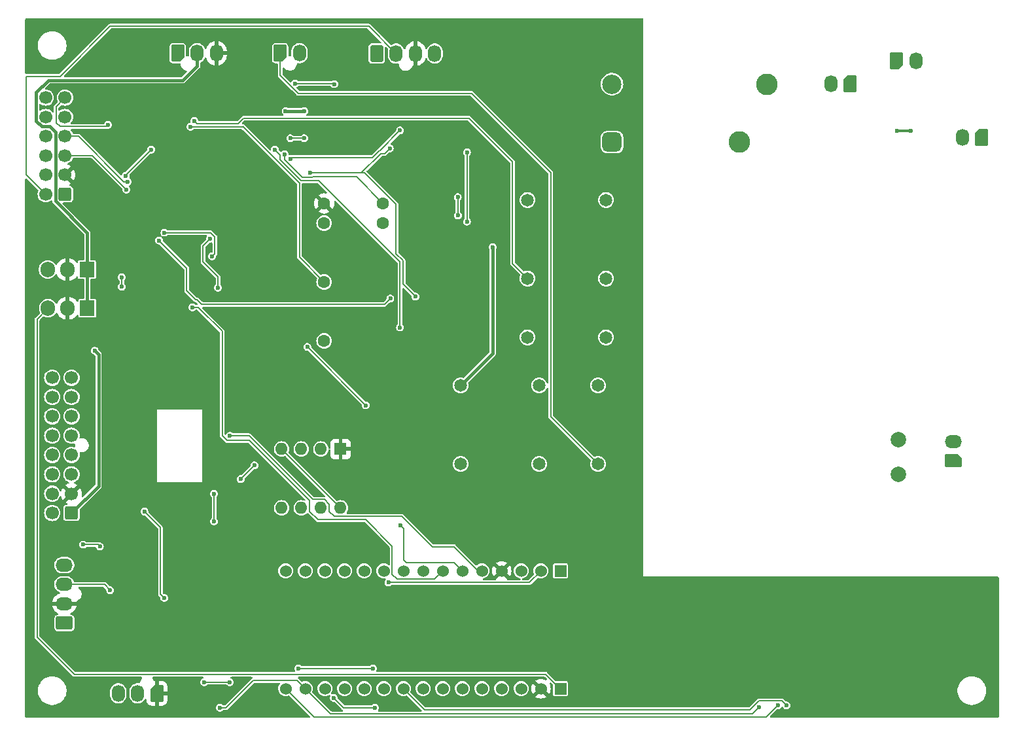
<source format=gbr>
%TF.GenerationSoftware,KiCad,Pcbnew,8.0.3*%
%TF.CreationDate,2025-04-13T18:48:38-07:00*%
%TF.ProjectId,Accumulator_Board,41636375-6d75-46c6-9174-6f725f426f61,4.2*%
%TF.SameCoordinates,Original*%
%TF.FileFunction,Copper,L2,Bot*%
%TF.FilePolarity,Positive*%
%FSLAX46Y46*%
G04 Gerber Fmt 4.6, Leading zero omitted, Abs format (unit mm)*
G04 Created by KiCad (PCBNEW 8.0.3) date 2025-04-13 18:48:38*
%MOMM*%
%LPD*%
G01*
G04 APERTURE LIST*
G04 Aperture macros list*
%AMRoundRect*
0 Rectangle with rounded corners*
0 $1 Rounding radius*
0 $2 $3 $4 $5 $6 $7 $8 $9 X,Y pos of 4 corners*
0 Add a 4 corners polygon primitive as box body*
4,1,4,$2,$3,$4,$5,$6,$7,$8,$9,$2,$3,0*
0 Add four circle primitives for the rounded corners*
1,1,$1+$1,$2,$3*
1,1,$1+$1,$4,$5*
1,1,$1+$1,$6,$7*
1,1,$1+$1,$8,$9*
0 Add four rect primitives between the rounded corners*
20,1,$1+$1,$2,$3,$4,$5,0*
20,1,$1+$1,$4,$5,$6,$7,0*
20,1,$1+$1,$6,$7,$8,$9,0*
20,1,$1+$1,$8,$9,$2,$3,0*%
%AMFreePoly0*
4,1,22,0.945671,0.830970,1.026777,0.776777,1.080970,0.695671,1.100000,0.600000,1.100000,-0.600000,1.080970,-0.695671,1.026777,-0.776777,0.945671,-0.830970,0.850000,-0.850000,-0.450000,-0.850000,-0.545671,-0.830970,-0.626777,-0.776777,-1.026777,-0.376777,-1.080970,-0.295671,-1.100000,-0.200000,-1.100000,0.600000,-1.080970,0.695671,-1.026777,0.776777,-0.945671,0.830970,-0.850000,0.850000,
0.850000,0.850000,0.945671,0.830970,0.945671,0.830970,$1*%
G04 Aperture macros list end*
%TA.AperFunction,ComponentPad*%
%ADD10FreePoly0,270.000000*%
%TD*%
%TA.AperFunction,ComponentPad*%
%ADD11O,1.700000X2.200000*%
%TD*%
%TA.AperFunction,ComponentPad*%
%ADD12FreePoly0,90.000000*%
%TD*%
%TA.AperFunction,ComponentPad*%
%ADD13R,1.600000X1.600000*%
%TD*%
%TA.AperFunction,ComponentPad*%
%ADD14O,1.600000X1.600000*%
%TD*%
%TA.AperFunction,ComponentPad*%
%ADD15C,1.608074*%
%TD*%
%TA.AperFunction,ComponentPad*%
%ADD16R,1.905000X2.000000*%
%TD*%
%TA.AperFunction,ComponentPad*%
%ADD17O,1.905000X2.000000*%
%TD*%
%TA.AperFunction,ComponentPad*%
%ADD18FreePoly0,180.000000*%
%TD*%
%TA.AperFunction,ComponentPad*%
%ADD19O,2.200000X1.700000*%
%TD*%
%TA.AperFunction,ComponentPad*%
%ADD20RoundRect,0.625000X-0.625000X-0.625000X0.625000X-0.625000X0.625000X0.625000X-0.625000X0.625000X0*%
%TD*%
%TA.AperFunction,ComponentPad*%
%ADD21C,2.800000*%
%TD*%
%TA.AperFunction,ComponentPad*%
%ADD22C,2.500000*%
%TD*%
%TA.AperFunction,ComponentPad*%
%ADD23RoundRect,0.250000X0.600000X0.600000X-0.600000X0.600000X-0.600000X-0.600000X0.600000X-0.600000X0*%
%TD*%
%TA.AperFunction,ComponentPad*%
%ADD24C,1.700000*%
%TD*%
%TA.AperFunction,ComponentPad*%
%ADD25RoundRect,0.250000X0.600000X-0.850000X0.600000X0.850000X-0.600000X0.850000X-0.600000X-0.850000X0*%
%TD*%
%TA.AperFunction,ComponentPad*%
%ADD26C,2.000000*%
%TD*%
%TA.AperFunction,ComponentPad*%
%ADD27C,1.651000*%
%TD*%
%TA.AperFunction,ComponentPad*%
%ADD28RoundRect,0.250000X0.850000X0.600000X-0.850000X0.600000X-0.850000X-0.600000X0.850000X-0.600000X0*%
%TD*%
%TA.AperFunction,ComponentPad*%
%ADD29R,1.530000X1.530000*%
%TD*%
%TA.AperFunction,ComponentPad*%
%ADD30C,1.530000*%
%TD*%
%TA.AperFunction,ViaPad*%
%ADD31C,0.600000*%
%TD*%
%TA.AperFunction,Conductor*%
%ADD32C,0.200000*%
%TD*%
%TA.AperFunction,Conductor*%
%ADD33C,0.300000*%
%TD*%
%TA.AperFunction,Conductor*%
%ADD34C,0.400000*%
%TD*%
G04 APERTURE END LIST*
D10*
%TO.P,J3,1,Pin_1*%
%TO.N,GND*%
X37044000Y-106332000D03*
D11*
%TO.P,J3,2,Pin_2*%
%TO.N,/ACC_Temp_Sense*%
X34544000Y-106332000D03*
%TO.P,J3,3,Pin_3*%
%TO.N,+5V*%
X32044000Y-106332000D03*
%TD*%
D10*
%TO.P,J8,1,1*%
%TO.N,Net-(J8-Pad1)*%
X126750000Y-27430000D03*
D11*
%TO.P,J8,2,2*%
%TO.N,Net-(J8-Pad2)*%
X124250000Y-27430000D03*
%TD*%
D12*
%TO.P,J1,1,1*%
%TO.N,/IMD_FAULT_12V*%
X39750000Y-23500000D03*
D11*
%TO.P,J1,2,2*%
%TO.N,+12V*%
X42250000Y-23500000D03*
%TO.P,J1,3,3*%
%TO.N,GND*%
X44750000Y-23500000D03*
%TD*%
D13*
%TO.P,U12,1,GND*%
%TO.N,GND*%
X60810000Y-74730000D03*
D14*
%TO.P,U12,2,TR*%
%TO.N,Net-(U12-THR)*%
X58270000Y-74730000D03*
%TO.P,U12,3,Q*%
%TO.N,Net-(U12-Q)*%
X55730000Y-74730000D03*
%TO.P,U12,4,R*%
%TO.N,+5V*%
X53190000Y-74730000D03*
%TO.P,U12,5,CV*%
%TO.N,unconnected-(U12-CV-Pad5)*%
X53190000Y-82350000D03*
%TO.P,U12,6,THR*%
%TO.N,Net-(U12-THR)*%
X55730000Y-82350000D03*
%TO.P,U12,7,DIS*%
%TO.N,unconnected-(U12-DIS-Pad7)*%
X58270000Y-82350000D03*
%TO.P,U12,8,VCC*%
%TO.N,+5V*%
X60810000Y-82350000D03*
%TD*%
D15*
%TO.P,K4,1*%
%TO.N,GND*%
X58690000Y-42944001D03*
%TO.P,K4,2*%
%TO.N,/LATCH_RL*%
X58690000Y-45484001D03*
%TO.P,K4,3*%
%TO.N,/Shutdown_ACC_Out*%
X58690000Y-53104001D03*
%TO.P,K4,4*%
%TO.N,/Shutdown_ACC_IL_TP*%
X58690000Y-60724001D03*
%TO.P,K4,5*%
%TO.N,Net-(D5-K)*%
X66310000Y-45484001D03*
%TO.P,K4,6*%
%TO.N,/SH_RESET*%
X66310000Y-42944001D03*
%TD*%
D16*
%TO.P,U9,1,IN*%
%TO.N,+12V*%
X28000000Y-51500000D03*
D17*
%TO.P,U9,2,GND*%
%TO.N,GND*%
X25460000Y-51500000D03*
%TO.P,U9,3,OUT*%
%TO.N,+5V*%
X22920000Y-51500000D03*
%TD*%
D18*
%TO.P,J5,1,1*%
%TO.N,/Iso SPI/extIsoSPI_N*%
X140070000Y-76250000D03*
D19*
%TO.P,J5,2,2*%
%TO.N,/Iso SPI/extIsoSPI_P*%
X140070000Y-73750000D03*
%TD*%
D20*
%TO.P,K2,1*%
%TO.N,/IR+_12V*%
X95940000Y-35000000D03*
D21*
%TO.P,K2,2*%
%TO.N,Net-(J8-Pad1)*%
X112440000Y-35000000D03*
%TO.P,K2,3*%
%TO.N,Net-(J8-Pad2)*%
X115940000Y-27500000D03*
D22*
%TO.P,K2,4*%
%TO.N,Net-(D7-A)*%
X95940000Y-27500000D03*
%TD*%
D23*
%TO.P,J2,1,Pin_1*%
%TO.N,/BMS_LED_Control*%
X25160000Y-41750000D03*
D24*
%TO.P,J2,2,Pin_2*%
%TO.N,GND*%
X25160000Y-39250000D03*
%TO.P,J2,3,Pin_3*%
%TO.N,/IMD_LED_Control*%
X25160000Y-36750000D03*
%TO.P,J2,4,Pin_4*%
%TO.N,/BSPD_FAULT_5V*%
X25160000Y-34250000D03*
%TO.P,J2,5,Pin_5*%
%TO.N,/Shutdown_ACC_In*%
X25160000Y-31750000D03*
%TO.P,J2,6,Pin_6*%
%TO.N,/Shutdown_ACC_Out*%
X25160000Y-29250000D03*
%TO.P,J2,7,Pin_7*%
%TO.N,/IR+_12V*%
X22660000Y-41750000D03*
%TO.P,J2,8,Pin_8*%
%TO.N,/Current_Vref*%
X22660000Y-39250000D03*
%TO.P,J2,9,Pin_9*%
%TO.N,/Current_Vout*%
X22660000Y-36750000D03*
%TO.P,J2,10,Pin_10*%
%TO.N,/SH_RESET*%
X22660000Y-34250000D03*
%TO.P,J2,11,Pin_11*%
%TO.N,/Temp_Sense_GND*%
X22660000Y-31750000D03*
%TO.P,J2,12,Pin_12*%
%TO.N,/Temp_Sense_One_Wire*%
X22660000Y-29250000D03*
%TD*%
D25*
%TO.P,J7,1,1*%
%TO.N,/IR+_GND*%
X65500000Y-23545000D03*
D11*
%TO.P,J7,2,2*%
%TO.N,/IR+_12V*%
X68000000Y-23545000D03*
%TO.P,J7,3,3*%
%TO.N,GND*%
X70500000Y-23545000D03*
%TO.P,J7,4,4*%
%TO.N,/IR+_12V*%
X73000000Y-23545000D03*
%TD*%
D26*
%TO.P,TP1,1,1*%
%TO.N,/Iso SPI/extIsoSPI_P*%
X133000000Y-73500000D03*
%TD*%
D16*
%TO.P,U10,1,VI*%
%TO.N,+12V*%
X28040000Y-56500000D03*
D17*
%TO.P,U10,2,GND*%
%TO.N,GND*%
X25500000Y-56500000D03*
%TO.P,U10,3,VO*%
%TO.N,+9V*%
X22960000Y-56500000D03*
%TD*%
D23*
%TO.P,J11,1,Pin_1*%
%TO.N,+12V*%
X26000000Y-83000000D03*
D24*
%TO.P,J11,2,Pin_2*%
%TO.N,GND*%
X26000000Y-80500000D03*
%TO.P,J11,3,Pin_3*%
%TO.N,/CAN_H1*%
X26000000Y-78000000D03*
%TO.P,J11,4,Pin_4*%
%TO.N,/CAN_L1*%
X26000000Y-75500000D03*
%TO.P,J11,5,Pin_5*%
%TO.N,/CAN_H1*%
X26000000Y-73000000D03*
%TO.P,J11,6,Pin_6*%
%TO.N,/CAN_L_RES1*%
X26000000Y-70500000D03*
%TO.P,J11,7,Pin_7*%
%TO.N,/Fan_PWM*%
X26000000Y-68000000D03*
%TO.P,J11,8,Pin_8*%
%TO.N,/IR+_GND*%
X26000000Y-65500000D03*
%TO.P,J11,9,Pin_9*%
%TO.N,/Charge_State*%
X23500000Y-83000000D03*
%TO.P,J11,10,Pin_10*%
%TO.N,unconnected-(J11-Pin_10-Pad10)*%
X23500000Y-80500000D03*
%TO.P,J11,11,Pin_11*%
%TO.N,unconnected-(J11-Pin_11-Pad11)*%
X23500000Y-78000000D03*
%TO.P,J11,12,Pin_12*%
%TO.N,unconnected-(J11-Pin_12-Pad12)*%
X23500000Y-75500000D03*
%TO.P,J11,13,Pin_13*%
%TO.N,unconnected-(J11-Pin_13-Pad13)*%
X23500000Y-73000000D03*
%TO.P,J11,14,Pin_14*%
%TO.N,unconnected-(J11-Pin_14-Pad14)*%
X23500000Y-70500000D03*
%TO.P,J11,15,Pin_15*%
%TO.N,unconnected-(J11-Pin_15-Pad15)*%
X23500000Y-68000000D03*
%TO.P,J11,16,Pin_16*%
%TO.N,unconnected-(J11-Pin_16-Pad16)*%
X23500000Y-65500000D03*
%TD*%
D27*
%TO.P,K1,1,-*%
%TO.N,/BMS_RL*%
X85000000Y-42500000D03*
%TO.P,K1,3*%
%TO.N,/Shutdown_ACC_In*%
X85000000Y-52660000D03*
%TO.P,K1,4*%
%TO.N,/Shutdown_ACC_BMS_TP*%
X85000000Y-60280000D03*
%TO.P,K1,5*%
%TO.N,unconnected-(K1-Pad5)*%
X95160000Y-60280000D03*
%TO.P,K1,6*%
%TO.N,unconnected-(K1-Pad6)*%
X95160000Y-52660000D03*
%TO.P,K1,8,+*%
%TO.N,+12V*%
X95160000Y-42500000D03*
%TD*%
%TO.P,K3,1,-*%
%TO.N,/IMD_RL*%
X76340000Y-76660000D03*
%TO.P,K3,3*%
%TO.N,/Shutdown_ACC_BMS_TP*%
X86500000Y-76660000D03*
%TO.P,K3,4*%
%TO.N,/Shutdown_ACC_IMD_TP*%
X94120000Y-76660000D03*
%TO.P,K3,5*%
%TO.N,unconnected-(K3-Pad5)*%
X94120000Y-66500000D03*
%TO.P,K3,6*%
%TO.N,unconnected-(K3-Pad6)*%
X86500000Y-66500000D03*
%TO.P,K3,8,+*%
%TO.N,+12V*%
X76340000Y-66500000D03*
%TD*%
D26*
%TO.P,TP2,1,1*%
%TO.N,/Iso SPI/extIsoSPI_N*%
X133000000Y-78000000D03*
%TD*%
D28*
%TO.P,J4,1,1*%
%TO.N,+5V*%
X25070000Y-97250000D03*
D19*
%TO.P,J4,2,2*%
%TO.N,GND*%
X25070000Y-94750000D03*
%TO.P,J4,3,3*%
%TO.N,/Raw_Curr_Out*%
X25070000Y-92250000D03*
%TO.P,J4,4,4*%
%TO.N,/Raw_Curr_VRef*%
X25070000Y-89750000D03*
%TD*%
D10*
%TO.P,J9,1,Pin_1*%
%TO.N,/TS+*%
X143750000Y-34430000D03*
D11*
%TO.P,J9,2,Pin_2*%
%TO.N,/TS-*%
X141250000Y-34430000D03*
%TD*%
D12*
%TO.P,J6,1,1*%
%TO.N,/Shutdown_ACC_IMD_TP*%
X53000000Y-23500000D03*
D11*
%TO.P,J6,2,2*%
%TO.N,/Shutdown_ACC_IL_TP*%
X55500000Y-23500000D03*
%TD*%
D29*
%TO.P,U2,CN3_1,PA9*%
%TO.N,unconnected-(U2A-PA9-PadCN3_1)*%
X89280000Y-90500000D03*
D30*
%TO.P,U2,CN3_2,PA10*%
%TO.N,/Charge_State*%
X86740000Y-90500000D03*
%TO.P,U2,CN3_3,NRST*%
%TO.N,unconnected-(U2A-NRST-PadCN3_3)*%
X84200000Y-90500000D03*
%TO.P,U2,CN3_4,GND*%
%TO.N,GND*%
X81660000Y-90500000D03*
%TO.P,U2,CN3_5,PA12*%
%TO.N,/CAN1_TD*%
X79120000Y-90500000D03*
%TO.P,U2,CN3_6,PB0*%
%TO.N,/IMD_Status*%
X76580000Y-90500000D03*
%TO.P,U2,CN3_7,PB7*%
%TO.N,/BMS_FAULT_3.3V*%
X74040000Y-90500000D03*
%TO.P,U2,CN3_8,PB6*%
%TO.N,/ACC_Temp_Sense*%
X71500000Y-90500000D03*
%TO.P,U2,CN3_9,PB1*%
%TO.N,/Precharge_Control*%
X68960000Y-90500000D03*
%TO.P,U2,CN3_10,D7*%
%TO.N,unconnected-(U2A-D7-PadCN3_10)*%
X66420000Y-90500000D03*
%TO.P,U2,CN3_11,D8*%
%TO.N,unconnected-(U2A-D8-PadCN3_11)*%
X63880000Y-90500000D03*
%TO.P,U2,CN3_12,PA8*%
%TO.N,/Fan_PWM*%
X61340000Y-90500000D03*
%TO.P,U2,CN3_13,PA11*%
%TO.N,/CAN1_RD*%
X58800000Y-90500000D03*
%TO.P,U2,CN3_14,PB5*%
%TO.N,/MOSI*%
X56260000Y-90500000D03*
%TO.P,U2,CN3_15,PB4*%
%TO.N,/MISO*%
X53720000Y-90500000D03*
D29*
%TO.P,U2,CN4_1,VIN*%
%TO.N,+9V*%
X89280000Y-105740000D03*
D30*
%TO.P,U2,CN4_2,GND*%
%TO.N,GND*%
X86740000Y-105740000D03*
%TO.P,U2,CN4_3,NRST*%
%TO.N,unconnected-(U2A-NRST-PadCN4_3)*%
X84200000Y-105740000D03*
%TO.P,U2,CN4_4,5V*%
%TO.N,unconnected-(U2A-5V-PadCN4_4)*%
X81660000Y-105740000D03*
%TO.P,U2,CN4_5,PA2*%
%TO.N,/Shutdown_Measure*%
X79120000Y-105740000D03*
%TO.P,U2,CN4_6,PA7*%
%TO.N,unconnected-(U2A-PA7-PadCN4_6)*%
X76580000Y-105740000D03*
%TO.P,U2,CN4_7,PA6*%
%TO.N,unconnected-(U2A-PA6-PadCN4_7)*%
X74040000Y-105740000D03*
%TO.P,U2,CN4_8,PA5*%
%TO.N,unconnected-(U2A-PA5-PadCN4_8)*%
X71500000Y-105740000D03*
%TO.P,U2,CN4_9,PA4*%
%TO.N,/BMS_CS*%
X68960000Y-105740000D03*
%TO.P,U2,CN4_10,PA3*%
%TO.N,/Amp_Curr_Sensor*%
X66420000Y-105740000D03*
%TO.P,U2,CN4_11,PA1*%
%TO.N,unconnected-(U2A-PA1-PadCN4_11)*%
X63880000Y-105740000D03*
%TO.P,U2,CN4_12,PA0*%
%TO.N,/GLV Voltage*%
X61340000Y-105740000D03*
%TO.P,U2,CN4_13,AREF*%
%TO.N,unconnected-(U2A-AREF-PadCN4_13)*%
X58800000Y-105740000D03*
%TO.P,U2,CN4_14,3V3*%
%TO.N,+3.3V*%
X56260000Y-105740000D03*
%TO.P,U2,CN4_15,PB3*%
%TO.N,/CLK*%
X53720000Y-105740000D03*
%TD*%
D12*
%TO.P,J10,1,Pin_1*%
%TO.N,/HVIL*%
X132750000Y-24500000D03*
D11*
%TO.P,J10,2,Pin_2*%
%TO.N,/TS-*%
X135250000Y-24500000D03*
%TD*%
D31*
%TO.N,/MISO*%
X65278000Y-108204000D03*
X59944000Y-106934000D03*
%TO.N,/IMD_LED_Control*%
X37330959Y-47744959D03*
X33100000Y-41148000D03*
%TO.N,/BSPD_FAULT_5V*%
X33274000Y-40132000D03*
X38025000Y-46722732D03*
%TO.N,/Shutdown_ACC_Out*%
X41402000Y-33020000D03*
X30734000Y-32766000D03*
%TO.N,/Shutdown_ACC_In*%
X41910000Y-32258000D03*
%TO.N,+3.3V*%
X45212000Y-108204000D03*
%TO.N,/ACC_Temp_Sense*%
X43180000Y-104902000D03*
X46482000Y-104902000D03*
X55372000Y-103124000D03*
X65024000Y-103124000D03*
%TO.N,+5V*%
X47883000Y-78617000D03*
X35425000Y-82804000D03*
X49661000Y-76839000D03*
X67183989Y-35816011D03*
X70500000Y-55000000D03*
X38000000Y-94000000D03*
X56900000Y-39000000D03*
%TO.N,GND*%
X120000000Y-107000000D03*
X60198000Y-69088000D03*
X37500000Y-55000000D03*
X114000000Y-104000000D03*
X125000000Y-101500000D03*
X60000000Y-63246000D03*
X111000000Y-106000000D03*
X25500000Y-49000000D03*
X25500000Y-61000000D03*
X68500000Y-74000000D03*
X47500000Y-29000000D03*
X35500000Y-69596000D03*
X44500000Y-71628000D03*
X90000000Y-34000000D03*
X60000000Y-32500000D03*
X45000000Y-93000000D03*
X118175000Y-98500000D03*
X64000000Y-78500000D03*
X73000000Y-84000000D03*
X38500000Y-80500000D03*
X50546000Y-44704000D03*
X44196000Y-53086000D03*
X39500000Y-44704000D03*
X29500000Y-80500000D03*
X42500000Y-101950000D03*
X70612000Y-59000000D03*
X43500000Y-61500000D03*
X45466000Y-44958000D03*
X75000000Y-43500000D03*
X71500000Y-38500000D03*
X57155225Y-85491345D03*
X81500000Y-26162000D03*
X33500000Y-94500000D03*
X116904440Y-101095560D03*
%TO.N,+3.3V*%
X115000000Y-108100000D03*
X44450000Y-80518000D03*
X44450000Y-84100000D03*
%TO.N,+12V*%
X80500000Y-48600000D03*
X29000000Y-62000000D03*
X53700000Y-31000000D03*
X56100000Y-31000000D03*
%TO.N,/BMS_RL*%
X76000000Y-44500000D03*
X75975557Y-42134443D03*
%TO.N,Net-(D5-K)*%
X56100000Y-34500000D03*
X54300000Y-34500000D03*
%TO.N,/SH_RESET*%
X53594000Y-36576000D03*
%TO.N,/Current_Vout*%
X29661489Y-87338511D03*
X27500000Y-87100000D03*
%TO.N,/BSPD_FAULT_5V*%
X44196000Y-49784000D03*
%TO.N,/BMS_LED_Control*%
X54300000Y-37168630D03*
X68500000Y-33500000D03*
%TO.N,/IMD_LED_Control*%
X67250000Y-55250000D03*
%TO.N,/Charge_State*%
X67000000Y-92000000D03*
%TO.N,/IMD_FAULT_12V*%
X32500000Y-52500000D03*
X36322000Y-35976000D03*
X32500000Y-53720000D03*
X33020000Y-39370000D03*
%TO.N,/IMD_Status*%
X68500000Y-59000000D03*
X52324000Y-35976000D03*
X68574735Y-84576735D03*
%TO.N,/CAN1_TD*%
X46500000Y-73000000D03*
%TO.N,Net-(D8-A)*%
X132842000Y-33528000D03*
X134620000Y-33528000D03*
%TO.N,/Raw_Curr_Out*%
X31000000Y-93000000D03*
%TO.N,/IR+_GND*%
X60000000Y-27500000D03*
X54900000Y-27432000D03*
%TO.N,/Precharge_Control*%
X77165668Y-45304454D03*
X77165668Y-36334332D03*
%TO.N,/BMS_FAULT_3.3V*%
X44958000Y-53848000D03*
X41656000Y-56388000D03*
X43942000Y-47498000D03*
%TO.N,/IMD_DELAY*%
X64070000Y-69070000D03*
X56500000Y-61500000D03*
%TO.N,/BMS_CS*%
X118500000Y-107900000D03*
%TO.N,/CLK*%
X117394062Y-107900000D03*
%TD*%
D32*
%TO.N,+9V*%
X26386000Y-103886000D02*
X87376000Y-103886000D01*
X87376000Y-103886000D02*
X89230000Y-105740000D01*
X21550000Y-99050000D02*
X26386000Y-103886000D01*
X21550000Y-57910000D02*
X21550000Y-99050000D01*
X22960000Y-56500000D02*
X21550000Y-57910000D01*
D33*
%TO.N,Net-(D8-A)*%
X132842000Y-33528000D02*
X134620000Y-33528000D01*
D32*
%TO.N,/BMS_CS*%
X117900000Y-107300000D02*
X118500000Y-107900000D01*
X114951471Y-107300000D02*
X117900000Y-107300000D01*
X71678000Y-108458000D02*
X113793471Y-108458000D01*
X113793471Y-108458000D02*
X114951471Y-107300000D01*
X68960000Y-105740000D02*
X71678000Y-108458000D01*
%TO.N,/MISO*%
X61214000Y-108204000D02*
X59944000Y-106934000D01*
X65278000Y-108204000D02*
X61214000Y-108204000D01*
%TO.N,/BSPD_FAULT_5V*%
X44542000Y-49438000D02*
X44196000Y-49784000D01*
X44542000Y-47249471D02*
X44542000Y-49438000D01*
X44015261Y-46722732D02*
X44542000Y-47249471D01*
X38025000Y-46722732D02*
X44015261Y-46722732D01*
%TO.N,/IMD_LED_Control*%
X37330959Y-47744959D02*
X40900000Y-51314000D01*
X40900000Y-51314000D02*
X40900000Y-54248529D01*
X28702000Y-36750000D02*
X33100000Y-41148000D01*
X25160000Y-36750000D02*
X28702000Y-36750000D01*
%TO.N,/BSPD_FAULT_5V*%
X26884000Y-34250000D02*
X25160000Y-34250000D01*
X32766000Y-40132000D02*
X26884000Y-34250000D01*
X33274000Y-40132000D02*
X32766000Y-40132000D01*
%TO.N,/IMD_FAULT_12V*%
X33020000Y-39278000D02*
X36322000Y-35976000D01*
X33020000Y-39370000D02*
X33020000Y-39278000D01*
%TO.N,/Shutdown_ACC_Out*%
X48131471Y-33020000D02*
X48151471Y-33000000D01*
X41402000Y-33020000D02*
X48131471Y-33020000D01*
X30500000Y-33000000D02*
X30734000Y-32766000D01*
X24500000Y-33000000D02*
X30500000Y-33000000D01*
%TO.N,/Shutdown_ACC_In*%
X42252000Y-32600000D02*
X41910000Y-32258000D01*
X47551471Y-32600000D02*
X42252000Y-32600000D01*
%TO.N,/IMD_Status*%
X68500000Y-50500000D02*
X68500000Y-59000000D01*
X58000000Y-40000000D02*
X68500000Y-50500000D01*
X52994000Y-37276843D02*
X55717157Y-40000000D01*
X52324000Y-35976000D02*
X52994000Y-36646000D01*
X55717157Y-40000000D02*
X58000000Y-40000000D01*
X52994000Y-36646000D02*
X52994000Y-37276843D01*
D34*
%TO.N,+12V*%
X53700000Y-31000000D02*
X56100000Y-31000000D01*
D32*
%TO.N,/Precharge_Control*%
X77165668Y-36334332D02*
X77165668Y-45304454D01*
%TO.N,/BMS_RL*%
X75975557Y-42134443D02*
X75975557Y-43975557D01*
X76000000Y-44000000D02*
X76000000Y-44500000D01*
X75975557Y-43975557D02*
X76000000Y-44000000D01*
%TO.N,/Shutdown_ACC_In*%
X48251471Y-31900000D02*
X47551471Y-32600000D01*
X77410000Y-31900000D02*
X48251471Y-31900000D01*
X83058000Y-50718000D02*
X83058000Y-37548000D01*
X83058000Y-37548000D02*
X77410000Y-31900000D01*
X85000000Y-52660000D02*
X83058000Y-50718000D01*
%TO.N,/Shutdown_ACC_IMD_TP*%
X88000000Y-38934315D02*
X88000000Y-70540000D01*
X77767685Y-28702000D02*
X88000000Y-38934315D01*
X55372000Y-28702000D02*
X77767685Y-28702000D01*
X54702000Y-28032000D02*
X55372000Y-28702000D01*
X54651471Y-28032000D02*
X54702000Y-28032000D01*
X53000000Y-26380529D02*
X54651471Y-28032000D01*
X53000000Y-23500000D02*
X53000000Y-26380529D01*
X88000000Y-70540000D02*
X94120000Y-76660000D01*
%TO.N,/IR+_GND*%
X59932000Y-27432000D02*
X60000000Y-27500000D01*
X54900000Y-27432000D02*
X59932000Y-27432000D01*
%TO.N,/SH_RESET*%
X62865999Y-39500000D02*
X66310000Y-42944001D01*
X57248529Y-39500000D02*
X62865999Y-39500000D01*
X57148529Y-39600000D02*
X57248529Y-39500000D01*
X55882843Y-39600000D02*
X57148529Y-39600000D01*
X53594000Y-37311157D02*
X55882843Y-39600000D01*
X53594000Y-36576000D02*
X53594000Y-37311157D01*
%TO.N,/BMS_FAULT_3.3V*%
X68108862Y-91565000D02*
X72975000Y-91565000D01*
X67485000Y-87297000D02*
X67485000Y-90941138D01*
X67485000Y-90941138D02*
X68108862Y-91565000D01*
X64038000Y-83850000D02*
X67485000Y-87297000D01*
X72975000Y-91565000D02*
X74040000Y-90500000D01*
X56830000Y-81395686D02*
X56830000Y-82805635D01*
X56830000Y-82805635D02*
X57874365Y-83850000D01*
X45500000Y-73000000D02*
X46100000Y-73600000D01*
X57874365Y-83850000D02*
X64038000Y-83850000D01*
X49034314Y-73600000D02*
X56830000Y-81395686D01*
X42388000Y-56388000D02*
X45500000Y-59500000D01*
X45500000Y-59500000D02*
X45500000Y-73000000D01*
X41656000Y-56388000D02*
X42388000Y-56388000D01*
X46100000Y-73600000D02*
X49034314Y-73600000D01*
X44958000Y-53848000D02*
X44958000Y-52458000D01*
X44958000Y-52458000D02*
X43000000Y-50500000D01*
X43000000Y-50500000D02*
X43000000Y-48440000D01*
X43000000Y-48440000D02*
X43942000Y-47498000D01*
%TO.N,/IMD_DELAY*%
X64070000Y-69070000D02*
X56500000Y-61500000D01*
%TO.N,+3.3V*%
X55195000Y-104675000D02*
X56260000Y-105740000D01*
X45212000Y-108204000D02*
X45974000Y-108204000D01*
X49503000Y-104675000D02*
X55195000Y-104675000D01*
X45974000Y-108204000D02*
X49503000Y-104675000D01*
%TO.N,/ACC_Temp_Sense*%
X46482000Y-104902000D02*
X43180000Y-104902000D01*
X65024000Y-103124000D02*
X55372000Y-103124000D01*
%TO.N,/CAN1_TD*%
X49000000Y-73000000D02*
X46500000Y-73000000D01*
X58725635Y-81250000D02*
X57250000Y-81250000D01*
X59370000Y-82805635D02*
X59370000Y-81894365D01*
X60014365Y-83450000D02*
X59370000Y-82805635D01*
X68751471Y-83450000D02*
X60014365Y-83450000D01*
X59370000Y-81894365D02*
X58725635Y-81250000D01*
X72677471Y-87376000D02*
X68751471Y-83450000D01*
X75527471Y-87376000D02*
X72677471Y-87376000D01*
X78651471Y-90500000D02*
X75527471Y-87376000D01*
X57250000Y-81250000D02*
X49000000Y-73000000D01*
%TO.N,/IMD_Status*%
X69334314Y-89400000D02*
X75480000Y-89400000D01*
X69000000Y-89065686D02*
X69334314Y-89400000D01*
X69000000Y-85002000D02*
X69000000Y-89065686D01*
X68574735Y-84576735D02*
X69000000Y-85002000D01*
X75480000Y-89400000D02*
X76580000Y-90500000D01*
%TO.N,+5V*%
X49661000Y-76839000D02*
X47883000Y-78617000D01*
%TO.N,+3.3V*%
X44450000Y-84100000D02*
X44450000Y-80518000D01*
%TO.N,+5V*%
X37500000Y-84879000D02*
X37500000Y-93500000D01*
X35425000Y-82804000D02*
X37500000Y-84879000D01*
X37500000Y-93500000D02*
X38000000Y-94000000D01*
X63500000Y-39000000D02*
X66000000Y-36500000D01*
X70500000Y-55000000D02*
X68900000Y-53400000D01*
X63927344Y-39000000D02*
X68000000Y-43072656D01*
X63500000Y-39000000D02*
X63927344Y-39000000D01*
X68000000Y-49434314D02*
X68000000Y-43072656D01*
X68900000Y-53400000D02*
X68900000Y-50334314D01*
X66500000Y-36500000D02*
X67183989Y-35816011D01*
X56900000Y-39000000D02*
X63500000Y-39000000D01*
X68900000Y-50334314D02*
X68000000Y-49434314D01*
X53190000Y-74730000D02*
X60810000Y-82350000D01*
X66000000Y-36500000D02*
X66500000Y-36500000D01*
%TO.N,+3.3V*%
X59520000Y-109000000D02*
X56260000Y-105740000D01*
X115000000Y-108100000D02*
X114100000Y-109000000D01*
X114100000Y-109000000D02*
X59520000Y-109000000D01*
D34*
%TO.N,+12V*%
X23000000Y-27000000D02*
X40395635Y-27000000D01*
X28040000Y-54000000D02*
X28040000Y-46756166D01*
X76340000Y-66500000D02*
X80500000Y-62340000D01*
X21410000Y-28590000D02*
X23000000Y-27000000D01*
X28040000Y-56500000D02*
X28040000Y-54000000D01*
X23910000Y-33732233D02*
X23177767Y-33000000D01*
X80500000Y-62340000D02*
X80500000Y-48600000D01*
X42250000Y-25145635D02*
X42250000Y-23500000D01*
X29500000Y-79500000D02*
X29500000Y-62500000D01*
X23177767Y-33000000D02*
X22142233Y-33000000D01*
X29500000Y-62500000D02*
X29000000Y-62000000D01*
X26000000Y-83000000D02*
X29500000Y-79500000D01*
X28040000Y-46756166D02*
X23910000Y-42626166D01*
X21410000Y-32267767D02*
X21410000Y-28590000D01*
X23910000Y-42626166D02*
X23910000Y-33732233D01*
X28040000Y-54000000D02*
X28040000Y-51540000D01*
X40395635Y-27000000D02*
X42250000Y-25145635D01*
X22142233Y-33000000D02*
X21410000Y-32267767D01*
D32*
%TO.N,Net-(D5-K)*%
X54300000Y-34500000D02*
X56100000Y-34500000D01*
%TO.N,/Current_Vout*%
X27500000Y-87100000D02*
X29422978Y-87100000D01*
X29422978Y-87100000D02*
X29661489Y-87338511D01*
%TO.N,/BMS_LED_Control*%
X54468630Y-37000000D02*
X64934314Y-37000000D01*
X64934314Y-37000000D02*
X65834314Y-36100000D01*
X65900000Y-36100000D02*
X68500000Y-33500000D01*
X54300000Y-37168630D02*
X54468630Y-37000000D01*
X65834314Y-36100000D02*
X65900000Y-36100000D01*
%TO.N,/IMD_LED_Control*%
X42848529Y-56000000D02*
X42248529Y-55400000D01*
X66500000Y-56000000D02*
X42848529Y-56000000D01*
X67250000Y-55250000D02*
X66500000Y-56000000D01*
X42248529Y-55400000D02*
X42051471Y-55400000D01*
X42051471Y-55400000D02*
X40900000Y-54248529D01*
%TO.N,/Shutdown_ACC_Out*%
X24010000Y-30400000D02*
X24010000Y-32510000D01*
X55500000Y-49914001D02*
X55500000Y-40348528D01*
X48151471Y-33000000D02*
X55500000Y-40348528D01*
X24010000Y-32510000D02*
X24500000Y-33000000D01*
X25160000Y-29250000D02*
X24010000Y-30400000D01*
X58690000Y-53104001D02*
X55500000Y-49914001D01*
%TO.N,/Charge_State*%
X67000000Y-92000000D02*
X85240000Y-92000000D01*
X85240000Y-92000000D02*
X86740000Y-90500000D01*
%TO.N,/IMD_FAULT_12V*%
X32500000Y-53720000D02*
X32500000Y-52500000D01*
%TO.N,/Raw_Curr_Out*%
X25070000Y-92250000D02*
X30250000Y-92250000D01*
X30250000Y-92250000D02*
X31000000Y-93000000D01*
%TO.N,/IR+_12V*%
X31000000Y-20000000D02*
X64455000Y-20000000D01*
X22660000Y-41750000D02*
X20100000Y-39190000D01*
X64455000Y-20000000D02*
X68000000Y-23545000D01*
X24500000Y-26500000D02*
X31000000Y-20000000D01*
X20100000Y-39190000D02*
X20100000Y-26500000D01*
X20100000Y-26500000D02*
X24500000Y-26500000D01*
%TO.N,/CLK*%
X115894062Y-109400000D02*
X57380000Y-109400000D01*
X117394062Y-107900000D02*
X115894062Y-109400000D01*
X57380000Y-109400000D02*
X53720000Y-105740000D01*
%TD*%
%TA.AperFunction,Conductor*%
%TO.N,GND*%
G36*
X20205703Y-39721120D02*
G01*
X20212181Y-39727152D01*
X21670701Y-41185672D01*
X21704186Y-41246995D01*
X21699202Y-41316687D01*
X21692381Y-41331800D01*
X21684770Y-41346039D01*
X21624699Y-41544067D01*
X21604417Y-41750000D01*
X21624699Y-41955932D01*
X21624700Y-41955934D01*
X21684768Y-42153954D01*
X21782315Y-42336450D01*
X21782317Y-42336452D01*
X21913589Y-42496410D01*
X21972373Y-42544652D01*
X22073550Y-42627685D01*
X22256046Y-42725232D01*
X22454066Y-42785300D01*
X22454065Y-42785300D01*
X22472529Y-42787118D01*
X22660000Y-42805583D01*
X22865934Y-42785300D01*
X23063954Y-42725232D01*
X23246450Y-42627685D01*
X23306835Y-42578129D01*
X23371145Y-42550816D01*
X23440013Y-42562607D01*
X23491573Y-42609760D01*
X23509500Y-42673982D01*
X23509500Y-42678892D01*
X23536793Y-42780755D01*
X23551128Y-42805583D01*
X23589520Y-42872079D01*
X23589522Y-42872081D01*
X27603181Y-46885740D01*
X27636666Y-46947063D01*
X27639500Y-46973421D01*
X27639500Y-50175500D01*
X27619815Y-50242539D01*
X27567011Y-50288294D01*
X27515500Y-50299500D01*
X27027747Y-50299500D01*
X26969270Y-50311131D01*
X26969269Y-50311132D01*
X26902947Y-50355447D01*
X26858632Y-50421769D01*
X26858631Y-50421770D01*
X26847000Y-50480247D01*
X26847000Y-50508768D01*
X26827315Y-50575807D01*
X26774511Y-50621562D01*
X26705353Y-50631506D01*
X26641797Y-50602481D01*
X26622682Y-50581654D01*
X26567903Y-50506258D01*
X26406242Y-50344597D01*
X26221276Y-50210211D01*
X26017568Y-50106417D01*
X25800124Y-50035765D01*
X25710000Y-50021490D01*
X25710000Y-51009252D01*
X25672292Y-50987482D01*
X25532409Y-50950000D01*
X25387591Y-50950000D01*
X25247708Y-50987482D01*
X25210000Y-51009252D01*
X25210000Y-50021490D01*
X25209999Y-50021490D01*
X25119875Y-50035765D01*
X24902431Y-50106417D01*
X24698723Y-50210211D01*
X24513757Y-50344597D01*
X24352097Y-50506257D01*
X24217711Y-50691223D01*
X24132416Y-50858623D01*
X24084441Y-50909419D01*
X24016620Y-50926214D01*
X23950485Y-50903676D01*
X23911445Y-50858621D01*
X23906134Y-50848196D01*
X23906133Y-50848194D01*
X23840284Y-50757562D01*
X23799459Y-50701371D01*
X23671129Y-50573041D01*
X23524304Y-50466366D01*
X23362595Y-50383971D01*
X23189998Y-50327891D01*
X23055556Y-50306597D01*
X23010743Y-50299500D01*
X22829257Y-50299500D01*
X22769506Y-50308963D01*
X22650003Y-50327891D01*
X22650000Y-50327891D01*
X22477404Y-50383971D01*
X22315695Y-50466366D01*
X22257335Y-50508768D01*
X22168871Y-50573041D01*
X22168869Y-50573043D01*
X22168868Y-50573043D01*
X22040543Y-50701368D01*
X22040543Y-50701369D01*
X22040541Y-50701371D01*
X21999717Y-50757560D01*
X21933866Y-50848195D01*
X21851471Y-51009904D01*
X21795391Y-51182500D01*
X21795391Y-51182503D01*
X21795391Y-51182505D01*
X21767000Y-51361757D01*
X21767000Y-51638243D01*
X21775008Y-51688805D01*
X21795391Y-51817496D01*
X21795391Y-51817499D01*
X21851471Y-51990095D01*
X21914490Y-52113776D01*
X21933866Y-52151804D01*
X22040541Y-52298629D01*
X22168871Y-52426959D01*
X22315696Y-52533634D01*
X22460618Y-52607475D01*
X22477404Y-52616028D01*
X22650001Y-52672108D01*
X22650002Y-52672108D01*
X22650005Y-52672109D01*
X22829257Y-52700500D01*
X22829258Y-52700500D01*
X23010742Y-52700500D01*
X23010743Y-52700500D01*
X23189995Y-52672109D01*
X23189998Y-52672108D01*
X23189999Y-52672108D01*
X23362595Y-52616028D01*
X23362595Y-52616027D01*
X23362598Y-52616027D01*
X23524304Y-52533634D01*
X23671129Y-52426959D01*
X23799459Y-52298629D01*
X23906134Y-52151804D01*
X23911444Y-52141381D01*
X23959414Y-52090584D01*
X24027234Y-52073784D01*
X24093370Y-52096318D01*
X24132416Y-52141376D01*
X24217711Y-52308776D01*
X24352097Y-52493742D01*
X24513757Y-52655402D01*
X24698723Y-52789788D01*
X24902429Y-52893582D01*
X25119871Y-52964234D01*
X25210000Y-52978509D01*
X25210000Y-51990747D01*
X25247708Y-52012518D01*
X25387591Y-52050000D01*
X25532409Y-52050000D01*
X25672292Y-52012518D01*
X25710000Y-51990747D01*
X25710000Y-52978508D01*
X25800128Y-52964234D01*
X26017570Y-52893582D01*
X26221276Y-52789788D01*
X26406242Y-52655402D01*
X26567902Y-52493742D01*
X26567907Y-52493736D01*
X26622682Y-52418346D01*
X26678012Y-52375680D01*
X26747625Y-52369701D01*
X26809420Y-52402307D01*
X26843777Y-52463145D01*
X26847000Y-52491231D01*
X26847000Y-52519752D01*
X26858631Y-52578229D01*
X26858632Y-52578230D01*
X26902947Y-52644552D01*
X26969269Y-52688867D01*
X26969270Y-52688868D01*
X27027747Y-52700499D01*
X27027750Y-52700500D01*
X27027752Y-52700500D01*
X27515500Y-52700500D01*
X27582539Y-52720185D01*
X27628294Y-52772989D01*
X27639500Y-52824500D01*
X27639500Y-55175500D01*
X27619815Y-55242539D01*
X27567011Y-55288294D01*
X27515500Y-55299500D01*
X27067747Y-55299500D01*
X27009270Y-55311131D01*
X27009269Y-55311132D01*
X26942947Y-55355447D01*
X26898632Y-55421769D01*
X26898631Y-55421770D01*
X26887000Y-55480247D01*
X26887000Y-55508768D01*
X26867315Y-55575807D01*
X26814511Y-55621562D01*
X26745353Y-55631506D01*
X26681797Y-55602481D01*
X26662682Y-55581654D01*
X26607903Y-55506258D01*
X26446242Y-55344597D01*
X26261276Y-55210211D01*
X26057568Y-55106417D01*
X25840124Y-55035765D01*
X25750000Y-55021490D01*
X25750000Y-56009252D01*
X25712292Y-55987482D01*
X25572409Y-55950000D01*
X25427591Y-55950000D01*
X25287708Y-55987482D01*
X25250000Y-56009252D01*
X25250000Y-55021490D01*
X25249999Y-55021490D01*
X25159875Y-55035765D01*
X24942431Y-55106417D01*
X24738723Y-55210211D01*
X24553757Y-55344597D01*
X24392097Y-55506257D01*
X24257711Y-55691223D01*
X24172416Y-55858623D01*
X24124441Y-55909419D01*
X24056620Y-55926214D01*
X23990485Y-55903676D01*
X23951445Y-55858621D01*
X23946134Y-55848196D01*
X23946133Y-55848194D01*
X23921965Y-55814931D01*
X23839459Y-55701371D01*
X23711129Y-55573041D01*
X23564304Y-55466366D01*
X23551718Y-55459953D01*
X23402595Y-55383971D01*
X23229998Y-55327891D01*
X23095556Y-55306597D01*
X23050743Y-55299500D01*
X22869257Y-55299500D01*
X22809506Y-55308963D01*
X22690003Y-55327891D01*
X22690000Y-55327891D01*
X22517404Y-55383971D01*
X22355695Y-55466366D01*
X22297335Y-55508768D01*
X22208871Y-55573041D01*
X22208869Y-55573043D01*
X22208868Y-55573043D01*
X22080543Y-55701368D01*
X22080543Y-55701369D01*
X22080541Y-55701371D01*
X22045435Y-55749690D01*
X21973866Y-55848195D01*
X21891471Y-56009904D01*
X21835391Y-56182500D01*
X21835391Y-56182503D01*
X21819946Y-56280017D01*
X21807000Y-56361757D01*
X21807000Y-56638243D01*
X21835391Y-56817495D01*
X21891473Y-56990098D01*
X21891474Y-56990101D01*
X21891475Y-56990102D01*
X21902370Y-57011485D01*
X21915266Y-57080155D01*
X21888989Y-57144895D01*
X21879566Y-57155461D01*
X21365489Y-57669540D01*
X21309541Y-57725487D01*
X21309535Y-57725495D01*
X21269982Y-57794004D01*
X21269979Y-57794009D01*
X21256326Y-57844962D01*
X21249500Y-57870438D01*
X21249500Y-99089562D01*
X21263152Y-99140513D01*
X21269979Y-99165990D01*
X21269982Y-99165995D01*
X21309535Y-99234504D01*
X21309539Y-99234509D01*
X21309540Y-99234511D01*
X26201489Y-104126460D01*
X26270012Y-104166022D01*
X26346438Y-104186500D01*
X26425562Y-104186500D01*
X35026638Y-104186500D01*
X35093677Y-104206185D01*
X35139432Y-104258989D01*
X35149376Y-104328147D01*
X35120351Y-104391703D01*
X35114319Y-104398181D01*
X35094538Y-104417961D01*
X35094535Y-104417965D01*
X34995990Y-104565446D01*
X34995983Y-104565459D01*
X34928106Y-104729332D01*
X34928103Y-104729341D01*
X34893500Y-104903304D01*
X34893500Y-104929344D01*
X34873815Y-104996383D01*
X34821011Y-105042138D01*
X34751853Y-105052082D01*
X34745310Y-105050962D01*
X34677206Y-105037415D01*
X34647465Y-105031500D01*
X34440535Y-105031500D01*
X34440530Y-105031500D01*
X34237587Y-105071868D01*
X34237579Y-105071870D01*
X34046403Y-105151058D01*
X33874342Y-105266024D01*
X33728024Y-105412342D01*
X33613058Y-105584403D01*
X33533870Y-105775579D01*
X33533868Y-105775587D01*
X33493500Y-105978530D01*
X33493500Y-106685469D01*
X33533868Y-106888412D01*
X33533870Y-106888420D01*
X33611757Y-107076456D01*
X33613059Y-107079598D01*
X33655213Y-107142686D01*
X33728024Y-107251657D01*
X33874342Y-107397975D01*
X33874345Y-107397977D01*
X34046402Y-107512941D01*
X34237580Y-107592130D01*
X34440530Y-107632499D01*
X34440534Y-107632500D01*
X34440535Y-107632500D01*
X34647466Y-107632500D01*
X34647467Y-107632499D01*
X34850420Y-107592130D01*
X35041598Y-107512941D01*
X35213655Y-107397977D01*
X35359977Y-107251655D01*
X35456898Y-107106600D01*
X35510509Y-107061796D01*
X35579834Y-107053089D01*
X35642862Y-107083243D01*
X35679582Y-107142686D01*
X35684000Y-107175492D01*
X35684000Y-107181995D01*
X35693704Y-107280522D01*
X35693706Y-107280534D01*
X35713115Y-107378108D01*
X35713120Y-107378130D01*
X35726481Y-107430477D01*
X35726484Y-107430486D01*
X35788518Y-107560145D01*
X35843798Y-107642878D01*
X35876192Y-107686151D01*
X35876196Y-107686155D01*
X35983124Y-107782204D01*
X36065847Y-107837477D01*
X36112346Y-107865065D01*
X36247894Y-107912885D01*
X36345465Y-107932293D01*
X36345477Y-107932295D01*
X36444005Y-107942000D01*
X36794000Y-107942000D01*
X36794000Y-106880482D01*
X36812409Y-106891111D01*
X36965009Y-106932000D01*
X37122991Y-106932000D01*
X37275591Y-106891111D01*
X37294000Y-106880482D01*
X37294000Y-107942000D01*
X37643995Y-107942000D01*
X37742522Y-107932295D01*
X37742534Y-107932293D01*
X37840108Y-107912884D01*
X37840130Y-107912879D01*
X37892477Y-107899518D01*
X37892486Y-107899515D01*
X38022145Y-107837482D01*
X38022145Y-107837481D01*
X38104878Y-107782201D01*
X38148151Y-107749807D01*
X38148155Y-107749803D01*
X38244204Y-107642875D01*
X38299477Y-107560152D01*
X38327065Y-107513653D01*
X38374885Y-107378105D01*
X38394293Y-107280534D01*
X38394295Y-107280522D01*
X38404000Y-107181995D01*
X38404000Y-106582000D01*
X37592482Y-106582000D01*
X37603111Y-106563591D01*
X37644000Y-106410991D01*
X37644000Y-106253009D01*
X37603111Y-106100409D01*
X37592482Y-106082000D01*
X38404000Y-106082000D01*
X38404000Y-105482004D01*
X38394295Y-105383477D01*
X38394293Y-105383465D01*
X38374884Y-105285891D01*
X38374879Y-105285869D01*
X38361518Y-105233522D01*
X38361515Y-105233513D01*
X38299481Y-105103854D01*
X38244201Y-105021121D01*
X38211807Y-104977848D01*
X38211803Y-104977844D01*
X38104875Y-104881795D01*
X38022152Y-104826522D01*
X37975653Y-104798934D01*
X37840105Y-104751114D01*
X37742534Y-104731706D01*
X37742522Y-104731704D01*
X37643995Y-104722000D01*
X37294000Y-104722000D01*
X37294000Y-105783517D01*
X37275591Y-105772889D01*
X37122991Y-105732000D01*
X36965009Y-105732000D01*
X36812409Y-105772889D01*
X36794000Y-105783517D01*
X36794000Y-104726924D01*
X36755716Y-104730696D01*
X36687070Y-104717678D01*
X36636359Y-104669614D01*
X36628999Y-104654745D01*
X36592016Y-104565459D01*
X36592009Y-104565446D01*
X36493464Y-104417965D01*
X36493461Y-104417961D01*
X36473681Y-104398181D01*
X36440196Y-104336858D01*
X36445180Y-104267166D01*
X36487052Y-104211233D01*
X36552516Y-104186816D01*
X36561362Y-104186500D01*
X42977821Y-104186500D01*
X43044860Y-104206185D01*
X43090615Y-104258989D01*
X43100559Y-104328147D01*
X43071534Y-104391703D01*
X43012756Y-104429477D01*
X43012755Y-104429477D01*
X42969949Y-104442045D01*
X42848873Y-104519856D01*
X42754623Y-104628626D01*
X42754622Y-104628628D01*
X42694834Y-104759543D01*
X42674353Y-104902000D01*
X42694834Y-105044456D01*
X42743519Y-105151059D01*
X42754623Y-105175373D01*
X42848872Y-105284143D01*
X42969947Y-105361953D01*
X42969950Y-105361954D01*
X42969949Y-105361954D01*
X43108036Y-105402499D01*
X43108038Y-105402500D01*
X43108039Y-105402500D01*
X43251962Y-105402500D01*
X43251962Y-105402499D01*
X43366969Y-105368731D01*
X43390050Y-105361954D01*
X43390050Y-105361953D01*
X43390053Y-105361953D01*
X43511128Y-105284143D01*
X43544788Y-105245296D01*
X43603567Y-105207523D01*
X43638501Y-105202500D01*
X46023499Y-105202500D01*
X46090538Y-105222185D01*
X46117211Y-105245296D01*
X46150872Y-105284143D01*
X46271947Y-105361953D01*
X46271950Y-105361954D01*
X46271949Y-105361954D01*
X46410036Y-105402499D01*
X46410038Y-105402500D01*
X46410039Y-105402500D01*
X46553962Y-105402500D01*
X46553962Y-105402499D01*
X46668969Y-105368731D01*
X46692050Y-105361954D01*
X46692050Y-105361953D01*
X46692053Y-105361953D01*
X46813128Y-105284143D01*
X46907377Y-105175373D01*
X46967165Y-105044457D01*
X46987647Y-104902000D01*
X46967165Y-104759543D01*
X46907377Y-104628627D01*
X46813128Y-104519857D01*
X46692053Y-104442047D01*
X46692051Y-104442046D01*
X46692049Y-104442045D01*
X46692050Y-104442045D01*
X46649245Y-104429477D01*
X46590467Y-104391703D01*
X46561441Y-104328148D01*
X46571384Y-104258989D01*
X46617139Y-104206185D01*
X46684178Y-104186500D01*
X49285332Y-104186500D01*
X49352371Y-104206185D01*
X49398126Y-104258989D01*
X49408070Y-104328147D01*
X49379045Y-104391703D01*
X49347333Y-104417886D01*
X49318495Y-104434536D01*
X49318486Y-104434542D01*
X45885848Y-107867181D01*
X45824525Y-107900666D01*
X45798167Y-107903500D01*
X45670501Y-107903500D01*
X45603462Y-107883815D01*
X45576788Y-107860703D01*
X45567947Y-107850500D01*
X45543128Y-107821857D01*
X45422053Y-107744047D01*
X45422051Y-107744046D01*
X45422049Y-107744045D01*
X45422050Y-107744045D01*
X45283963Y-107703500D01*
X45283961Y-107703500D01*
X45140039Y-107703500D01*
X45140036Y-107703500D01*
X45001949Y-107744045D01*
X44880873Y-107821856D01*
X44786623Y-107930626D01*
X44786622Y-107930628D01*
X44726834Y-108061543D01*
X44706353Y-108204000D01*
X44726834Y-108346456D01*
X44751146Y-108399690D01*
X44786623Y-108477373D01*
X44880872Y-108586143D01*
X45001947Y-108663953D01*
X45001950Y-108663954D01*
X45001949Y-108663954D01*
X45099783Y-108692680D01*
X45123010Y-108699500D01*
X45140036Y-108704499D01*
X45140038Y-108704500D01*
X45140039Y-108704500D01*
X45283962Y-108704500D01*
X45283962Y-108704499D01*
X45422053Y-108663953D01*
X45543128Y-108586143D01*
X45576788Y-108547296D01*
X45635567Y-108509523D01*
X45670501Y-108504500D01*
X46013560Y-108504500D01*
X46013562Y-108504500D01*
X46089989Y-108484021D01*
X46158511Y-108444460D01*
X46214460Y-108388511D01*
X49591152Y-105011819D01*
X49652475Y-104978334D01*
X49678833Y-104975500D01*
X52836219Y-104975500D01*
X52903258Y-104995185D01*
X52949013Y-105047989D01*
X52958957Y-105117147D01*
X52932072Y-105178164D01*
X52917477Y-105195948D01*
X52913330Y-105201002D01*
X52823678Y-105368731D01*
X52768469Y-105550730D01*
X52749828Y-105740000D01*
X52768469Y-105929269D01*
X52783414Y-105978535D01*
X52823678Y-106111269D01*
X52913331Y-106278999D01*
X52913332Y-106279000D01*
X53033984Y-106426015D01*
X53136291Y-106509976D01*
X53181001Y-106546669D01*
X53348731Y-106636322D01*
X53530729Y-106691530D01*
X53530728Y-106691530D01*
X53542537Y-106692693D01*
X53720000Y-106710172D01*
X53909271Y-106691530D01*
X54091269Y-106636322D01*
X54091275Y-106636318D01*
X54096934Y-106634602D01*
X54166801Y-106633979D01*
X54220611Y-106665582D01*
X56842848Y-109287819D01*
X56876333Y-109349142D01*
X56871349Y-109418834D01*
X56829477Y-109474767D01*
X56764013Y-109499184D01*
X56755167Y-109499500D01*
X20124500Y-109499500D01*
X20057461Y-109479815D01*
X20011706Y-109427011D01*
X20000500Y-109375500D01*
X20000500Y-105878711D01*
X21649500Y-105878711D01*
X21649500Y-106121288D01*
X21681161Y-106361785D01*
X21743947Y-106596104D01*
X21791196Y-106710172D01*
X21836776Y-106820212D01*
X21958064Y-107030289D01*
X21958066Y-107030292D01*
X21958067Y-107030293D01*
X22105733Y-107222736D01*
X22105739Y-107222743D01*
X22277256Y-107394260D01*
X22277263Y-107394266D01*
X22324454Y-107430477D01*
X22469711Y-107541936D01*
X22679788Y-107663224D01*
X22811684Y-107717857D01*
X22902772Y-107755587D01*
X22903900Y-107756054D01*
X23138211Y-107818838D01*
X23279829Y-107837482D01*
X23378711Y-107850500D01*
X23378712Y-107850500D01*
X23621289Y-107850500D01*
X23669388Y-107844167D01*
X23861789Y-107818838D01*
X24096100Y-107756054D01*
X24320212Y-107663224D01*
X24530289Y-107541936D01*
X24722738Y-107394265D01*
X24894265Y-107222738D01*
X25041936Y-107030289D01*
X25163224Y-106820212D01*
X25256054Y-106596100D01*
X25318838Y-106361789D01*
X25350500Y-106121288D01*
X25350500Y-105978530D01*
X30993500Y-105978530D01*
X30993500Y-106685469D01*
X31033868Y-106888412D01*
X31033870Y-106888420D01*
X31111757Y-107076456D01*
X31113059Y-107079598D01*
X31155213Y-107142686D01*
X31228024Y-107251657D01*
X31374342Y-107397975D01*
X31374345Y-107397977D01*
X31546402Y-107512941D01*
X31737580Y-107592130D01*
X31940530Y-107632499D01*
X31940534Y-107632500D01*
X31940535Y-107632500D01*
X32147466Y-107632500D01*
X32147467Y-107632499D01*
X32350420Y-107592130D01*
X32541598Y-107512941D01*
X32713655Y-107397977D01*
X32859977Y-107251655D01*
X32974941Y-107079598D01*
X33054130Y-106888420D01*
X33094500Y-106685465D01*
X33094500Y-105978535D01*
X33054130Y-105775580D01*
X32974941Y-105584402D01*
X32859977Y-105412345D01*
X32859975Y-105412342D01*
X32713657Y-105266024D01*
X32618585Y-105202500D01*
X32541598Y-105151059D01*
X32474676Y-105123339D01*
X32350420Y-105071870D01*
X32350412Y-105071868D01*
X32147469Y-105031500D01*
X32147465Y-105031500D01*
X31940535Y-105031500D01*
X31940530Y-105031500D01*
X31737587Y-105071868D01*
X31737579Y-105071870D01*
X31546403Y-105151058D01*
X31374342Y-105266024D01*
X31228024Y-105412342D01*
X31113058Y-105584403D01*
X31033870Y-105775579D01*
X31033868Y-105775587D01*
X30993500Y-105978530D01*
X25350500Y-105978530D01*
X25350500Y-105878712D01*
X25318838Y-105638211D01*
X25256054Y-105403900D01*
X25163224Y-105179788D01*
X25041936Y-104969711D01*
X24935075Y-104830447D01*
X24894266Y-104777263D01*
X24894260Y-104777256D01*
X24722743Y-104605739D01*
X24722736Y-104605733D01*
X24530293Y-104458067D01*
X24530292Y-104458066D01*
X24530289Y-104458064D01*
X24320212Y-104336776D01*
X24299380Y-104328147D01*
X24096104Y-104243947D01*
X23978944Y-104212554D01*
X23861789Y-104181162D01*
X23861788Y-104181161D01*
X23861785Y-104181161D01*
X23621289Y-104149500D01*
X23621288Y-104149500D01*
X23378712Y-104149500D01*
X23378711Y-104149500D01*
X23138214Y-104181161D01*
X22903895Y-104243947D01*
X22679794Y-104336773D01*
X22679785Y-104336777D01*
X22469706Y-104458067D01*
X22277263Y-104605733D01*
X22277256Y-104605739D01*
X22105739Y-104777256D01*
X22105733Y-104777263D01*
X21958067Y-104969706D01*
X21836777Y-105179785D01*
X21836773Y-105179794D01*
X21743947Y-105403895D01*
X21681161Y-105638214D01*
X21649500Y-105878711D01*
X20000500Y-105878711D01*
X20000500Y-39814833D01*
X20020185Y-39747794D01*
X20072989Y-39702039D01*
X20142147Y-39692095D01*
X20205703Y-39721120D01*
G37*
%TD.AperFunction*%
%TA.AperFunction,Conductor*%
G36*
X99943039Y-19020185D02*
G01*
X99988794Y-19072989D01*
X100000000Y-19124500D01*
X100000000Y-91250000D01*
X145875500Y-91250000D01*
X145942539Y-91269685D01*
X145988294Y-91322489D01*
X145999500Y-91374000D01*
X145999500Y-109375500D01*
X145979815Y-109442539D01*
X145927011Y-109488294D01*
X145875500Y-109499500D01*
X116518895Y-109499500D01*
X116451856Y-109479815D01*
X116406101Y-109427011D01*
X116396157Y-109357853D01*
X116425182Y-109294297D01*
X116431214Y-109287819D01*
X117282213Y-108436819D01*
X117343536Y-108403334D01*
X117369894Y-108400500D01*
X117466024Y-108400500D01*
X117466024Y-108400499D01*
X117604115Y-108359953D01*
X117725190Y-108282143D01*
X117819439Y-108173373D01*
X117826688Y-108157500D01*
X117834237Y-108140971D01*
X117879991Y-108088167D01*
X117947031Y-108068482D01*
X118014070Y-108088167D01*
X118059825Y-108140970D01*
X118059825Y-108140971D01*
X118074620Y-108173369D01*
X118074623Y-108173373D01*
X118168872Y-108282143D01*
X118289947Y-108359953D01*
X118289950Y-108359954D01*
X118289949Y-108359954D01*
X118387208Y-108388511D01*
X118425280Y-108399690D01*
X118428036Y-108400499D01*
X118428038Y-108400500D01*
X118428039Y-108400500D01*
X118571962Y-108400500D01*
X118571962Y-108400499D01*
X118710053Y-108359953D01*
X118831128Y-108282143D01*
X118925377Y-108173373D01*
X118985165Y-108042457D01*
X119005647Y-107900000D01*
X118985165Y-107757543D01*
X118925377Y-107626627D01*
X118831128Y-107517857D01*
X118710053Y-107440047D01*
X118710051Y-107440046D01*
X118710049Y-107440045D01*
X118710050Y-107440045D01*
X118571963Y-107399500D01*
X118571961Y-107399500D01*
X118475833Y-107399500D01*
X118408794Y-107379815D01*
X118388152Y-107363181D01*
X118084512Y-107059541D01*
X118084511Y-107059540D01*
X118067966Y-107049988D01*
X118067966Y-107049986D01*
X118067963Y-107049986D01*
X118015994Y-107019981D01*
X118015991Y-107019979D01*
X117977775Y-107009739D01*
X117939562Y-106999500D01*
X114911909Y-106999500D01*
X114881338Y-107007691D01*
X114835479Y-107019979D01*
X114835478Y-107019980D01*
X114783506Y-107049987D01*
X114783505Y-107049988D01*
X114766961Y-107059539D01*
X114766958Y-107059541D01*
X113705319Y-108121181D01*
X113643996Y-108154666D01*
X113617638Y-108157500D01*
X71853833Y-108157500D01*
X71786794Y-108137815D01*
X71766152Y-108121181D01*
X69885582Y-106240611D01*
X69852097Y-106179288D01*
X69854602Y-106116934D01*
X69856318Y-106111275D01*
X69856322Y-106111269D01*
X69911530Y-105929271D01*
X69930172Y-105740000D01*
X70529828Y-105740000D01*
X70548469Y-105929269D01*
X70563414Y-105978535D01*
X70603678Y-106111269D01*
X70693331Y-106278999D01*
X70693332Y-106279000D01*
X70813984Y-106426015D01*
X70916291Y-106509976D01*
X70961001Y-106546669D01*
X71128731Y-106636322D01*
X71310729Y-106691530D01*
X71310728Y-106691530D01*
X71322537Y-106692693D01*
X71500000Y-106710172D01*
X71689271Y-106691530D01*
X71871269Y-106636322D01*
X72038999Y-106546669D01*
X72186015Y-106426015D01*
X72306669Y-106278999D01*
X72396322Y-106111269D01*
X72451530Y-105929271D01*
X72470172Y-105740000D01*
X73069828Y-105740000D01*
X73088469Y-105929269D01*
X73103414Y-105978535D01*
X73143678Y-106111269D01*
X73233331Y-106278999D01*
X73233332Y-106279000D01*
X73353984Y-106426015D01*
X73456291Y-106509976D01*
X73501001Y-106546669D01*
X73668731Y-106636322D01*
X73850729Y-106691530D01*
X73850728Y-106691530D01*
X73862537Y-106692693D01*
X74040000Y-106710172D01*
X74229271Y-106691530D01*
X74411269Y-106636322D01*
X74578999Y-106546669D01*
X74726015Y-106426015D01*
X74846669Y-106278999D01*
X74936322Y-106111269D01*
X74991530Y-105929271D01*
X75010172Y-105740000D01*
X75609828Y-105740000D01*
X75628469Y-105929269D01*
X75643414Y-105978535D01*
X75683678Y-106111269D01*
X75773331Y-106278999D01*
X75773332Y-106279000D01*
X75893984Y-106426015D01*
X75996291Y-106509976D01*
X76041001Y-106546669D01*
X76208731Y-106636322D01*
X76390729Y-106691530D01*
X76390728Y-106691530D01*
X76402537Y-106692693D01*
X76580000Y-106710172D01*
X76769271Y-106691530D01*
X76951269Y-106636322D01*
X77118999Y-106546669D01*
X77266015Y-106426015D01*
X77386669Y-106278999D01*
X77476322Y-106111269D01*
X77531530Y-105929271D01*
X77550172Y-105740000D01*
X78149828Y-105740000D01*
X78168469Y-105929269D01*
X78183414Y-105978535D01*
X78223678Y-106111269D01*
X78313331Y-106278999D01*
X78313332Y-106279000D01*
X78433984Y-106426015D01*
X78536291Y-106509976D01*
X78581001Y-106546669D01*
X78748731Y-106636322D01*
X78930729Y-106691530D01*
X78930728Y-106691530D01*
X78942537Y-106692693D01*
X79120000Y-106710172D01*
X79309271Y-106691530D01*
X79491269Y-106636322D01*
X79658999Y-106546669D01*
X79806015Y-106426015D01*
X79926669Y-106278999D01*
X80016322Y-106111269D01*
X80071530Y-105929271D01*
X80090172Y-105740000D01*
X80689828Y-105740000D01*
X80708469Y-105929269D01*
X80723414Y-105978535D01*
X80763678Y-106111269D01*
X80853331Y-106278999D01*
X80853332Y-106279000D01*
X80973984Y-106426015D01*
X81076291Y-106509976D01*
X81121001Y-106546669D01*
X81288731Y-106636322D01*
X81470729Y-106691530D01*
X81470728Y-106691530D01*
X81482537Y-106692693D01*
X81660000Y-106710172D01*
X81849271Y-106691530D01*
X82031269Y-106636322D01*
X82198999Y-106546669D01*
X82346015Y-106426015D01*
X82466669Y-106278999D01*
X82556322Y-106111269D01*
X82611530Y-105929271D01*
X82630172Y-105740000D01*
X83229828Y-105740000D01*
X83248469Y-105929269D01*
X83263414Y-105978535D01*
X83303678Y-106111269D01*
X83393331Y-106278999D01*
X83393332Y-106279000D01*
X83513984Y-106426015D01*
X83616291Y-106509976D01*
X83661001Y-106546669D01*
X83828731Y-106636322D01*
X84010729Y-106691530D01*
X84010728Y-106691530D01*
X84022537Y-106692693D01*
X84200000Y-106710172D01*
X84389271Y-106691530D01*
X84571269Y-106636322D01*
X84738999Y-106546669D01*
X84886015Y-106426015D01*
X85006669Y-106278999D01*
X85096322Y-106111269D01*
X85151530Y-105929271D01*
X85170172Y-105740000D01*
X85151530Y-105550729D01*
X85096322Y-105368731D01*
X85006669Y-105201001D01*
X84965682Y-105151059D01*
X84886015Y-105053984D01*
X84739000Y-104933332D01*
X84738999Y-104933331D01*
X84571269Y-104843678D01*
X84389271Y-104788470D01*
X84389269Y-104788469D01*
X84389271Y-104788469D01*
X84200000Y-104769828D01*
X84010730Y-104788469D01*
X83828731Y-104843678D01*
X83660999Y-104933332D01*
X83513984Y-105053984D01*
X83393332Y-105200999D01*
X83303678Y-105368731D01*
X83248469Y-105550730D01*
X83229828Y-105740000D01*
X82630172Y-105740000D01*
X82611530Y-105550729D01*
X82556322Y-105368731D01*
X82466669Y-105201001D01*
X82425682Y-105151059D01*
X82346015Y-105053984D01*
X82199000Y-104933332D01*
X82198999Y-104933331D01*
X82031269Y-104843678D01*
X81849271Y-104788470D01*
X81849269Y-104788469D01*
X81849271Y-104788469D01*
X81660000Y-104769828D01*
X81470730Y-104788469D01*
X81288731Y-104843678D01*
X81120999Y-104933332D01*
X80973984Y-105053984D01*
X80853332Y-105200999D01*
X80763678Y-105368731D01*
X80708469Y-105550730D01*
X80689828Y-105740000D01*
X80090172Y-105740000D01*
X80071530Y-105550729D01*
X80016322Y-105368731D01*
X79926669Y-105201001D01*
X79885682Y-105151059D01*
X79806015Y-105053984D01*
X79659000Y-104933332D01*
X79658999Y-104933331D01*
X79491269Y-104843678D01*
X79309271Y-104788470D01*
X79309269Y-104788469D01*
X79309271Y-104788469D01*
X79120000Y-104769828D01*
X78930730Y-104788469D01*
X78748731Y-104843678D01*
X78580999Y-104933332D01*
X78433984Y-105053984D01*
X78313332Y-105200999D01*
X78223678Y-105368731D01*
X78168469Y-105550730D01*
X78149828Y-105740000D01*
X77550172Y-105740000D01*
X77531530Y-105550729D01*
X77476322Y-105368731D01*
X77386669Y-105201001D01*
X77345682Y-105151059D01*
X77266015Y-105053984D01*
X77119000Y-104933332D01*
X77118999Y-104933331D01*
X76951269Y-104843678D01*
X76769271Y-104788470D01*
X76769269Y-104788469D01*
X76769271Y-104788469D01*
X76580000Y-104769828D01*
X76390730Y-104788469D01*
X76208731Y-104843678D01*
X76040999Y-104933332D01*
X75893984Y-105053984D01*
X75773332Y-105200999D01*
X75683678Y-105368731D01*
X75628469Y-105550730D01*
X75609828Y-105740000D01*
X75010172Y-105740000D01*
X74991530Y-105550729D01*
X74936322Y-105368731D01*
X74846669Y-105201001D01*
X74805682Y-105151059D01*
X74726015Y-105053984D01*
X74579000Y-104933332D01*
X74578999Y-104933331D01*
X74411269Y-104843678D01*
X74229271Y-104788470D01*
X74229269Y-104788469D01*
X74229271Y-104788469D01*
X74040000Y-104769828D01*
X73850730Y-104788469D01*
X73668731Y-104843678D01*
X73500999Y-104933332D01*
X73353984Y-105053984D01*
X73233332Y-105200999D01*
X73143678Y-105368731D01*
X73088469Y-105550730D01*
X73069828Y-105740000D01*
X72470172Y-105740000D01*
X72451530Y-105550729D01*
X72396322Y-105368731D01*
X72306669Y-105201001D01*
X72265682Y-105151059D01*
X72186015Y-105053984D01*
X72039000Y-104933332D01*
X72038999Y-104933331D01*
X71871269Y-104843678D01*
X71689271Y-104788470D01*
X71689269Y-104788469D01*
X71689271Y-104788469D01*
X71500000Y-104769828D01*
X71310730Y-104788469D01*
X71128731Y-104843678D01*
X70960999Y-104933332D01*
X70813984Y-105053984D01*
X70693332Y-105200999D01*
X70603678Y-105368731D01*
X70548469Y-105550730D01*
X70529828Y-105740000D01*
X69930172Y-105740000D01*
X69911530Y-105550729D01*
X69856322Y-105368731D01*
X69766669Y-105201001D01*
X69725682Y-105151059D01*
X69646015Y-105053984D01*
X69499000Y-104933332D01*
X69498999Y-104933331D01*
X69331269Y-104843678D01*
X69149271Y-104788470D01*
X69149269Y-104788469D01*
X69149271Y-104788469D01*
X68960000Y-104769828D01*
X68770730Y-104788469D01*
X68588731Y-104843678D01*
X68420999Y-104933332D01*
X68273984Y-105053984D01*
X68153332Y-105200999D01*
X68063678Y-105368731D01*
X68008469Y-105550730D01*
X67989828Y-105740000D01*
X68008469Y-105929269D01*
X68023414Y-105978535D01*
X68063678Y-106111269D01*
X68153331Y-106278999D01*
X68153332Y-106279000D01*
X68273984Y-106426015D01*
X68376291Y-106509976D01*
X68421001Y-106546669D01*
X68588731Y-106636322D01*
X68770729Y-106691530D01*
X68770728Y-106691530D01*
X68782537Y-106692693D01*
X68960000Y-106710172D01*
X69149271Y-106691530D01*
X69331269Y-106636322D01*
X69331275Y-106636318D01*
X69336934Y-106634602D01*
X69406801Y-106633979D01*
X69460611Y-106665582D01*
X71282848Y-108487819D01*
X71316333Y-108549142D01*
X71311349Y-108618834D01*
X71269477Y-108674767D01*
X71204013Y-108699184D01*
X71195167Y-108699500D01*
X65782425Y-108699500D01*
X65715386Y-108679815D01*
X65669631Y-108627011D01*
X65659687Y-108557853D01*
X65688712Y-108494297D01*
X65703377Y-108477373D01*
X65763165Y-108346457D01*
X65783647Y-108204000D01*
X65763165Y-108061543D01*
X65703377Y-107930627D01*
X65609128Y-107821857D01*
X65488053Y-107744047D01*
X65488051Y-107744046D01*
X65488049Y-107744045D01*
X65488050Y-107744045D01*
X65349963Y-107703500D01*
X65349961Y-107703500D01*
X65206039Y-107703500D01*
X65206036Y-107703500D01*
X65067949Y-107744045D01*
X64946873Y-107821856D01*
X64913212Y-107860703D01*
X64854433Y-107898477D01*
X64819499Y-107903500D01*
X61389833Y-107903500D01*
X61322794Y-107883815D01*
X61302152Y-107867181D01*
X60483395Y-107048424D01*
X60449910Y-106987101D01*
X60448339Y-106943094D01*
X60449647Y-106934000D01*
X60429165Y-106791543D01*
X60369377Y-106660627D01*
X60275128Y-106551857D01*
X60154053Y-106474047D01*
X60154051Y-106474046D01*
X60154049Y-106474045D01*
X60154050Y-106474045D01*
X60015963Y-106433500D01*
X60015961Y-106433500D01*
X59872039Y-106433500D01*
X59872035Y-106433500D01*
X59741363Y-106471868D01*
X59671493Y-106471868D01*
X59612715Y-106434093D01*
X59583691Y-106370537D01*
X59593635Y-106301378D01*
X59603332Y-106283992D01*
X59606668Y-106279000D01*
X59606669Y-106278999D01*
X59696322Y-106111269D01*
X59751530Y-105929271D01*
X59770172Y-105740000D01*
X60369828Y-105740000D01*
X60388469Y-105929269D01*
X60403414Y-105978535D01*
X60443678Y-106111269D01*
X60533331Y-106278999D01*
X60533332Y-106279000D01*
X60653984Y-106426015D01*
X60756291Y-106509976D01*
X60801001Y-106546669D01*
X60968731Y-106636322D01*
X61150729Y-106691530D01*
X61150728Y-106691530D01*
X61162537Y-106692693D01*
X61340000Y-106710172D01*
X61529271Y-106691530D01*
X61711269Y-106636322D01*
X61878999Y-106546669D01*
X62026015Y-106426015D01*
X62146669Y-106278999D01*
X62236322Y-106111269D01*
X62291530Y-105929271D01*
X62310172Y-105740000D01*
X62909828Y-105740000D01*
X62928469Y-105929269D01*
X62943414Y-105978535D01*
X62983678Y-106111269D01*
X63073331Y-106278999D01*
X63073332Y-106279000D01*
X63193984Y-106426015D01*
X63296291Y-106509976D01*
X63341001Y-106546669D01*
X63508731Y-106636322D01*
X63690729Y-106691530D01*
X63690728Y-106691530D01*
X63702537Y-106692693D01*
X63880000Y-106710172D01*
X64069271Y-106691530D01*
X64251269Y-106636322D01*
X64418999Y-106546669D01*
X64566015Y-106426015D01*
X64686669Y-106278999D01*
X64776322Y-106111269D01*
X64831530Y-105929271D01*
X64850172Y-105740000D01*
X65449828Y-105740000D01*
X65468469Y-105929269D01*
X65483414Y-105978535D01*
X65523678Y-106111269D01*
X65613331Y-106278999D01*
X65613332Y-106279000D01*
X65733984Y-106426015D01*
X65836291Y-106509976D01*
X65881001Y-106546669D01*
X66048731Y-106636322D01*
X66230729Y-106691530D01*
X66230728Y-106691530D01*
X66242537Y-106692693D01*
X66420000Y-106710172D01*
X66609271Y-106691530D01*
X66791269Y-106636322D01*
X66958999Y-106546669D01*
X67106015Y-106426015D01*
X67226669Y-106278999D01*
X67316322Y-106111269D01*
X67371530Y-105929271D01*
X67390172Y-105740000D01*
X67371530Y-105550729D01*
X67316322Y-105368731D01*
X67226669Y-105201001D01*
X67185682Y-105151059D01*
X67106015Y-105053984D01*
X66959000Y-104933332D01*
X66958999Y-104933331D01*
X66791269Y-104843678D01*
X66609271Y-104788470D01*
X66609269Y-104788469D01*
X66609271Y-104788469D01*
X66420000Y-104769828D01*
X66230730Y-104788469D01*
X66048731Y-104843678D01*
X65880999Y-104933332D01*
X65733984Y-105053984D01*
X65613332Y-105200999D01*
X65523678Y-105368731D01*
X65468469Y-105550730D01*
X65449828Y-105740000D01*
X64850172Y-105740000D01*
X64831530Y-105550729D01*
X64776322Y-105368731D01*
X64686669Y-105201001D01*
X64645682Y-105151059D01*
X64566015Y-105053984D01*
X64419000Y-104933332D01*
X64418999Y-104933331D01*
X64251269Y-104843678D01*
X64069271Y-104788470D01*
X64069269Y-104788469D01*
X64069271Y-104788469D01*
X63880000Y-104769828D01*
X63690730Y-104788469D01*
X63508731Y-104843678D01*
X63340999Y-104933332D01*
X63193984Y-105053984D01*
X63073332Y-105200999D01*
X62983678Y-105368731D01*
X62928469Y-105550730D01*
X62909828Y-105740000D01*
X62310172Y-105740000D01*
X62291530Y-105550729D01*
X62236322Y-105368731D01*
X62146669Y-105201001D01*
X62105682Y-105151059D01*
X62026015Y-105053984D01*
X61879000Y-104933332D01*
X61878999Y-104933331D01*
X61711269Y-104843678D01*
X61529271Y-104788470D01*
X61529269Y-104788469D01*
X61529271Y-104788469D01*
X61340000Y-104769828D01*
X61150730Y-104788469D01*
X60968731Y-104843678D01*
X60800999Y-104933332D01*
X60653984Y-105053984D01*
X60533332Y-105200999D01*
X60443678Y-105368731D01*
X60388469Y-105550730D01*
X60369828Y-105740000D01*
X59770172Y-105740000D01*
X59751530Y-105550729D01*
X59696322Y-105368731D01*
X59606669Y-105201001D01*
X59565682Y-105151059D01*
X59486015Y-105053984D01*
X59339000Y-104933332D01*
X59338999Y-104933331D01*
X59171269Y-104843678D01*
X58989271Y-104788470D01*
X58989269Y-104788469D01*
X58989271Y-104788469D01*
X58800000Y-104769828D01*
X58610730Y-104788469D01*
X58428731Y-104843678D01*
X58260999Y-104933332D01*
X58113984Y-105053984D01*
X57993332Y-105200999D01*
X57903678Y-105368731D01*
X57848469Y-105550730D01*
X57829828Y-105740000D01*
X57848469Y-105929269D01*
X57863414Y-105978535D01*
X57903678Y-106111269D01*
X57993331Y-106278999D01*
X57993332Y-106279000D01*
X58113984Y-106426015D01*
X58216291Y-106509976D01*
X58261001Y-106546669D01*
X58428731Y-106636322D01*
X58610729Y-106691530D01*
X58610728Y-106691530D01*
X58622537Y-106692693D01*
X58800000Y-106710172D01*
X58989271Y-106691530D01*
X59171269Y-106636322D01*
X59272899Y-106582000D01*
X59321737Y-106555896D01*
X59390140Y-106541654D01*
X59455384Y-106566654D01*
X59496754Y-106622960D01*
X59501116Y-106692693D01*
X59492985Y-106716765D01*
X59458834Y-106791544D01*
X59438353Y-106934000D01*
X59458834Y-107076456D01*
X59489081Y-107142686D01*
X59518623Y-107207373D01*
X59612872Y-107316143D01*
X59733947Y-107393953D01*
X59733950Y-107393954D01*
X59733949Y-107393954D01*
X59841107Y-107425417D01*
X59869280Y-107433690D01*
X59872036Y-107434499D01*
X59872038Y-107434500D01*
X59968167Y-107434500D01*
X60035206Y-107454185D01*
X60055848Y-107470819D01*
X60973540Y-108388511D01*
X61029489Y-108444460D01*
X61029490Y-108444461D01*
X61029492Y-108444462D01*
X61070457Y-108468113D01*
X61118672Y-108518679D01*
X61131896Y-108587286D01*
X61105928Y-108652151D01*
X61049014Y-108692680D01*
X61008457Y-108699500D01*
X59695833Y-108699500D01*
X59628794Y-108679815D01*
X59608152Y-108663181D01*
X57185582Y-106240611D01*
X57152097Y-106179288D01*
X57154602Y-106116934D01*
X57156318Y-106111275D01*
X57156322Y-106111269D01*
X57211530Y-105929271D01*
X57230172Y-105740000D01*
X57211530Y-105550729D01*
X57156322Y-105368731D01*
X57066669Y-105201001D01*
X57025682Y-105151059D01*
X56946015Y-105053984D01*
X56799000Y-104933332D01*
X56798999Y-104933331D01*
X56631269Y-104843678D01*
X56449271Y-104788470D01*
X56449269Y-104788469D01*
X56449271Y-104788469D01*
X56260000Y-104769828D01*
X56070730Y-104788469D01*
X55883064Y-104845397D01*
X55813197Y-104846020D01*
X55759388Y-104814417D01*
X55379510Y-104434539D01*
X55365156Y-104426252D01*
X55350802Y-104417965D01*
X55350784Y-104417954D01*
X55350768Y-104417945D01*
X55350633Y-104417867D01*
X55302433Y-104367285D01*
X55289232Y-104298673D01*
X55315221Y-104233817D01*
X55372148Y-104193307D01*
X55412667Y-104186500D01*
X87200167Y-104186500D01*
X87267206Y-104206185D01*
X87287848Y-104222819D01*
X87496746Y-104431717D01*
X87530231Y-104493040D01*
X87525247Y-104562732D01*
X87483375Y-104618665D01*
X87417911Y-104643082D01*
X87356660Y-104631780D01*
X87174309Y-104546749D01*
X87174300Y-104546745D01*
X86960509Y-104489461D01*
X86960499Y-104489459D01*
X86740001Y-104470168D01*
X86739999Y-104470168D01*
X86519500Y-104489459D01*
X86519490Y-104489461D01*
X86305699Y-104546745D01*
X86305690Y-104546749D01*
X86105084Y-104640293D01*
X86039657Y-104686104D01*
X86602424Y-105248871D01*
X86543147Y-105264755D01*
X86426853Y-105331898D01*
X86331898Y-105426853D01*
X86264755Y-105543147D01*
X86248871Y-105602424D01*
X85686104Y-105039657D01*
X85640293Y-105105084D01*
X85546749Y-105305690D01*
X85546745Y-105305699D01*
X85489461Y-105519490D01*
X85489459Y-105519500D01*
X85470168Y-105739999D01*
X85470168Y-105740000D01*
X85489459Y-105960499D01*
X85489461Y-105960509D01*
X85546745Y-106174300D01*
X85546749Y-106174309D01*
X85640295Y-106374919D01*
X85686103Y-106440341D01*
X85686105Y-106440342D01*
X86248871Y-105877575D01*
X86264755Y-105936853D01*
X86331898Y-106053147D01*
X86426853Y-106148102D01*
X86543147Y-106215245D01*
X86602424Y-106231128D01*
X86039656Y-106793894D01*
X86105083Y-106839706D01*
X86105085Y-106839707D01*
X86305690Y-106933250D01*
X86305699Y-106933254D01*
X86519490Y-106990538D01*
X86519500Y-106990540D01*
X86739999Y-107009832D01*
X86740001Y-107009832D01*
X86960499Y-106990540D01*
X86960509Y-106990538D01*
X87174300Y-106933254D01*
X87174309Y-106933250D01*
X87374915Y-106839706D01*
X87440342Y-106793894D01*
X86877575Y-106231127D01*
X86936853Y-106215245D01*
X87053147Y-106148102D01*
X87148102Y-106053147D01*
X87215245Y-105936853D01*
X87231128Y-105877575D01*
X87793894Y-106440342D01*
X87839706Y-106374915D01*
X87933250Y-106174309D01*
X87933254Y-106174300D01*
X87990538Y-105960509D01*
X87990540Y-105960499D01*
X88009832Y-105740000D01*
X88009832Y-105739999D01*
X87990540Y-105519500D01*
X87990538Y-105519490D01*
X87933254Y-105305699D01*
X87933250Y-105305690D01*
X87848219Y-105123339D01*
X87837727Y-105054261D01*
X87866247Y-104990477D01*
X87924723Y-104952238D01*
X87994591Y-104951683D01*
X88048282Y-104983253D01*
X88278181Y-105213152D01*
X88311666Y-105274475D01*
X88314500Y-105300833D01*
X88314500Y-106524752D01*
X88326131Y-106583229D01*
X88326132Y-106583230D01*
X88370447Y-106649552D01*
X88436769Y-106693867D01*
X88436770Y-106693868D01*
X88495247Y-106705499D01*
X88495250Y-106705500D01*
X88495252Y-106705500D01*
X90064750Y-106705500D01*
X90064751Y-106705499D01*
X90079568Y-106702552D01*
X90123229Y-106693868D01*
X90123229Y-106693867D01*
X90123231Y-106693867D01*
X90189552Y-106649552D01*
X90233867Y-106583231D01*
X90233867Y-106583229D01*
X90233868Y-106583229D01*
X90245499Y-106524752D01*
X90245500Y-106524750D01*
X90245500Y-105878711D01*
X140649500Y-105878711D01*
X140649500Y-106121288D01*
X140681161Y-106361785D01*
X140743947Y-106596104D01*
X140791196Y-106710172D01*
X140836776Y-106820212D01*
X140958064Y-107030289D01*
X140958066Y-107030292D01*
X140958067Y-107030293D01*
X141105733Y-107222736D01*
X141105739Y-107222743D01*
X141277256Y-107394260D01*
X141277263Y-107394266D01*
X141324454Y-107430477D01*
X141469711Y-107541936D01*
X141679788Y-107663224D01*
X141811684Y-107717857D01*
X141902772Y-107755587D01*
X141903900Y-107756054D01*
X142138211Y-107818838D01*
X142279829Y-107837482D01*
X142378711Y-107850500D01*
X142378712Y-107850500D01*
X142621289Y-107850500D01*
X142669388Y-107844167D01*
X142861789Y-107818838D01*
X143096100Y-107756054D01*
X143320212Y-107663224D01*
X143530289Y-107541936D01*
X143722738Y-107394265D01*
X143894265Y-107222738D01*
X144041936Y-107030289D01*
X144163224Y-106820212D01*
X144256054Y-106596100D01*
X144318838Y-106361789D01*
X144350500Y-106121288D01*
X144350500Y-105878712D01*
X144318838Y-105638211D01*
X144256054Y-105403900D01*
X144163224Y-105179788D01*
X144041936Y-104969711D01*
X143935075Y-104830447D01*
X143894266Y-104777263D01*
X143894260Y-104777256D01*
X143722743Y-104605739D01*
X143722736Y-104605733D01*
X143530293Y-104458067D01*
X143530292Y-104458066D01*
X143530289Y-104458064D01*
X143320212Y-104336776D01*
X143299380Y-104328147D01*
X143096104Y-104243947D01*
X142978944Y-104212554D01*
X142861789Y-104181162D01*
X142861788Y-104181161D01*
X142861785Y-104181161D01*
X142621289Y-104149500D01*
X142621288Y-104149500D01*
X142378712Y-104149500D01*
X142378711Y-104149500D01*
X142138214Y-104181161D01*
X141903895Y-104243947D01*
X141679794Y-104336773D01*
X141679785Y-104336777D01*
X141469706Y-104458067D01*
X141277263Y-104605733D01*
X141277256Y-104605739D01*
X141105739Y-104777256D01*
X141105733Y-104777263D01*
X140958067Y-104969706D01*
X140836777Y-105179785D01*
X140836773Y-105179794D01*
X140743947Y-105403895D01*
X140681161Y-105638214D01*
X140649500Y-105878711D01*
X90245500Y-105878711D01*
X90245500Y-104955249D01*
X90245499Y-104955247D01*
X90233868Y-104896770D01*
X90233867Y-104896769D01*
X90189552Y-104830447D01*
X90123230Y-104786132D01*
X90123229Y-104786131D01*
X90064752Y-104774500D01*
X90064748Y-104774500D01*
X88740833Y-104774500D01*
X88673794Y-104754815D01*
X88653152Y-104738181D01*
X87560512Y-103645541D01*
X87560511Y-103645540D01*
X87524068Y-103624500D01*
X87524068Y-103624499D01*
X87524064Y-103624498D01*
X87512872Y-103618036D01*
X87491990Y-103605979D01*
X87491991Y-103605979D01*
X87453775Y-103595739D01*
X87415562Y-103585500D01*
X87415560Y-103585500D01*
X65555564Y-103585500D01*
X65488525Y-103565815D01*
X65442770Y-103513011D01*
X65432826Y-103443853D01*
X65446941Y-103406010D01*
X65445693Y-103405440D01*
X65509165Y-103266456D01*
X65529647Y-103124000D01*
X65509165Y-102981543D01*
X65449377Y-102850627D01*
X65355128Y-102741857D01*
X65234053Y-102664047D01*
X65234051Y-102664046D01*
X65234049Y-102664045D01*
X65234050Y-102664045D01*
X65095963Y-102623500D01*
X65095961Y-102623500D01*
X64952039Y-102623500D01*
X64952036Y-102623500D01*
X64813949Y-102664045D01*
X64692873Y-102741856D01*
X64659212Y-102780703D01*
X64600433Y-102818477D01*
X64565499Y-102823500D01*
X55830501Y-102823500D01*
X55763462Y-102803815D01*
X55736788Y-102780703D01*
X55703128Y-102741857D01*
X55582053Y-102664047D01*
X55582051Y-102664046D01*
X55582049Y-102664045D01*
X55582050Y-102664045D01*
X55443963Y-102623500D01*
X55443961Y-102623500D01*
X55300039Y-102623500D01*
X55300036Y-102623500D01*
X55161949Y-102664045D01*
X55040873Y-102741856D01*
X54946623Y-102850626D01*
X54946622Y-102850628D01*
X54886834Y-102981543D01*
X54866353Y-103124000D01*
X54886834Y-103266456D01*
X54950307Y-103405440D01*
X54948250Y-103406379D01*
X54964436Y-103461497D01*
X54944753Y-103528537D01*
X54891951Y-103574293D01*
X54840436Y-103585500D01*
X26561833Y-103585500D01*
X26494794Y-103565815D01*
X26474152Y-103549181D01*
X21886819Y-98961848D01*
X21853334Y-98900525D01*
X21850500Y-98874167D01*
X21850500Y-94500000D01*
X23492769Y-94500000D01*
X24521518Y-94500000D01*
X24510889Y-94518409D01*
X24470000Y-94671009D01*
X24470000Y-94828991D01*
X24510889Y-94981591D01*
X24521518Y-95000000D01*
X23492769Y-95000000D01*
X23503242Y-95066126D01*
X23503242Y-95066129D01*
X23568904Y-95268217D01*
X23665379Y-95457557D01*
X23790272Y-95629459D01*
X23790276Y-95629464D01*
X23940535Y-95779723D01*
X23940540Y-95779727D01*
X24112442Y-95904620D01*
X24230971Y-95965015D01*
X24281767Y-96012990D01*
X24298562Y-96080811D01*
X24276024Y-96146946D01*
X24221309Y-96190397D01*
X24174676Y-96199500D01*
X24165730Y-96199500D01*
X24135300Y-96202353D01*
X24135298Y-96202353D01*
X24007119Y-96247206D01*
X24007117Y-96247207D01*
X23897850Y-96327850D01*
X23817207Y-96437117D01*
X23817206Y-96437119D01*
X23772353Y-96565298D01*
X23772353Y-96565300D01*
X23769500Y-96595730D01*
X23769500Y-97904269D01*
X23772353Y-97934699D01*
X23772353Y-97934701D01*
X23817206Y-98062880D01*
X23817207Y-98062882D01*
X23897850Y-98172150D01*
X24007118Y-98252793D01*
X24049845Y-98267744D01*
X24135299Y-98297646D01*
X24165730Y-98300500D01*
X24165734Y-98300500D01*
X25974270Y-98300500D01*
X26004699Y-98297646D01*
X26004701Y-98297646D01*
X26068790Y-98275219D01*
X26132882Y-98252793D01*
X26242150Y-98172150D01*
X26322793Y-98062882D01*
X26345219Y-97998790D01*
X26367646Y-97934701D01*
X26367646Y-97934699D01*
X26370500Y-97904269D01*
X26370500Y-96595730D01*
X26367646Y-96565300D01*
X26367646Y-96565298D01*
X26322793Y-96437119D01*
X26322792Y-96437117D01*
X26242150Y-96327850D01*
X26132882Y-96247207D01*
X26132880Y-96247206D01*
X26004700Y-96202353D01*
X25974270Y-96199500D01*
X25974266Y-96199500D01*
X25965324Y-96199500D01*
X25898285Y-96179815D01*
X25852530Y-96127011D01*
X25842586Y-96057853D01*
X25871611Y-95994297D01*
X25909029Y-95965015D01*
X26027557Y-95904620D01*
X26199459Y-95779727D01*
X26199464Y-95779723D01*
X26349723Y-95629464D01*
X26349727Y-95629459D01*
X26474620Y-95457557D01*
X26571095Y-95268217D01*
X26636757Y-95066129D01*
X26636757Y-95066126D01*
X26647231Y-95000000D01*
X25618482Y-95000000D01*
X25629111Y-94981591D01*
X25670000Y-94828991D01*
X25670000Y-94671009D01*
X25629111Y-94518409D01*
X25618482Y-94500000D01*
X26647231Y-94500000D01*
X26644156Y-94480589D01*
X26653110Y-94411296D01*
X26698106Y-94357843D01*
X26719177Y-94346629D01*
X26836540Y-94298016D01*
X26836540Y-94298015D01*
X26836547Y-94298013D01*
X26984035Y-94199464D01*
X27109464Y-94074035D01*
X27208013Y-93926547D01*
X27275894Y-93762666D01*
X27283063Y-93726628D01*
X27305070Y-93615989D01*
X27310500Y-93588691D01*
X27310500Y-93411309D01*
X27310500Y-93411306D01*
X27310499Y-93411304D01*
X27275896Y-93237341D01*
X27275893Y-93237332D01*
X27208016Y-93073459D01*
X27208009Y-93073446D01*
X27109464Y-92925965D01*
X27109461Y-92925961D01*
X26984038Y-92800538D01*
X26949712Y-92777602D01*
X26904908Y-92723989D01*
X26896201Y-92654664D01*
X26926356Y-92591637D01*
X26985799Y-92554918D01*
X27018604Y-92550500D01*
X30074167Y-92550500D01*
X30141206Y-92570185D01*
X30161848Y-92586819D01*
X30460604Y-92885575D01*
X30494089Y-92946898D01*
X30495661Y-92990902D01*
X30494353Y-92999999D01*
X30514834Y-93142456D01*
X30574622Y-93273371D01*
X30574623Y-93273373D01*
X30668872Y-93382143D01*
X30789947Y-93459953D01*
X30789950Y-93459954D01*
X30789949Y-93459954D01*
X30897107Y-93491417D01*
X30924633Y-93499500D01*
X30928036Y-93500499D01*
X30928038Y-93500500D01*
X30928039Y-93500500D01*
X31071962Y-93500500D01*
X31071962Y-93500499D01*
X31179121Y-93469035D01*
X31210050Y-93459954D01*
X31210050Y-93459953D01*
X31210053Y-93459953D01*
X31331128Y-93382143D01*
X31425377Y-93273373D01*
X31485165Y-93142457D01*
X31505647Y-93000000D01*
X31485165Y-92857543D01*
X31425377Y-92726627D01*
X31331128Y-92617857D01*
X31210053Y-92540047D01*
X31210051Y-92540046D01*
X31210049Y-92540045D01*
X31210050Y-92540045D01*
X31071963Y-92499500D01*
X31071961Y-92499500D01*
X30975833Y-92499500D01*
X30908794Y-92479815D01*
X30888152Y-92463181D01*
X30434512Y-92009541D01*
X30434507Y-92009537D01*
X30417987Y-91999999D01*
X30417985Y-91999999D01*
X30388915Y-91983215D01*
X30365990Y-91969979D01*
X30340513Y-91963152D01*
X30289562Y-91949500D01*
X30289560Y-91949500D01*
X26415436Y-91949500D01*
X26348397Y-91929815D01*
X26302642Y-91877011D01*
X26300875Y-91872953D01*
X26250941Y-91752403D01*
X26250941Y-91752402D01*
X26135977Y-91580345D01*
X26135975Y-91580342D01*
X25989657Y-91434024D01*
X25853774Y-91343231D01*
X25817598Y-91319059D01*
X25787681Y-91306667D01*
X25626420Y-91239870D01*
X25626412Y-91239868D01*
X25423469Y-91199500D01*
X25423465Y-91199500D01*
X24716535Y-91199500D01*
X24716530Y-91199500D01*
X24513587Y-91239868D01*
X24513579Y-91239870D01*
X24322403Y-91319058D01*
X24150342Y-91434024D01*
X24004024Y-91580342D01*
X23889058Y-91752403D01*
X23809870Y-91943579D01*
X23809868Y-91943587D01*
X23769500Y-92146530D01*
X23769500Y-92353469D01*
X23809868Y-92556412D01*
X23809870Y-92556420D01*
X23889058Y-92747596D01*
X24004024Y-92919657D01*
X24150342Y-93065975D01*
X24150345Y-93065977D01*
X24322402Y-93180941D01*
X24432990Y-93226748D01*
X24487393Y-93270589D01*
X24509458Y-93336883D01*
X24492179Y-93404582D01*
X24441042Y-93452193D01*
X24423856Y-93459240D01*
X24301781Y-93498905D01*
X24112442Y-93595379D01*
X23940540Y-93720272D01*
X23940535Y-93720276D01*
X23790276Y-93870535D01*
X23790272Y-93870540D01*
X23665379Y-94042442D01*
X23568904Y-94231782D01*
X23503242Y-94433870D01*
X23503242Y-94433873D01*
X23492769Y-94500000D01*
X21850500Y-94500000D01*
X21850500Y-89646530D01*
X23769500Y-89646530D01*
X23769500Y-89853469D01*
X23809868Y-90056412D01*
X23809870Y-90056420D01*
X23873411Y-90209822D01*
X23889059Y-90247598D01*
X23931242Y-90310730D01*
X24004024Y-90419657D01*
X24150342Y-90565975D01*
X24150345Y-90565977D01*
X24322402Y-90680941D01*
X24513580Y-90760130D01*
X24716530Y-90800499D01*
X24716534Y-90800500D01*
X24716535Y-90800500D01*
X25423466Y-90800500D01*
X25423467Y-90800499D01*
X25626420Y-90760130D01*
X25817598Y-90680941D01*
X25989655Y-90565977D01*
X26135977Y-90419655D01*
X26250941Y-90247598D01*
X26330130Y-90056420D01*
X26370500Y-89853465D01*
X26370500Y-89646535D01*
X26330130Y-89443580D01*
X26250941Y-89252402D01*
X26135977Y-89080345D01*
X26135975Y-89080342D01*
X25989657Y-88934024D01*
X25903626Y-88876541D01*
X25817598Y-88819059D01*
X25626420Y-88739870D01*
X25626412Y-88739868D01*
X25423469Y-88699500D01*
X25423465Y-88699500D01*
X24716535Y-88699500D01*
X24716530Y-88699500D01*
X24513587Y-88739868D01*
X24513579Y-88739870D01*
X24322403Y-88819058D01*
X24150342Y-88934024D01*
X24004024Y-89080342D01*
X23889058Y-89252403D01*
X23809870Y-89443579D01*
X23809868Y-89443587D01*
X23769500Y-89646530D01*
X21850500Y-89646530D01*
X21850500Y-87100000D01*
X26994353Y-87100000D01*
X27014834Y-87242456D01*
X27021677Y-87257439D01*
X27074623Y-87373373D01*
X27168872Y-87482143D01*
X27289947Y-87559953D01*
X27289950Y-87559954D01*
X27289949Y-87559954D01*
X27428036Y-87600499D01*
X27428038Y-87600500D01*
X27428039Y-87600500D01*
X27571962Y-87600500D01*
X27571962Y-87600499D01*
X27710053Y-87559953D01*
X27831128Y-87482143D01*
X27864788Y-87443296D01*
X27923567Y-87405523D01*
X27958501Y-87400500D01*
X29059886Y-87400500D01*
X29126925Y-87420185D01*
X29172680Y-87472988D01*
X29176323Y-87480966D01*
X29176324Y-87480968D01*
X29236112Y-87611884D01*
X29330361Y-87720654D01*
X29451436Y-87798464D01*
X29451439Y-87798465D01*
X29451438Y-87798465D01*
X29589525Y-87839010D01*
X29589527Y-87839011D01*
X29589528Y-87839011D01*
X29733451Y-87839011D01*
X29733451Y-87839010D01*
X29871542Y-87798464D01*
X29992617Y-87720654D01*
X30086866Y-87611884D01*
X30146654Y-87480968D01*
X30167136Y-87338511D01*
X30146654Y-87196054D01*
X30086866Y-87065138D01*
X29992617Y-86956368D01*
X29871542Y-86878558D01*
X29871540Y-86878557D01*
X29871538Y-86878556D01*
X29871539Y-86878556D01*
X29733452Y-86838011D01*
X29733450Y-86838011D01*
X29603426Y-86838011D01*
X29546603Y-86822786D01*
X29546478Y-86823090D01*
X29544169Y-86822133D01*
X29541427Y-86821399D01*
X29538968Y-86819979D01*
X29538969Y-86819979D01*
X29500753Y-86809739D01*
X29462540Y-86799500D01*
X29462538Y-86799500D01*
X27958501Y-86799500D01*
X27891462Y-86779815D01*
X27864788Y-86756703D01*
X27831128Y-86717857D01*
X27710053Y-86640047D01*
X27710051Y-86640046D01*
X27710049Y-86640045D01*
X27710050Y-86640045D01*
X27571963Y-86599500D01*
X27571961Y-86599500D01*
X27428039Y-86599500D01*
X27428036Y-86599500D01*
X27289949Y-86640045D01*
X27168873Y-86717856D01*
X27074623Y-86826626D01*
X27074622Y-86826628D01*
X27014834Y-86957543D01*
X26994353Y-87100000D01*
X21850500Y-87100000D01*
X21850500Y-83000000D01*
X22444417Y-83000000D01*
X22464699Y-83205932D01*
X22465794Y-83209541D01*
X22524768Y-83403954D01*
X22622315Y-83586450D01*
X22622317Y-83586452D01*
X22753589Y-83746410D01*
X22834584Y-83812880D01*
X22913550Y-83877685D01*
X23096046Y-83975232D01*
X23294066Y-84035300D01*
X23294065Y-84035300D01*
X23312529Y-84037118D01*
X23500000Y-84055583D01*
X23705934Y-84035300D01*
X23903954Y-83975232D01*
X24086450Y-83877685D01*
X24246410Y-83746410D01*
X24377685Y-83586450D01*
X24475232Y-83403954D01*
X24535300Y-83205934D01*
X24555583Y-83000000D01*
X24535300Y-82794066D01*
X24475232Y-82596046D01*
X24377685Y-82413550D01*
X24287370Y-82303500D01*
X24246410Y-82253589D01*
X24086452Y-82122317D01*
X24086453Y-82122317D01*
X24086450Y-82122315D01*
X23903954Y-82024768D01*
X23705934Y-81964700D01*
X23705932Y-81964699D01*
X23705934Y-81964699D01*
X23500000Y-81944417D01*
X23294067Y-81964699D01*
X23096043Y-82024769D01*
X22996737Y-82077850D01*
X22913550Y-82122315D01*
X22913548Y-82122316D01*
X22913547Y-82122317D01*
X22753589Y-82253589D01*
X22622317Y-82413547D01*
X22622315Y-82413550D01*
X22617875Y-82421857D01*
X22524769Y-82596043D01*
X22464699Y-82794067D01*
X22444417Y-83000000D01*
X21850500Y-83000000D01*
X21850500Y-80500000D01*
X22444417Y-80500000D01*
X22464699Y-80705932D01*
X22473617Y-80735330D01*
X22524768Y-80903954D01*
X22622315Y-81086450D01*
X22622317Y-81086452D01*
X22753589Y-81246410D01*
X22850209Y-81325702D01*
X22913550Y-81377685D01*
X23096046Y-81475232D01*
X23294066Y-81535300D01*
X23294065Y-81535300D01*
X23312529Y-81537118D01*
X23500000Y-81555583D01*
X23705934Y-81535300D01*
X23903954Y-81475232D01*
X24086450Y-81377685D01*
X24246410Y-81246410D01*
X24377685Y-81086450D01*
X24475232Y-80903954D01*
X24475234Y-80903948D01*
X24477562Y-80898330D01*
X24479603Y-80899175D01*
X24512447Y-80849041D01*
X24576254Y-80820573D01*
X24645323Y-80831120D01*
X24697725Y-80877335D01*
X24712602Y-80911366D01*
X24726567Y-80963486D01*
X24726570Y-80963492D01*
X24826400Y-81177579D01*
X24826402Y-81177583D01*
X24885072Y-81261373D01*
X24885073Y-81261373D01*
X25435387Y-80711059D01*
X25440889Y-80731591D01*
X25519881Y-80868408D01*
X25631592Y-80980119D01*
X25768409Y-81059111D01*
X25788939Y-81064612D01*
X25238625Y-81614925D01*
X25322421Y-81673599D01*
X25407168Y-81713118D01*
X25459607Y-81759290D01*
X25478759Y-81826484D01*
X25458543Y-81893365D01*
X25405378Y-81938700D01*
X25354763Y-81949500D01*
X25345730Y-81949500D01*
X25315300Y-81952353D01*
X25315298Y-81952353D01*
X25187119Y-81997206D01*
X25187117Y-81997207D01*
X25077850Y-82077850D01*
X24997207Y-82187117D01*
X24997206Y-82187119D01*
X24952353Y-82315298D01*
X24952353Y-82315300D01*
X24949500Y-82345730D01*
X24949500Y-83654269D01*
X24952353Y-83684699D01*
X24952353Y-83684701D01*
X24988087Y-83786819D01*
X24997207Y-83812882D01*
X25077850Y-83922150D01*
X25187118Y-84002793D01*
X25229845Y-84017744D01*
X25315299Y-84047646D01*
X25345730Y-84050500D01*
X25345734Y-84050500D01*
X26654270Y-84050500D01*
X26684699Y-84047646D01*
X26684701Y-84047646D01*
X26748790Y-84025219D01*
X26812882Y-84002793D01*
X26922150Y-83922150D01*
X27002793Y-83812882D01*
X27041138Y-83703299D01*
X27047646Y-83684701D01*
X27047646Y-83684699D01*
X27050500Y-83654269D01*
X27050500Y-82804000D01*
X34919353Y-82804000D01*
X34939834Y-82946456D01*
X34999458Y-83077011D01*
X34999623Y-83077373D01*
X35093872Y-83186143D01*
X35214947Y-83263953D01*
X35214950Y-83263954D01*
X35214949Y-83263954D01*
X35322107Y-83295417D01*
X35350280Y-83303690D01*
X35353036Y-83304499D01*
X35353038Y-83304500D01*
X35449167Y-83304500D01*
X35516206Y-83324185D01*
X35536848Y-83340819D01*
X37163181Y-84967152D01*
X37196666Y-85028475D01*
X37199500Y-85054833D01*
X37199500Y-93539562D01*
X37199630Y-93540047D01*
X37219979Y-93615990D01*
X37221057Y-93617857D01*
X37252287Y-93671948D01*
X37252287Y-93671950D01*
X37259537Y-93684507D01*
X37259541Y-93684512D01*
X37460604Y-93885575D01*
X37494089Y-93946898D01*
X37495661Y-93990902D01*
X37494353Y-93999999D01*
X37514834Y-94142456D01*
X37555629Y-94231782D01*
X37574623Y-94273373D01*
X37668872Y-94382143D01*
X37789947Y-94459953D01*
X37789950Y-94459954D01*
X37789949Y-94459954D01*
X37897107Y-94491417D01*
X37926336Y-94500000D01*
X37928036Y-94500499D01*
X37928038Y-94500500D01*
X37928039Y-94500500D01*
X38071962Y-94500500D01*
X38071962Y-94500499D01*
X38210053Y-94459953D01*
X38331128Y-94382143D01*
X38425377Y-94273373D01*
X38485165Y-94142457D01*
X38505647Y-94000000D01*
X38485165Y-93857543D01*
X38425377Y-93726627D01*
X38331128Y-93617857D01*
X38210053Y-93540047D01*
X38210051Y-93540046D01*
X38210049Y-93540045D01*
X38210050Y-93540045D01*
X38071963Y-93499500D01*
X38071961Y-93499500D01*
X37975833Y-93499500D01*
X37908794Y-93479815D01*
X37888152Y-93463181D01*
X37836819Y-93411848D01*
X37803334Y-93350525D01*
X37800500Y-93324167D01*
X37800500Y-90500000D01*
X52749828Y-90500000D01*
X52768469Y-90689269D01*
X52768470Y-90689271D01*
X52823678Y-90871269D01*
X52879254Y-90975245D01*
X52913332Y-91039000D01*
X53033984Y-91186015D01*
X53099604Y-91239868D01*
X53181001Y-91306669D01*
X53348731Y-91396322D01*
X53530729Y-91451530D01*
X53530728Y-91451530D01*
X53547698Y-91453201D01*
X53720000Y-91470172D01*
X53909271Y-91451530D01*
X54091269Y-91396322D01*
X54258999Y-91306669D01*
X54406015Y-91186015D01*
X54526669Y-91038999D01*
X54616322Y-90871269D01*
X54671530Y-90689271D01*
X54690172Y-90500000D01*
X55289828Y-90500000D01*
X55308469Y-90689269D01*
X55308470Y-90689271D01*
X55363678Y-90871269D01*
X55419254Y-90975245D01*
X55453332Y-91039000D01*
X55573984Y-91186015D01*
X55639604Y-91239868D01*
X55721001Y-91306669D01*
X55888731Y-91396322D01*
X56070729Y-91451530D01*
X56070728Y-91451530D01*
X56087698Y-91453201D01*
X56260000Y-91470172D01*
X56449271Y-91451530D01*
X56631269Y-91396322D01*
X56798999Y-91306669D01*
X56946015Y-91186015D01*
X57066669Y-91038999D01*
X57156322Y-90871269D01*
X57211530Y-90689271D01*
X57230172Y-90500000D01*
X57829828Y-90500000D01*
X57848469Y-90689269D01*
X57848470Y-90689271D01*
X57903678Y-90871269D01*
X57959254Y-90975245D01*
X57993332Y-91039000D01*
X58113984Y-91186015D01*
X58179604Y-91239868D01*
X58261001Y-91306669D01*
X58428731Y-91396322D01*
X58610729Y-91451530D01*
X58610728Y-91451530D01*
X58627698Y-91453201D01*
X58800000Y-91470172D01*
X58989271Y-91451530D01*
X59171269Y-91396322D01*
X59338999Y-91306669D01*
X59486015Y-91186015D01*
X59606669Y-91038999D01*
X59696322Y-90871269D01*
X59751530Y-90689271D01*
X59770172Y-90500000D01*
X60369828Y-90500000D01*
X60388469Y-90689269D01*
X60388470Y-90689271D01*
X60443678Y-90871269D01*
X60499254Y-90975245D01*
X60533332Y-91039000D01*
X60653984Y-91186015D01*
X60719604Y-91239868D01*
X60801001Y-91306669D01*
X60968731Y-91396322D01*
X61150729Y-91451530D01*
X61150728Y-91451530D01*
X61167698Y-91453201D01*
X61340000Y-91470172D01*
X61529271Y-91451530D01*
X61711269Y-91396322D01*
X61878999Y-91306669D01*
X62026015Y-91186015D01*
X62146669Y-91038999D01*
X62236322Y-90871269D01*
X62291530Y-90689271D01*
X62310172Y-90500000D01*
X62909828Y-90500000D01*
X62928469Y-90689269D01*
X62928470Y-90689271D01*
X62983678Y-90871269D01*
X63039254Y-90975245D01*
X63073332Y-91039000D01*
X63193984Y-91186015D01*
X63259604Y-91239868D01*
X63341001Y-91306669D01*
X63508731Y-91396322D01*
X63690729Y-91451530D01*
X63690728Y-91451530D01*
X63707698Y-91453201D01*
X63880000Y-91470172D01*
X64069271Y-91451530D01*
X64251269Y-91396322D01*
X64418999Y-91306669D01*
X64566015Y-91186015D01*
X64686669Y-91038999D01*
X64776322Y-90871269D01*
X64831530Y-90689271D01*
X64850172Y-90500000D01*
X64831530Y-90310729D01*
X64776322Y-90128731D01*
X64686669Y-89961001D01*
X64644500Y-89909618D01*
X64566015Y-89813984D01*
X64419000Y-89693332D01*
X64418999Y-89693331D01*
X64251269Y-89603678D01*
X64069271Y-89548470D01*
X64069269Y-89548469D01*
X64069271Y-89548469D01*
X63880000Y-89529828D01*
X63690730Y-89548469D01*
X63508731Y-89603678D01*
X63340999Y-89693332D01*
X63193984Y-89813984D01*
X63073332Y-89960999D01*
X62983678Y-90128731D01*
X62928469Y-90310730D01*
X62909828Y-90500000D01*
X62310172Y-90500000D01*
X62291530Y-90310729D01*
X62236322Y-90128731D01*
X62146669Y-89961001D01*
X62104500Y-89909618D01*
X62026015Y-89813984D01*
X61879000Y-89693332D01*
X61878999Y-89693331D01*
X61711269Y-89603678D01*
X61529271Y-89548470D01*
X61529269Y-89548469D01*
X61529271Y-89548469D01*
X61340000Y-89529828D01*
X61150730Y-89548469D01*
X60968731Y-89603678D01*
X60800999Y-89693332D01*
X60653984Y-89813984D01*
X60533332Y-89960999D01*
X60443678Y-90128731D01*
X60388469Y-90310730D01*
X60369828Y-90500000D01*
X59770172Y-90500000D01*
X59751530Y-90310729D01*
X59696322Y-90128731D01*
X59606669Y-89961001D01*
X59564500Y-89909618D01*
X59486015Y-89813984D01*
X59339000Y-89693332D01*
X59338999Y-89693331D01*
X59171269Y-89603678D01*
X58989271Y-89548470D01*
X58989269Y-89548469D01*
X58989271Y-89548469D01*
X58800000Y-89529828D01*
X58610730Y-89548469D01*
X58428731Y-89603678D01*
X58260999Y-89693332D01*
X58113984Y-89813984D01*
X57993332Y-89960999D01*
X57903678Y-90128731D01*
X57848469Y-90310730D01*
X57829828Y-90500000D01*
X57230172Y-90500000D01*
X57211530Y-90310729D01*
X57156322Y-90128731D01*
X57066669Y-89961001D01*
X57024500Y-89909618D01*
X56946015Y-89813984D01*
X56799000Y-89693332D01*
X56798999Y-89693331D01*
X56631269Y-89603678D01*
X56449271Y-89548470D01*
X56449269Y-89548469D01*
X56449271Y-89548469D01*
X56260000Y-89529828D01*
X56070730Y-89548469D01*
X55888731Y-89603678D01*
X55720999Y-89693332D01*
X55573984Y-89813984D01*
X55453332Y-89960999D01*
X55363678Y-90128731D01*
X55308469Y-90310730D01*
X55289828Y-90500000D01*
X54690172Y-90500000D01*
X54671530Y-90310729D01*
X54616322Y-90128731D01*
X54526669Y-89961001D01*
X54484500Y-89909618D01*
X54406015Y-89813984D01*
X54259000Y-89693332D01*
X54258999Y-89693331D01*
X54091269Y-89603678D01*
X53909271Y-89548470D01*
X53909269Y-89548469D01*
X53909271Y-89548469D01*
X53720000Y-89529828D01*
X53530730Y-89548469D01*
X53348731Y-89603678D01*
X53180999Y-89693332D01*
X53033984Y-89813984D01*
X52913332Y-89960999D01*
X52823678Y-90128731D01*
X52768469Y-90310730D01*
X52749828Y-90500000D01*
X37800500Y-90500000D01*
X37800500Y-84839439D01*
X37800500Y-84839438D01*
X37780021Y-84763011D01*
X37780017Y-84763004D01*
X37740464Y-84694495D01*
X37740458Y-84694487D01*
X35964395Y-82918424D01*
X35930910Y-82857101D01*
X35929339Y-82813094D01*
X35930647Y-82804000D01*
X35910165Y-82661543D01*
X35850377Y-82530627D01*
X35756128Y-82421857D01*
X35635053Y-82344047D01*
X35635051Y-82344046D01*
X35635049Y-82344045D01*
X35635050Y-82344045D01*
X35496963Y-82303500D01*
X35496961Y-82303500D01*
X35353039Y-82303500D01*
X35353036Y-82303500D01*
X35214949Y-82344045D01*
X35093873Y-82421856D01*
X34999623Y-82530626D01*
X34999622Y-82530628D01*
X34939834Y-82661543D01*
X34919353Y-82804000D01*
X27050500Y-82804000D01*
X27050500Y-82567255D01*
X27070185Y-82500216D01*
X27086819Y-82479574D01*
X28388814Y-81177579D01*
X29048393Y-80518000D01*
X43944353Y-80518000D01*
X43964834Y-80660456D01*
X44000165Y-80737819D01*
X44024623Y-80791373D01*
X44118872Y-80900143D01*
X44118875Y-80900144D01*
X44119213Y-80900535D01*
X44148238Y-80964091D01*
X44149500Y-80981738D01*
X44149500Y-83636260D01*
X44129815Y-83703299D01*
X44119213Y-83717462D01*
X44024625Y-83826622D01*
X44024622Y-83826628D01*
X43964834Y-83957543D01*
X43944353Y-84100000D01*
X43964834Y-84242456D01*
X43992650Y-84303363D01*
X44024623Y-84373373D01*
X44118872Y-84482143D01*
X44239947Y-84559953D01*
X44239950Y-84559954D01*
X44239949Y-84559954D01*
X44378036Y-84600499D01*
X44378038Y-84600500D01*
X44378039Y-84600500D01*
X44521962Y-84600500D01*
X44521962Y-84600499D01*
X44660053Y-84559953D01*
X44781128Y-84482143D01*
X44875377Y-84373373D01*
X44935165Y-84242457D01*
X44955647Y-84100000D01*
X44935165Y-83957543D01*
X44875377Y-83826627D01*
X44875375Y-83826625D01*
X44875374Y-83826622D01*
X44780787Y-83717462D01*
X44751762Y-83653906D01*
X44750500Y-83636260D01*
X44750500Y-82350000D01*
X52184659Y-82350000D01*
X52203975Y-82546129D01*
X52261188Y-82734733D01*
X52354086Y-82908532D01*
X52354090Y-82908539D01*
X52479116Y-83060883D01*
X52631460Y-83185909D01*
X52631467Y-83185913D01*
X52805266Y-83278811D01*
X52805269Y-83278811D01*
X52805273Y-83278814D01*
X52993868Y-83336024D01*
X53190000Y-83355341D01*
X53386132Y-83336024D01*
X53574727Y-83278814D01*
X53748538Y-83185910D01*
X53900883Y-83060883D01*
X54025910Y-82908538D01*
X54118814Y-82734727D01*
X54176024Y-82546132D01*
X54195341Y-82350000D01*
X54176024Y-82153868D01*
X54118814Y-81965273D01*
X54118811Y-81965269D01*
X54118811Y-81965266D01*
X54025913Y-81791467D01*
X54025909Y-81791460D01*
X53900883Y-81639116D01*
X53748539Y-81514090D01*
X53748532Y-81514086D01*
X53574733Y-81421188D01*
X53574727Y-81421186D01*
X53386132Y-81363976D01*
X53386129Y-81363975D01*
X53190000Y-81344659D01*
X52993870Y-81363975D01*
X52805266Y-81421188D01*
X52631467Y-81514086D01*
X52631460Y-81514090D01*
X52479116Y-81639116D01*
X52354090Y-81791460D01*
X52354086Y-81791467D01*
X52261188Y-81965266D01*
X52203975Y-82153870D01*
X52184659Y-82350000D01*
X44750500Y-82350000D01*
X44750500Y-80981738D01*
X44770185Y-80914699D01*
X44780787Y-80900535D01*
X44781124Y-80900144D01*
X44781128Y-80900143D01*
X44875377Y-80791373D01*
X44935165Y-80660457D01*
X44955647Y-80518000D01*
X44935165Y-80375543D01*
X44875377Y-80244627D01*
X44781128Y-80135857D01*
X44660053Y-80058047D01*
X44660051Y-80058046D01*
X44660049Y-80058045D01*
X44660050Y-80058045D01*
X44521963Y-80017500D01*
X44521961Y-80017500D01*
X44378039Y-80017500D01*
X44378036Y-80017500D01*
X44239949Y-80058045D01*
X44118873Y-80135856D01*
X44024623Y-80244626D01*
X44024622Y-80244628D01*
X43964834Y-80375543D01*
X43944353Y-80518000D01*
X29048393Y-80518000D01*
X29820480Y-79745913D01*
X29873206Y-79654588D01*
X29873207Y-79654587D01*
X29900500Y-79552727D01*
X29900500Y-78995000D01*
X37080000Y-78995000D01*
X42920000Y-78995000D01*
X42920000Y-78617000D01*
X47377353Y-78617000D01*
X47397834Y-78759456D01*
X47457622Y-78890371D01*
X47457623Y-78890373D01*
X47551872Y-78999143D01*
X47672947Y-79076953D01*
X47672950Y-79076954D01*
X47672949Y-79076954D01*
X47780107Y-79108417D01*
X47797041Y-79113390D01*
X47811036Y-79117499D01*
X47811038Y-79117500D01*
X47811039Y-79117500D01*
X47954962Y-79117500D01*
X47954962Y-79117499D01*
X48062121Y-79086035D01*
X48093050Y-79076954D01*
X48093050Y-79076953D01*
X48093053Y-79076953D01*
X48214128Y-78999143D01*
X48308377Y-78890373D01*
X48368165Y-78759457D01*
X48388647Y-78617000D01*
X48387339Y-78607905D01*
X48397279Y-78538749D01*
X48422392Y-78502577D01*
X49549151Y-77375819D01*
X49610474Y-77342334D01*
X49636832Y-77339500D01*
X49732962Y-77339500D01*
X49732962Y-77339499D01*
X49871053Y-77298953D01*
X49992128Y-77221143D01*
X50086377Y-77112373D01*
X50146165Y-76981457D01*
X50166647Y-76839000D01*
X50146165Y-76696543D01*
X50086377Y-76565627D01*
X49992128Y-76456857D01*
X49871053Y-76379047D01*
X49871051Y-76379046D01*
X49871049Y-76379045D01*
X49871050Y-76379045D01*
X49732963Y-76338500D01*
X49732961Y-76338500D01*
X49589039Y-76338500D01*
X49589036Y-76338500D01*
X49450949Y-76379045D01*
X49329873Y-76456856D01*
X49235623Y-76565626D01*
X49235622Y-76565628D01*
X49175834Y-76696543D01*
X49155353Y-76839000D01*
X49155353Y-76839001D01*
X49156661Y-76848103D01*
X49146713Y-76917261D01*
X49121603Y-76953424D01*
X47994847Y-78080181D01*
X47933524Y-78113666D01*
X47907166Y-78116500D01*
X47811036Y-78116500D01*
X47672949Y-78157045D01*
X47551873Y-78234856D01*
X47457623Y-78343626D01*
X47457622Y-78343628D01*
X47397834Y-78474543D01*
X47377353Y-78617000D01*
X42920000Y-78617000D01*
X42920000Y-69625000D01*
X37080000Y-69625000D01*
X37080000Y-78995000D01*
X29900500Y-78995000D01*
X29900500Y-62447273D01*
X29873207Y-62345413D01*
X29873207Y-62345412D01*
X29839640Y-62287273D01*
X29820480Y-62254087D01*
X29745913Y-62179520D01*
X29741582Y-62175189D01*
X29741571Y-62175179D01*
X29524630Y-61958238D01*
X29491145Y-61896915D01*
X29489573Y-61888203D01*
X29485165Y-61857544D01*
X29485164Y-61857540D01*
X29446725Y-61773373D01*
X29425377Y-61726627D01*
X29331128Y-61617857D01*
X29210053Y-61540047D01*
X29210051Y-61540046D01*
X29210049Y-61540045D01*
X29210050Y-61540045D01*
X29071963Y-61499500D01*
X29071961Y-61499500D01*
X28928039Y-61499500D01*
X28928036Y-61499500D01*
X28789949Y-61540045D01*
X28668873Y-61617856D01*
X28574623Y-61726626D01*
X28574622Y-61726628D01*
X28514834Y-61857543D01*
X28494353Y-62000000D01*
X28514834Y-62142456D01*
X28529783Y-62175189D01*
X28574623Y-62273373D01*
X28668872Y-62382143D01*
X28789947Y-62459953D01*
X28789950Y-62459954D01*
X28789949Y-62459954D01*
X28906261Y-62494106D01*
X28959008Y-62525401D01*
X29063181Y-62629573D01*
X29096666Y-62690896D01*
X29099500Y-62717255D01*
X29099500Y-79282745D01*
X29079815Y-79349784D01*
X29063181Y-79370426D01*
X27528669Y-80904937D01*
X27467346Y-80938422D01*
X27397654Y-80933438D01*
X27341721Y-80891566D01*
X27317304Y-80826102D01*
X27321214Y-80785161D01*
X27334566Y-80735330D01*
X27334569Y-80735315D01*
X27355157Y-80500001D01*
X27355157Y-80499998D01*
X27334569Y-80264684D01*
X27334567Y-80264673D01*
X27273433Y-80036516D01*
X27273429Y-80036507D01*
X27173600Y-79822423D01*
X27173599Y-79822421D01*
X27114925Y-79738626D01*
X27114925Y-79738625D01*
X26564612Y-80288939D01*
X26559111Y-80268409D01*
X26480119Y-80131592D01*
X26368408Y-80019881D01*
X26231591Y-79940889D01*
X26211059Y-79935387D01*
X26761373Y-79385073D01*
X26761373Y-79385072D01*
X26677583Y-79326402D01*
X26677579Y-79326400D01*
X26463492Y-79226570D01*
X26463486Y-79226567D01*
X26411366Y-79212602D01*
X26351706Y-79176237D01*
X26321177Y-79113390D01*
X26329472Y-79044014D01*
X26373957Y-78990136D01*
X26398662Y-78978364D01*
X26398330Y-78977562D01*
X26403948Y-78975234D01*
X26403948Y-78975233D01*
X26403954Y-78975232D01*
X26586450Y-78877685D01*
X26746410Y-78746410D01*
X26877685Y-78586450D01*
X26975232Y-78403954D01*
X27035300Y-78205934D01*
X27055583Y-78000000D01*
X27035300Y-77794066D01*
X26975232Y-77596046D01*
X26877685Y-77413550D01*
X26783639Y-77298954D01*
X26746410Y-77253589D01*
X26586452Y-77122317D01*
X26586453Y-77122317D01*
X26586450Y-77122315D01*
X26403954Y-77024768D01*
X26205934Y-76964700D01*
X26205932Y-76964699D01*
X26205934Y-76964699D01*
X26000000Y-76944417D01*
X25794067Y-76964699D01*
X25596043Y-77024769D01*
X25485898Y-77083643D01*
X25413550Y-77122315D01*
X25413548Y-77122316D01*
X25413547Y-77122317D01*
X25253589Y-77253589D01*
X25122317Y-77413547D01*
X25024769Y-77596043D01*
X24964699Y-77794067D01*
X24944417Y-78000000D01*
X24964699Y-78205932D01*
X24994734Y-78304944D01*
X25024768Y-78403954D01*
X25122315Y-78586450D01*
X25122317Y-78586452D01*
X25253589Y-78746410D01*
X25333800Y-78812236D01*
X25413550Y-78877685D01*
X25596046Y-78975232D01*
X25596048Y-78975232D01*
X25596051Y-78975234D01*
X25601670Y-78977562D01*
X25600825Y-78979601D01*
X25650968Y-79012458D01*
X25679428Y-79076268D01*
X25668872Y-79145336D01*
X25622651Y-79197732D01*
X25588633Y-79212602D01*
X25536514Y-79226567D01*
X25536507Y-79226570D01*
X25322419Y-79326401D01*
X25238625Y-79385072D01*
X25788940Y-79935387D01*
X25768409Y-79940889D01*
X25631592Y-80019881D01*
X25519881Y-80131592D01*
X25440889Y-80268409D01*
X25435387Y-80288940D01*
X24885072Y-79738625D01*
X24826401Y-79822419D01*
X24726570Y-80036507D01*
X24726567Y-80036514D01*
X24712602Y-80088633D01*
X24676236Y-80148293D01*
X24613389Y-80178822D01*
X24544014Y-80170527D01*
X24490136Y-80126041D01*
X24478363Y-80101338D01*
X24477562Y-80101670D01*
X24475234Y-80096051D01*
X24475232Y-80096048D01*
X24475232Y-80096046D01*
X24377685Y-79913550D01*
X24325702Y-79850209D01*
X24246410Y-79753589D01*
X24086452Y-79622317D01*
X24086453Y-79622317D01*
X24086450Y-79622315D01*
X23903954Y-79524768D01*
X23705934Y-79464700D01*
X23705932Y-79464699D01*
X23705934Y-79464699D01*
X23500000Y-79444417D01*
X23294067Y-79464699D01*
X23096043Y-79524769D01*
X22985898Y-79583643D01*
X22913550Y-79622315D01*
X22913548Y-79622316D01*
X22913547Y-79622317D01*
X22753589Y-79753589D01*
X22622317Y-79913547D01*
X22524769Y-80096043D01*
X22524768Y-80096045D01*
X22524768Y-80096046D01*
X22523163Y-80101338D01*
X22464699Y-80294067D01*
X22444417Y-80500000D01*
X21850500Y-80500000D01*
X21850500Y-78000000D01*
X22444417Y-78000000D01*
X22464699Y-78205932D01*
X22494734Y-78304944D01*
X22524768Y-78403954D01*
X22622315Y-78586450D01*
X22622317Y-78586452D01*
X22753589Y-78746410D01*
X22833800Y-78812236D01*
X22913550Y-78877685D01*
X23096046Y-78975232D01*
X23294066Y-79035300D01*
X23294065Y-79035300D01*
X23312529Y-79037118D01*
X23500000Y-79055583D01*
X23705934Y-79035300D01*
X23903954Y-78975232D01*
X24086450Y-78877685D01*
X24246410Y-78746410D01*
X24377685Y-78586450D01*
X24475232Y-78403954D01*
X24535300Y-78205934D01*
X24555583Y-78000000D01*
X24535300Y-77794066D01*
X24475232Y-77596046D01*
X24377685Y-77413550D01*
X24283639Y-77298954D01*
X24246410Y-77253589D01*
X24086452Y-77122317D01*
X24086453Y-77122317D01*
X24086450Y-77122315D01*
X23903954Y-77024768D01*
X23705934Y-76964700D01*
X23705932Y-76964699D01*
X23705934Y-76964699D01*
X23500000Y-76944417D01*
X23294067Y-76964699D01*
X23096043Y-77024769D01*
X22985898Y-77083643D01*
X22913550Y-77122315D01*
X22913548Y-77122316D01*
X22913547Y-77122317D01*
X22753589Y-77253589D01*
X22622317Y-77413547D01*
X22524769Y-77596043D01*
X22464699Y-77794067D01*
X22444417Y-78000000D01*
X21850500Y-78000000D01*
X21850500Y-75500000D01*
X22444417Y-75500000D01*
X22464699Y-75705932D01*
X22473620Y-75735340D01*
X22524768Y-75903954D01*
X22622315Y-76086450D01*
X22622317Y-76086452D01*
X22753589Y-76246410D01*
X22850209Y-76325702D01*
X22913550Y-76377685D01*
X23096046Y-76475232D01*
X23294066Y-76535300D01*
X23294065Y-76535300D01*
X23312529Y-76537118D01*
X23500000Y-76555583D01*
X23705934Y-76535300D01*
X23903954Y-76475232D01*
X24086450Y-76377685D01*
X24246410Y-76246410D01*
X24377685Y-76086450D01*
X24475232Y-75903954D01*
X24535300Y-75705934D01*
X24555583Y-75500000D01*
X24535300Y-75294066D01*
X24475232Y-75096046D01*
X24377685Y-74913550D01*
X24304225Y-74824038D01*
X24246410Y-74753589D01*
X24086452Y-74622317D01*
X24086453Y-74622317D01*
X24086450Y-74622315D01*
X23903954Y-74524768D01*
X23705934Y-74464700D01*
X23705932Y-74464699D01*
X23705934Y-74464699D01*
X23500000Y-74444417D01*
X23294067Y-74464699D01*
X23096043Y-74524769D01*
X22999508Y-74576369D01*
X22913550Y-74622315D01*
X22913548Y-74622316D01*
X22913547Y-74622317D01*
X22753589Y-74753589D01*
X22624154Y-74911309D01*
X22622315Y-74913550D01*
X22589145Y-74975606D01*
X22524769Y-75096043D01*
X22464699Y-75294067D01*
X22444417Y-75500000D01*
X21850500Y-75500000D01*
X21850500Y-73000000D01*
X22444417Y-73000000D01*
X22464699Y-73205932D01*
X22478796Y-73252402D01*
X22524768Y-73403954D01*
X22622315Y-73586450D01*
X22622317Y-73586452D01*
X22753589Y-73746410D01*
X22846453Y-73822620D01*
X22913550Y-73877685D01*
X23096046Y-73975232D01*
X23294066Y-74035300D01*
X23294065Y-74035300D01*
X23312529Y-74037118D01*
X23500000Y-74055583D01*
X23705934Y-74035300D01*
X23903954Y-73975232D01*
X24086450Y-73877685D01*
X24246410Y-73746410D01*
X24377685Y-73586450D01*
X24475232Y-73403954D01*
X24535300Y-73205934D01*
X24555583Y-73000000D01*
X24944417Y-73000000D01*
X24964699Y-73205932D01*
X24978796Y-73252402D01*
X25024768Y-73403954D01*
X25122315Y-73586450D01*
X25122317Y-73586452D01*
X25253589Y-73746410D01*
X25346453Y-73822620D01*
X25413550Y-73877685D01*
X25596046Y-73975232D01*
X25794066Y-74035300D01*
X25794065Y-74035300D01*
X25812529Y-74037118D01*
X26000000Y-74055583D01*
X26205934Y-74035300D01*
X26283199Y-74011861D01*
X26353065Y-74011238D01*
X26412178Y-74048485D01*
X26441769Y-74111779D01*
X26440812Y-74154710D01*
X26439500Y-74161306D01*
X26439500Y-74161309D01*
X26439500Y-74338691D01*
X26439501Y-74338695D01*
X26440812Y-74345287D01*
X26434583Y-74414879D01*
X26391720Y-74470055D01*
X26325830Y-74493299D01*
X26283200Y-74488138D01*
X26205934Y-74464700D01*
X26205932Y-74464699D01*
X26205934Y-74464699D01*
X26000000Y-74444417D01*
X25794067Y-74464699D01*
X25596043Y-74524769D01*
X25499508Y-74576369D01*
X25413550Y-74622315D01*
X25413548Y-74622316D01*
X25413547Y-74622317D01*
X25253589Y-74753589D01*
X25124154Y-74911309D01*
X25122315Y-74913550D01*
X25089145Y-74975606D01*
X25024769Y-75096043D01*
X24964699Y-75294067D01*
X24944417Y-75500000D01*
X24964699Y-75705932D01*
X24973620Y-75735340D01*
X25024768Y-75903954D01*
X25122315Y-76086450D01*
X25122317Y-76086452D01*
X25253589Y-76246410D01*
X25350209Y-76325702D01*
X25413550Y-76377685D01*
X25596046Y-76475232D01*
X25794066Y-76535300D01*
X25794065Y-76535300D01*
X25812529Y-76537118D01*
X26000000Y-76555583D01*
X26205934Y-76535300D01*
X26403954Y-76475232D01*
X26586450Y-76377685D01*
X26746410Y-76246410D01*
X26877685Y-76086450D01*
X26975232Y-75903954D01*
X27035300Y-75705934D01*
X27055583Y-75500000D01*
X27035300Y-75294066D01*
X27035138Y-75293535D01*
X27035136Y-75293242D01*
X27034112Y-75288093D01*
X27035088Y-75287898D01*
X27034510Y-75223672D01*
X27071753Y-75164555D01*
X27135045Y-75134959D01*
X27177989Y-75135916D01*
X27251306Y-75150500D01*
X27251309Y-75150500D01*
X27428693Y-75150500D01*
X27428694Y-75150499D01*
X27486682Y-75138964D01*
X27602658Y-75115896D01*
X27602661Y-75115894D01*
X27602666Y-75115894D01*
X27766547Y-75048013D01*
X27914035Y-74949464D01*
X28039464Y-74824035D01*
X28138013Y-74676547D01*
X28205894Y-74512666D01*
X28209747Y-74493299D01*
X28228964Y-74396682D01*
X28240500Y-74338691D01*
X28240500Y-74161309D01*
X28240500Y-74161306D01*
X28240499Y-74161304D01*
X28205896Y-73987341D01*
X28205893Y-73987332D01*
X28138016Y-73823459D01*
X28138009Y-73823446D01*
X28039464Y-73675965D01*
X28039461Y-73675961D01*
X27914038Y-73550538D01*
X27914034Y-73550535D01*
X27766553Y-73451990D01*
X27766540Y-73451983D01*
X27602667Y-73384106D01*
X27602658Y-73384103D01*
X27428694Y-73349500D01*
X27428691Y-73349500D01*
X27251309Y-73349500D01*
X27177987Y-73364084D01*
X27108396Y-73357855D01*
X27053219Y-73314992D01*
X27029975Y-73249102D01*
X27034471Y-73211978D01*
X27034112Y-73211907D01*
X27035054Y-73207169D01*
X27035140Y-73206460D01*
X27035300Y-73205934D01*
X27055583Y-73000000D01*
X27035300Y-72794066D01*
X26975232Y-72596046D01*
X26877685Y-72413550D01*
X26817638Y-72340382D01*
X26746410Y-72253589D01*
X26586452Y-72122317D01*
X26586453Y-72122317D01*
X26586450Y-72122315D01*
X26403954Y-72024768D01*
X26205934Y-71964700D01*
X26205932Y-71964699D01*
X26205934Y-71964699D01*
X26000000Y-71944417D01*
X25794067Y-71964699D01*
X25596043Y-72024769D01*
X25485898Y-72083643D01*
X25413550Y-72122315D01*
X25413548Y-72122316D01*
X25413547Y-72122317D01*
X25253589Y-72253589D01*
X25122317Y-72413547D01*
X25024769Y-72596043D01*
X24964699Y-72794067D01*
X24944417Y-73000000D01*
X24555583Y-73000000D01*
X24535300Y-72794066D01*
X24475232Y-72596046D01*
X24377685Y-72413550D01*
X24317638Y-72340382D01*
X24246410Y-72253589D01*
X24086452Y-72122317D01*
X24086453Y-72122317D01*
X24086450Y-72122315D01*
X23903954Y-72024768D01*
X23705934Y-71964700D01*
X23705932Y-71964699D01*
X23705934Y-71964699D01*
X23500000Y-71944417D01*
X23294067Y-71964699D01*
X23096043Y-72024769D01*
X22985898Y-72083643D01*
X22913550Y-72122315D01*
X22913548Y-72122316D01*
X22913547Y-72122317D01*
X22753589Y-72253589D01*
X22622317Y-72413547D01*
X22524769Y-72596043D01*
X22464699Y-72794067D01*
X22444417Y-73000000D01*
X21850500Y-73000000D01*
X21850500Y-70500000D01*
X22444417Y-70500000D01*
X22464699Y-70705932D01*
X22464700Y-70705934D01*
X22524768Y-70903954D01*
X22622315Y-71086450D01*
X22622317Y-71086452D01*
X22753589Y-71246410D01*
X22850209Y-71325702D01*
X22913550Y-71377685D01*
X23096046Y-71475232D01*
X23294066Y-71535300D01*
X23294065Y-71535300D01*
X23312529Y-71537118D01*
X23500000Y-71555583D01*
X23705934Y-71535300D01*
X23903954Y-71475232D01*
X24086450Y-71377685D01*
X24246410Y-71246410D01*
X24377685Y-71086450D01*
X24475232Y-70903954D01*
X24535300Y-70705934D01*
X24555583Y-70500000D01*
X24944417Y-70500000D01*
X24964699Y-70705932D01*
X24964700Y-70705934D01*
X25024768Y-70903954D01*
X25122315Y-71086450D01*
X25122317Y-71086452D01*
X25253589Y-71246410D01*
X25350209Y-71325702D01*
X25413550Y-71377685D01*
X25596046Y-71475232D01*
X25794066Y-71535300D01*
X25794065Y-71535300D01*
X25812529Y-71537118D01*
X26000000Y-71555583D01*
X26205934Y-71535300D01*
X26403954Y-71475232D01*
X26586450Y-71377685D01*
X26746410Y-71246410D01*
X26877685Y-71086450D01*
X26975232Y-70903954D01*
X27035300Y-70705934D01*
X27055583Y-70500000D01*
X27035300Y-70294066D01*
X26975232Y-70096046D01*
X26877685Y-69913550D01*
X26825702Y-69850209D01*
X26746410Y-69753589D01*
X26628677Y-69656969D01*
X26586450Y-69622315D01*
X26403954Y-69524768D01*
X26205934Y-69464700D01*
X26205932Y-69464699D01*
X26205934Y-69464699D01*
X26000000Y-69444417D01*
X25794067Y-69464699D01*
X25596043Y-69524769D01*
X25510490Y-69570499D01*
X25413550Y-69622315D01*
X25413548Y-69622316D01*
X25413547Y-69622317D01*
X25253589Y-69753589D01*
X25122317Y-69913547D01*
X25024769Y-70096043D01*
X24964699Y-70294067D01*
X24944417Y-70500000D01*
X24555583Y-70500000D01*
X24535300Y-70294066D01*
X24475232Y-70096046D01*
X24377685Y-69913550D01*
X24325702Y-69850209D01*
X24246410Y-69753589D01*
X24128677Y-69656969D01*
X24086450Y-69622315D01*
X23903954Y-69524768D01*
X23705934Y-69464700D01*
X23705932Y-69464699D01*
X23705934Y-69464699D01*
X23500000Y-69444417D01*
X23294067Y-69464699D01*
X23096043Y-69524769D01*
X23010490Y-69570499D01*
X22913550Y-69622315D01*
X22913548Y-69622316D01*
X22913547Y-69622317D01*
X22753589Y-69753589D01*
X22622317Y-69913547D01*
X22524769Y-70096043D01*
X22464699Y-70294067D01*
X22444417Y-70500000D01*
X21850500Y-70500000D01*
X21850500Y-68000000D01*
X22444417Y-68000000D01*
X22464699Y-68205932D01*
X22464700Y-68205934D01*
X22524768Y-68403954D01*
X22622315Y-68586450D01*
X22656969Y-68628677D01*
X22753589Y-68746410D01*
X22814780Y-68796627D01*
X22913550Y-68877685D01*
X23096046Y-68975232D01*
X23294066Y-69035300D01*
X23294065Y-69035300D01*
X23312529Y-69037118D01*
X23500000Y-69055583D01*
X23705934Y-69035300D01*
X23903954Y-68975232D01*
X24086450Y-68877685D01*
X24246410Y-68746410D01*
X24377685Y-68586450D01*
X24475232Y-68403954D01*
X24535300Y-68205934D01*
X24555583Y-68000000D01*
X24944417Y-68000000D01*
X24964699Y-68205932D01*
X24964700Y-68205934D01*
X25024768Y-68403954D01*
X25122315Y-68586450D01*
X25156969Y-68628677D01*
X25253589Y-68746410D01*
X25314780Y-68796627D01*
X25413550Y-68877685D01*
X25596046Y-68975232D01*
X25794066Y-69035300D01*
X25794065Y-69035300D01*
X25812529Y-69037118D01*
X26000000Y-69055583D01*
X26205934Y-69035300D01*
X26403954Y-68975232D01*
X26586450Y-68877685D01*
X26746410Y-68746410D01*
X26877685Y-68586450D01*
X26975232Y-68403954D01*
X27035300Y-68205934D01*
X27055583Y-68000000D01*
X27035300Y-67794066D01*
X26975232Y-67596046D01*
X26877685Y-67413550D01*
X26825702Y-67350209D01*
X26746410Y-67253589D01*
X26586452Y-67122317D01*
X26586453Y-67122317D01*
X26586450Y-67122315D01*
X26403954Y-67024768D01*
X26205934Y-66964700D01*
X26205932Y-66964699D01*
X26205934Y-66964699D01*
X26000000Y-66944417D01*
X25794067Y-66964699D01*
X25596043Y-67024769D01*
X25506247Y-67072767D01*
X25413550Y-67122315D01*
X25413548Y-67122316D01*
X25413547Y-67122317D01*
X25253589Y-67253589D01*
X25122317Y-67413547D01*
X25024769Y-67596043D01*
X24964699Y-67794067D01*
X24944417Y-68000000D01*
X24555583Y-68000000D01*
X24535300Y-67794066D01*
X24475232Y-67596046D01*
X24377685Y-67413550D01*
X24325702Y-67350209D01*
X24246410Y-67253589D01*
X24086452Y-67122317D01*
X24086453Y-67122317D01*
X24086450Y-67122315D01*
X23903954Y-67024768D01*
X23705934Y-66964700D01*
X23705932Y-66964699D01*
X23705934Y-66964699D01*
X23500000Y-66944417D01*
X23294067Y-66964699D01*
X23096043Y-67024769D01*
X23006247Y-67072767D01*
X22913550Y-67122315D01*
X22913548Y-67122316D01*
X22913547Y-67122317D01*
X22753589Y-67253589D01*
X22622317Y-67413547D01*
X22524769Y-67596043D01*
X22464699Y-67794067D01*
X22444417Y-68000000D01*
X21850500Y-68000000D01*
X21850500Y-65500000D01*
X22444417Y-65500000D01*
X22464699Y-65705932D01*
X22464700Y-65705934D01*
X22524768Y-65903954D01*
X22622315Y-66086450D01*
X22656969Y-66128677D01*
X22753589Y-66246410D01*
X22850209Y-66325702D01*
X22913550Y-66377685D01*
X23096046Y-66475232D01*
X23294066Y-66535300D01*
X23294065Y-66535300D01*
X23312529Y-66537118D01*
X23500000Y-66555583D01*
X23705934Y-66535300D01*
X23903954Y-66475232D01*
X24086450Y-66377685D01*
X24246410Y-66246410D01*
X24377685Y-66086450D01*
X24475232Y-65903954D01*
X24535300Y-65705934D01*
X24555583Y-65500000D01*
X24944417Y-65500000D01*
X24964699Y-65705932D01*
X24964700Y-65705934D01*
X25024768Y-65903954D01*
X25122315Y-66086450D01*
X25156969Y-66128677D01*
X25253589Y-66246410D01*
X25350209Y-66325702D01*
X25413550Y-66377685D01*
X25596046Y-66475232D01*
X25794066Y-66535300D01*
X25794065Y-66535300D01*
X25812529Y-66537118D01*
X26000000Y-66555583D01*
X26205934Y-66535300D01*
X26403954Y-66475232D01*
X26586450Y-66377685D01*
X26746410Y-66246410D01*
X26877685Y-66086450D01*
X26975232Y-65903954D01*
X27035300Y-65705934D01*
X27055583Y-65500000D01*
X27035300Y-65294066D01*
X26975232Y-65096046D01*
X26877685Y-64913550D01*
X26825702Y-64850209D01*
X26746410Y-64753589D01*
X26586452Y-64622317D01*
X26586453Y-64622317D01*
X26586450Y-64622315D01*
X26403954Y-64524768D01*
X26205934Y-64464700D01*
X26205932Y-64464699D01*
X26205934Y-64464699D01*
X26000000Y-64444417D01*
X25794067Y-64464699D01*
X25596043Y-64524769D01*
X25485898Y-64583643D01*
X25413550Y-64622315D01*
X25413548Y-64622316D01*
X25413547Y-64622317D01*
X25253589Y-64753589D01*
X25122317Y-64913547D01*
X25024769Y-65096043D01*
X24964699Y-65294067D01*
X24944417Y-65500000D01*
X24555583Y-65500000D01*
X24535300Y-65294066D01*
X24475232Y-65096046D01*
X24377685Y-64913550D01*
X24325702Y-64850209D01*
X24246410Y-64753589D01*
X24086452Y-64622317D01*
X24086453Y-64622317D01*
X24086450Y-64622315D01*
X23903954Y-64524768D01*
X23705934Y-64464700D01*
X23705932Y-64464699D01*
X23705934Y-64464699D01*
X23500000Y-64444417D01*
X23294067Y-64464699D01*
X23096043Y-64524769D01*
X22985898Y-64583643D01*
X22913550Y-64622315D01*
X22913548Y-64622316D01*
X22913547Y-64622317D01*
X22753589Y-64753589D01*
X22622317Y-64913547D01*
X22524769Y-65096043D01*
X22464699Y-65294067D01*
X22444417Y-65500000D01*
X21850500Y-65500000D01*
X21850500Y-58085832D01*
X21870185Y-58018793D01*
X21886815Y-57998155D01*
X22289105Y-57595864D01*
X22350426Y-57562381D01*
X22420117Y-57567365D01*
X22433072Y-57573059D01*
X22477834Y-57595866D01*
X22517404Y-57616028D01*
X22690001Y-57672108D01*
X22690002Y-57672108D01*
X22690005Y-57672109D01*
X22869257Y-57700500D01*
X22869258Y-57700500D01*
X23050742Y-57700500D01*
X23050743Y-57700500D01*
X23229995Y-57672109D01*
X23229998Y-57672108D01*
X23229999Y-57672108D01*
X23402595Y-57616028D01*
X23402595Y-57616027D01*
X23402598Y-57616027D01*
X23564304Y-57533634D01*
X23711129Y-57426959D01*
X23839459Y-57298629D01*
X23946134Y-57151804D01*
X23951444Y-57141381D01*
X23999414Y-57090584D01*
X24067234Y-57073784D01*
X24133370Y-57096318D01*
X24172416Y-57141376D01*
X24257711Y-57308776D01*
X24392097Y-57493742D01*
X24553757Y-57655402D01*
X24738723Y-57789788D01*
X24942429Y-57893582D01*
X25159871Y-57964234D01*
X25250000Y-57978509D01*
X25250000Y-56990747D01*
X25287708Y-57012518D01*
X25427591Y-57050000D01*
X25572409Y-57050000D01*
X25712292Y-57012518D01*
X25750000Y-56990747D01*
X25750000Y-57978508D01*
X25840128Y-57964234D01*
X26057570Y-57893582D01*
X26261276Y-57789788D01*
X26446242Y-57655402D01*
X26607902Y-57493742D01*
X26607907Y-57493736D01*
X26662682Y-57418346D01*
X26718012Y-57375680D01*
X26787625Y-57369701D01*
X26849420Y-57402307D01*
X26883777Y-57463145D01*
X26887000Y-57491231D01*
X26887000Y-57519752D01*
X26898631Y-57578229D01*
X26898632Y-57578230D01*
X26942947Y-57644552D01*
X27009269Y-57688867D01*
X27009270Y-57688868D01*
X27067747Y-57700499D01*
X27067750Y-57700500D01*
X27067752Y-57700500D01*
X29012250Y-57700500D01*
X29012251Y-57700499D01*
X29027068Y-57697552D01*
X29070729Y-57688868D01*
X29070729Y-57688867D01*
X29070731Y-57688867D01*
X29137052Y-57644552D01*
X29181367Y-57578231D01*
X29181367Y-57578229D01*
X29181368Y-57578229D01*
X29192999Y-57519752D01*
X29193000Y-57519750D01*
X29193000Y-55480249D01*
X29192999Y-55480247D01*
X29181368Y-55421770D01*
X29181367Y-55421769D01*
X29137052Y-55355447D01*
X29070730Y-55311132D01*
X29070729Y-55311131D01*
X29012252Y-55299500D01*
X29012248Y-55299500D01*
X28564500Y-55299500D01*
X28497461Y-55279815D01*
X28451706Y-55227011D01*
X28440500Y-55175500D01*
X28440500Y-52824500D01*
X28460185Y-52757461D01*
X28512989Y-52711706D01*
X28564500Y-52700500D01*
X28972250Y-52700500D01*
X28972251Y-52700499D01*
X28987068Y-52697552D01*
X29030729Y-52688868D01*
X29030729Y-52688867D01*
X29030731Y-52688867D01*
X29097052Y-52644552D01*
X29141367Y-52578231D01*
X29141367Y-52578229D01*
X29141368Y-52578229D01*
X29152999Y-52519752D01*
X29153000Y-52519750D01*
X29153000Y-52500000D01*
X31994353Y-52500000D01*
X32014834Y-52642456D01*
X32067356Y-52757461D01*
X32074623Y-52773373D01*
X32168872Y-52882143D01*
X32168875Y-52882144D01*
X32169213Y-52882535D01*
X32198238Y-52946091D01*
X32199500Y-52963738D01*
X32199500Y-53256260D01*
X32179815Y-53323299D01*
X32169213Y-53337462D01*
X32074625Y-53446622D01*
X32074622Y-53446628D01*
X32014834Y-53577543D01*
X31994353Y-53720000D01*
X32014834Y-53862456D01*
X32058374Y-53957794D01*
X32074623Y-53993373D01*
X32168872Y-54102143D01*
X32289947Y-54179953D01*
X32289950Y-54179954D01*
X32289949Y-54179954D01*
X32428036Y-54220499D01*
X32428038Y-54220500D01*
X32428039Y-54220500D01*
X32571962Y-54220500D01*
X32571962Y-54220499D01*
X32710053Y-54179953D01*
X32831128Y-54102143D01*
X32925377Y-53993373D01*
X32985165Y-53862457D01*
X33005647Y-53720000D01*
X32985165Y-53577543D01*
X32925377Y-53446627D01*
X32925375Y-53446625D01*
X32925374Y-53446622D01*
X32830787Y-53337462D01*
X32801762Y-53273906D01*
X32800500Y-53256260D01*
X32800500Y-52963738D01*
X32820185Y-52896699D01*
X32830787Y-52882535D01*
X32831124Y-52882144D01*
X32831128Y-52882143D01*
X32925377Y-52773373D01*
X32985165Y-52642457D01*
X33005647Y-52500000D01*
X32985165Y-52357543D01*
X32925377Y-52226627D01*
X32831128Y-52117857D01*
X32710053Y-52040047D01*
X32710051Y-52040046D01*
X32710049Y-52040045D01*
X32710050Y-52040045D01*
X32571963Y-51999500D01*
X32571961Y-51999500D01*
X32428039Y-51999500D01*
X32428036Y-51999500D01*
X32289949Y-52040045D01*
X32168873Y-52117856D01*
X32074623Y-52226626D01*
X32074622Y-52226628D01*
X32014834Y-52357543D01*
X31994353Y-52500000D01*
X29153000Y-52500000D01*
X29153000Y-50480249D01*
X29152999Y-50480247D01*
X29141368Y-50421770D01*
X29141367Y-50421769D01*
X29097052Y-50355447D01*
X29030730Y-50311132D01*
X29030729Y-50311131D01*
X28972252Y-50299500D01*
X28972248Y-50299500D01*
X28564500Y-50299500D01*
X28497461Y-50279815D01*
X28451706Y-50227011D01*
X28440500Y-50175500D01*
X28440500Y-47744959D01*
X36825312Y-47744959D01*
X36845793Y-47887415D01*
X36887325Y-47978356D01*
X36905582Y-48018332D01*
X36999831Y-48127102D01*
X37120906Y-48204912D01*
X37120909Y-48204913D01*
X37120908Y-48204913D01*
X37228066Y-48236376D01*
X37256239Y-48244649D01*
X37258995Y-48245458D01*
X37258997Y-48245459D01*
X37355126Y-48245459D01*
X37422165Y-48265144D01*
X37442807Y-48281778D01*
X40563181Y-51402152D01*
X40596666Y-51463475D01*
X40599500Y-51489833D01*
X40599500Y-54288091D01*
X40614491Y-54344038D01*
X40619978Y-54364515D01*
X40619980Y-54364521D01*
X40624992Y-54373200D01*
X40624994Y-54373208D01*
X40624996Y-54373207D01*
X40659540Y-54433040D01*
X41811011Y-55584511D01*
X41866960Y-55640460D01*
X41866962Y-55640461D01*
X41866966Y-55640464D01*
X41906314Y-55663181D01*
X41935482Y-55680021D01*
X42011909Y-55700500D01*
X42072696Y-55700500D01*
X42139735Y-55720185D01*
X42160377Y-55736819D01*
X42299377Y-55875819D01*
X42332862Y-55937142D01*
X42327878Y-56006834D01*
X42286006Y-56062767D01*
X42220542Y-56087184D01*
X42211696Y-56087500D01*
X42114501Y-56087500D01*
X42047462Y-56067815D01*
X42020788Y-56044703D01*
X41987128Y-56005857D01*
X41866053Y-55928047D01*
X41866051Y-55928046D01*
X41866049Y-55928045D01*
X41866050Y-55928045D01*
X41727963Y-55887500D01*
X41727961Y-55887500D01*
X41584039Y-55887500D01*
X41584036Y-55887500D01*
X41445949Y-55928045D01*
X41324873Y-56005856D01*
X41324872Y-56005856D01*
X41324872Y-56005857D01*
X41321367Y-56009902D01*
X41230623Y-56114626D01*
X41230622Y-56114628D01*
X41170834Y-56245543D01*
X41150353Y-56388000D01*
X41170834Y-56530456D01*
X41189994Y-56572409D01*
X41230623Y-56661373D01*
X41324872Y-56770143D01*
X41445947Y-56847953D01*
X41445950Y-56847954D01*
X41445949Y-56847954D01*
X41584036Y-56888499D01*
X41584038Y-56888500D01*
X41584039Y-56888500D01*
X41727962Y-56888500D01*
X41727962Y-56888499D01*
X41866053Y-56847953D01*
X41987128Y-56770143D01*
X42020788Y-56731296D01*
X42079567Y-56693523D01*
X42114501Y-56688500D01*
X42212167Y-56688500D01*
X42279206Y-56708185D01*
X42299848Y-56724819D01*
X45163181Y-59588152D01*
X45196666Y-59649475D01*
X45199500Y-59675833D01*
X45199500Y-73039562D01*
X45219979Y-73115989D01*
X45219980Y-73115990D01*
X45236443Y-73144506D01*
X45259537Y-73184507D01*
X45259539Y-73184510D01*
X45259540Y-73184511D01*
X45859540Y-73784511D01*
X45915489Y-73840460D01*
X45915491Y-73840461D01*
X45915495Y-73840464D01*
X45938014Y-73853465D01*
X45984011Y-73880021D01*
X46060438Y-73900500D01*
X48858481Y-73900500D01*
X48925520Y-73920185D01*
X48946162Y-73936819D01*
X56217997Y-81208654D01*
X56251482Y-81269977D01*
X56246498Y-81339669D01*
X56204626Y-81395602D01*
X56139162Y-81420019D01*
X56094321Y-81414996D01*
X55926130Y-81363975D01*
X55730000Y-81344659D01*
X55533870Y-81363975D01*
X55345266Y-81421188D01*
X55171467Y-81514086D01*
X55171460Y-81514090D01*
X55019116Y-81639116D01*
X54894090Y-81791460D01*
X54894086Y-81791467D01*
X54801188Y-81965266D01*
X54743975Y-82153870D01*
X54724659Y-82350000D01*
X54743975Y-82546129D01*
X54801188Y-82734733D01*
X54894086Y-82908532D01*
X54894090Y-82908539D01*
X55019116Y-83060883D01*
X55171460Y-83185909D01*
X55171467Y-83185913D01*
X55345266Y-83278811D01*
X55345269Y-83278811D01*
X55345273Y-83278814D01*
X55533868Y-83336024D01*
X55730000Y-83355341D01*
X55926132Y-83336024D01*
X56114727Y-83278814D01*
X56288538Y-83185910D01*
X56440883Y-83060883D01*
X56452981Y-83046141D01*
X56510724Y-83006806D01*
X56580569Y-83004933D01*
X56636516Y-83037123D01*
X57148578Y-83549184D01*
X57633905Y-84034511D01*
X57689854Y-84090460D01*
X57689856Y-84090461D01*
X57689860Y-84090464D01*
X57735445Y-84116782D01*
X57758376Y-84130021D01*
X57834803Y-84150500D01*
X63862167Y-84150500D01*
X63929206Y-84170185D01*
X63949848Y-84186819D01*
X67148181Y-87385152D01*
X67181666Y-87446475D01*
X67184500Y-87472833D01*
X67184500Y-89616218D01*
X67164815Y-89683257D01*
X67112011Y-89729012D01*
X67042853Y-89738956D01*
X66981836Y-89712072D01*
X66959000Y-89693331D01*
X66856490Y-89638539D01*
X66791269Y-89603678D01*
X66609271Y-89548470D01*
X66609269Y-89548469D01*
X66609271Y-89548469D01*
X66420000Y-89529828D01*
X66230730Y-89548469D01*
X66048731Y-89603678D01*
X65880999Y-89693332D01*
X65733984Y-89813984D01*
X65613332Y-89960999D01*
X65523678Y-90128731D01*
X65468469Y-90310730D01*
X65449828Y-90500000D01*
X65468469Y-90689269D01*
X65468470Y-90689271D01*
X65523678Y-90871269D01*
X65579254Y-90975245D01*
X65613332Y-91039000D01*
X65733984Y-91186015D01*
X65799604Y-91239868D01*
X65881001Y-91306669D01*
X66048731Y-91396322D01*
X66230729Y-91451530D01*
X66230728Y-91451530D01*
X66249370Y-91453366D01*
X66420000Y-91470172D01*
X66522426Y-91460083D01*
X66591069Y-91473101D01*
X66641780Y-91521166D01*
X66658455Y-91589016D01*
X66635800Y-91655111D01*
X66628292Y-91664687D01*
X66574625Y-91726622D01*
X66574622Y-91726628D01*
X66514834Y-91857543D01*
X66494353Y-91999999D01*
X66514834Y-92142456D01*
X66559591Y-92240458D01*
X66574623Y-92273373D01*
X66668872Y-92382143D01*
X66789947Y-92459953D01*
X66789950Y-92459954D01*
X66789949Y-92459954D01*
X66897107Y-92491417D01*
X66924633Y-92499500D01*
X66928036Y-92500499D01*
X66928038Y-92500500D01*
X66928039Y-92500500D01*
X67071962Y-92500500D01*
X67071962Y-92500499D01*
X67179121Y-92469035D01*
X67210050Y-92459954D01*
X67210050Y-92459953D01*
X67210053Y-92459953D01*
X67331128Y-92382143D01*
X67364788Y-92343296D01*
X67423567Y-92305523D01*
X67458501Y-92300500D01*
X85279560Y-92300500D01*
X85279562Y-92300500D01*
X85355989Y-92280021D01*
X85424511Y-92240460D01*
X85480460Y-92184511D01*
X86239389Y-91425580D01*
X86300710Y-91392097D01*
X86363063Y-91394602D01*
X86368728Y-91396320D01*
X86368731Y-91396322D01*
X86550729Y-91451530D01*
X86550728Y-91451530D01*
X86567698Y-91453201D01*
X86740000Y-91470172D01*
X86929271Y-91451530D01*
X87111269Y-91396322D01*
X87278999Y-91306669D01*
X87426015Y-91186015D01*
X87546669Y-91038999D01*
X87636322Y-90871269D01*
X87691530Y-90689271D01*
X87710172Y-90500000D01*
X87691530Y-90310729D01*
X87636322Y-90128731D01*
X87546669Y-89961001D01*
X87504500Y-89909618D01*
X87426015Y-89813984D01*
X87305704Y-89715247D01*
X88314500Y-89715247D01*
X88314500Y-91284752D01*
X88326131Y-91343229D01*
X88326132Y-91343230D01*
X88370447Y-91409552D01*
X88436769Y-91453867D01*
X88436770Y-91453868D01*
X88495247Y-91465499D01*
X88495250Y-91465500D01*
X88495252Y-91465500D01*
X90064750Y-91465500D01*
X90064751Y-91465499D01*
X90079568Y-91462552D01*
X90123229Y-91453868D01*
X90123229Y-91453867D01*
X90123231Y-91453867D01*
X90189552Y-91409552D01*
X90233867Y-91343231D01*
X90233867Y-91343229D01*
X90233868Y-91343229D01*
X90245499Y-91284752D01*
X90245500Y-91284750D01*
X90245500Y-89715249D01*
X90245499Y-89715247D01*
X90233868Y-89656770D01*
X90233867Y-89656769D01*
X90189552Y-89590447D01*
X90123230Y-89546132D01*
X90123229Y-89546131D01*
X90064752Y-89534500D01*
X90064748Y-89534500D01*
X88495252Y-89534500D01*
X88495247Y-89534500D01*
X88436770Y-89546131D01*
X88436769Y-89546132D01*
X88370447Y-89590447D01*
X88326132Y-89656769D01*
X88326131Y-89656770D01*
X88314500Y-89715247D01*
X87305704Y-89715247D01*
X87279000Y-89693332D01*
X87278999Y-89693331D01*
X87111269Y-89603678D01*
X86929271Y-89548470D01*
X86929269Y-89548469D01*
X86929271Y-89548469D01*
X86740000Y-89529828D01*
X86550730Y-89548469D01*
X86368731Y-89603678D01*
X86200999Y-89693332D01*
X86053984Y-89813984D01*
X85933332Y-89960999D01*
X85843678Y-90128731D01*
X85788469Y-90310730D01*
X85769828Y-90500000D01*
X85788469Y-90689269D01*
X85788470Y-90689271D01*
X85843678Y-90871269D01*
X85843679Y-90871271D01*
X85845397Y-90876934D01*
X85846020Y-90946801D01*
X85814417Y-91000610D01*
X85151848Y-91663181D01*
X85090525Y-91696666D01*
X85064167Y-91699500D01*
X84395670Y-91699500D01*
X84328631Y-91679815D01*
X84282876Y-91627011D01*
X84272932Y-91557853D01*
X84301957Y-91494297D01*
X84360735Y-91456523D01*
X84383516Y-91452097D01*
X84386170Y-91451835D01*
X84389271Y-91451530D01*
X84571269Y-91396322D01*
X84738999Y-91306669D01*
X84886015Y-91186015D01*
X85006669Y-91038999D01*
X85096322Y-90871269D01*
X85151530Y-90689271D01*
X85170172Y-90500000D01*
X85151530Y-90310729D01*
X85096322Y-90128731D01*
X85006669Y-89961001D01*
X84964500Y-89909618D01*
X84886015Y-89813984D01*
X84739000Y-89693332D01*
X84738999Y-89693331D01*
X84571269Y-89603678D01*
X84389271Y-89548470D01*
X84389269Y-89548469D01*
X84389271Y-89548469D01*
X84200000Y-89529828D01*
X84010730Y-89548469D01*
X83828731Y-89603678D01*
X83660999Y-89693332D01*
X83513984Y-89813984D01*
X83393332Y-89960999D01*
X83303678Y-90128731D01*
X83248469Y-90310730D01*
X83229828Y-90500000D01*
X83248469Y-90689269D01*
X83248470Y-90689271D01*
X83303678Y-90871269D01*
X83359254Y-90975245D01*
X83393332Y-91039000D01*
X83513984Y-91186015D01*
X83579604Y-91239868D01*
X83661001Y-91306669D01*
X83828731Y-91396322D01*
X84010729Y-91451530D01*
X84010728Y-91451530D01*
X84016484Y-91452097D01*
X84081272Y-91478258D01*
X84121630Y-91535293D01*
X84124747Y-91605093D01*
X84089632Y-91665497D01*
X84027435Y-91697328D01*
X84004330Y-91699500D01*
X82482926Y-91699500D01*
X82415887Y-91679815D01*
X82370132Y-91627011D01*
X82359398Y-91564693D01*
X82360342Y-91553894D01*
X81797575Y-90991127D01*
X81856853Y-90975245D01*
X81973147Y-90908102D01*
X82068102Y-90813147D01*
X82135245Y-90696853D01*
X82151128Y-90637575D01*
X82713894Y-91200342D01*
X82759706Y-91134915D01*
X82853250Y-90934309D01*
X82853254Y-90934300D01*
X82910538Y-90720509D01*
X82910540Y-90720499D01*
X82929832Y-90500000D01*
X82929832Y-90499999D01*
X82910540Y-90279500D01*
X82910538Y-90279490D01*
X82853254Y-90065699D01*
X82853250Y-90065690D01*
X82759707Y-89865085D01*
X82759706Y-89865083D01*
X82713894Y-89799657D01*
X82713894Y-89799656D01*
X82151127Y-90362423D01*
X82135245Y-90303147D01*
X82068102Y-90186853D01*
X81973147Y-90091898D01*
X81856853Y-90024755D01*
X81797575Y-90008872D01*
X82360342Y-89446105D01*
X82360341Y-89446103D01*
X82294919Y-89400295D01*
X82094309Y-89306749D01*
X82094300Y-89306745D01*
X81880509Y-89249461D01*
X81880499Y-89249459D01*
X81660001Y-89230168D01*
X81659999Y-89230168D01*
X81439500Y-89249459D01*
X81439490Y-89249461D01*
X81225699Y-89306745D01*
X81225690Y-89306749D01*
X81025084Y-89400293D01*
X80959657Y-89446104D01*
X81522424Y-90008871D01*
X81463147Y-90024755D01*
X81346853Y-90091898D01*
X81251898Y-90186853D01*
X81184755Y-90303147D01*
X81168871Y-90362424D01*
X80606104Y-89799657D01*
X80560293Y-89865084D01*
X80466749Y-90065690D01*
X80466745Y-90065699D01*
X80409461Y-90279490D01*
X80409459Y-90279500D01*
X80390168Y-90499999D01*
X80390168Y-90500000D01*
X80409459Y-90720499D01*
X80409461Y-90720509D01*
X80466745Y-90934300D01*
X80466749Y-90934309D01*
X80560295Y-91134919D01*
X80606103Y-91200341D01*
X80606105Y-91200342D01*
X81168871Y-90637575D01*
X81184755Y-90696853D01*
X81251898Y-90813147D01*
X81346853Y-90908102D01*
X81463147Y-90975245D01*
X81522424Y-90991128D01*
X80959657Y-91553893D01*
X80960602Y-91564691D01*
X80946836Y-91633191D01*
X80898221Y-91683375D01*
X80837074Y-91699500D01*
X79315670Y-91699500D01*
X79248631Y-91679815D01*
X79202876Y-91627011D01*
X79192932Y-91557853D01*
X79221957Y-91494297D01*
X79280735Y-91456523D01*
X79303516Y-91452097D01*
X79306170Y-91451835D01*
X79309271Y-91451530D01*
X79491269Y-91396322D01*
X79658999Y-91306669D01*
X79806015Y-91186015D01*
X79926669Y-91038999D01*
X80016322Y-90871269D01*
X80071530Y-90689271D01*
X80090172Y-90500000D01*
X80071530Y-90310729D01*
X80016322Y-90128731D01*
X79926669Y-89961001D01*
X79884500Y-89909618D01*
X79806015Y-89813984D01*
X79659000Y-89693332D01*
X79658999Y-89693331D01*
X79491269Y-89603678D01*
X79309271Y-89548470D01*
X79309269Y-89548469D01*
X79309271Y-89548469D01*
X79120000Y-89529828D01*
X78930730Y-89548469D01*
X78748731Y-89603678D01*
X78580999Y-89693332D01*
X78496937Y-89762321D01*
X78432628Y-89789634D01*
X78363760Y-89777843D01*
X78330591Y-89754149D01*
X75711983Y-87135541D01*
X75711978Y-87135537D01*
X75672066Y-87112495D01*
X75672056Y-87112489D01*
X75672054Y-87112487D01*
X75672054Y-87112488D01*
X75672052Y-87112487D01*
X75650425Y-87100000D01*
X75643461Y-87095979D01*
X75643462Y-87095979D01*
X75605246Y-87085739D01*
X75567033Y-87075500D01*
X75567031Y-87075500D01*
X72853304Y-87075500D01*
X72786265Y-87055815D01*
X72765623Y-87039181D01*
X68935983Y-83209541D01*
X68935975Y-83209535D01*
X68901524Y-83189645D01*
X68901520Y-83189644D01*
X68889635Y-83182782D01*
X68867461Y-83169979D01*
X68867462Y-83169979D01*
X68829246Y-83159739D01*
X68791033Y-83149500D01*
X68791031Y-83149500D01*
X61710334Y-83149500D01*
X61643295Y-83129815D01*
X61597540Y-83077011D01*
X61587596Y-83007853D01*
X61614481Y-82946835D01*
X61632123Y-82925337D01*
X61645910Y-82908538D01*
X61738814Y-82734727D01*
X61796024Y-82546132D01*
X61815341Y-82350000D01*
X61796024Y-82153868D01*
X61738814Y-81965273D01*
X61738811Y-81965269D01*
X61738811Y-81965266D01*
X61645913Y-81791467D01*
X61645909Y-81791460D01*
X61520883Y-81639116D01*
X61368539Y-81514090D01*
X61368532Y-81514086D01*
X61194733Y-81421188D01*
X61194727Y-81421186D01*
X61006132Y-81363976D01*
X61006129Y-81363975D01*
X60810000Y-81344659D01*
X60613870Y-81363975D01*
X60502867Y-81397648D01*
X60425273Y-81421186D01*
X60425272Y-81421186D01*
X60425267Y-81421188D01*
X60419646Y-81423517D01*
X60418773Y-81421411D01*
X60360308Y-81433564D01*
X60295073Y-81408541D01*
X60282619Y-81397648D01*
X55544971Y-76660000D01*
X75309036Y-76660000D01*
X75328845Y-76861129D01*
X75328846Y-76861131D01*
X75387513Y-77054533D01*
X75387514Y-77054536D01*
X75387515Y-77054537D01*
X75387516Y-77054540D01*
X75482780Y-77232767D01*
X75482785Y-77232773D01*
X75610997Y-77389002D01*
X75767226Y-77517214D01*
X75767232Y-77517219D01*
X75945459Y-77612483D01*
X75945460Y-77612483D01*
X75945467Y-77612487D01*
X76138869Y-77671154D01*
X76138868Y-77671154D01*
X76156901Y-77672930D01*
X76340000Y-77690964D01*
X76541131Y-77671154D01*
X76734533Y-77612487D01*
X76778345Y-77589068D01*
X76912767Y-77517219D01*
X76912769Y-77517216D01*
X76912773Y-77517215D01*
X77069002Y-77389002D01*
X77197215Y-77232773D01*
X77197216Y-77232769D01*
X77197219Y-77232767D01*
X77292483Y-77054540D01*
X77292487Y-77054533D01*
X77351154Y-76861131D01*
X77370964Y-76660000D01*
X85469036Y-76660000D01*
X85488845Y-76861129D01*
X85488846Y-76861131D01*
X85547513Y-77054533D01*
X85547514Y-77054536D01*
X85547515Y-77054537D01*
X85547516Y-77054540D01*
X85642780Y-77232767D01*
X85642785Y-77232773D01*
X85770997Y-77389002D01*
X85927226Y-77517214D01*
X85927232Y-77517219D01*
X86105459Y-77612483D01*
X86105460Y-77612483D01*
X86105467Y-77612487D01*
X86298869Y-77671154D01*
X86298868Y-77671154D01*
X86316901Y-77672930D01*
X86500000Y-77690964D01*
X86701131Y-77671154D01*
X86894533Y-77612487D01*
X86938345Y-77589068D01*
X87072767Y-77517219D01*
X87072769Y-77517216D01*
X87072773Y-77517215D01*
X87229002Y-77389002D01*
X87357215Y-77232773D01*
X87357216Y-77232769D01*
X87357219Y-77232767D01*
X87452483Y-77054540D01*
X87452487Y-77054533D01*
X87511154Y-76861131D01*
X87530964Y-76660000D01*
X87511154Y-76458869D01*
X87452487Y-76265467D01*
X87442301Y-76246410D01*
X87357219Y-76087232D01*
X87357214Y-76087226D01*
X87229002Y-75930997D01*
X87072773Y-75802785D01*
X87072767Y-75802780D01*
X86894540Y-75707516D01*
X86894537Y-75707515D01*
X86894536Y-75707514D01*
X86894533Y-75707513D01*
X86701131Y-75648846D01*
X86701129Y-75648845D01*
X86701131Y-75648845D01*
X86500000Y-75629036D01*
X86298870Y-75648845D01*
X86188416Y-75682351D01*
X86105467Y-75707513D01*
X86105464Y-75707514D01*
X86105462Y-75707515D01*
X86105459Y-75707516D01*
X85927232Y-75802780D01*
X85927226Y-75802785D01*
X85770997Y-75930997D01*
X85642785Y-76087226D01*
X85642780Y-76087232D01*
X85547516Y-76265459D01*
X85547515Y-76265462D01*
X85488845Y-76458870D01*
X85469036Y-76660000D01*
X77370964Y-76660000D01*
X77351154Y-76458869D01*
X77292487Y-76265467D01*
X77282301Y-76246410D01*
X77197219Y-76087232D01*
X77197214Y-76087226D01*
X77069002Y-75930997D01*
X76912773Y-75802785D01*
X76912767Y-75802780D01*
X76734540Y-75707516D01*
X76734537Y-75707515D01*
X76734536Y-75707514D01*
X76734533Y-75707513D01*
X76541131Y-75648846D01*
X76541129Y-75648845D01*
X76541131Y-75648845D01*
X76340000Y-75629036D01*
X76138870Y-75648845D01*
X76028416Y-75682351D01*
X75945467Y-75707513D01*
X75945464Y-75707514D01*
X75945462Y-75707515D01*
X75945459Y-75707516D01*
X75767232Y-75802780D01*
X75767226Y-75802785D01*
X75610997Y-75930997D01*
X75482785Y-76087226D01*
X75482780Y-76087232D01*
X75387516Y-76265459D01*
X75387515Y-76265462D01*
X75328845Y-76458870D01*
X75309036Y-76660000D01*
X55544971Y-76660000D01*
X54142351Y-75257380D01*
X54108866Y-75196057D01*
X54113850Y-75126365D01*
X54116550Y-75120383D01*
X54116483Y-75120355D01*
X54118810Y-75114736D01*
X54118811Y-75114732D01*
X54118814Y-75114727D01*
X54176024Y-74926132D01*
X54195341Y-74730000D01*
X54724659Y-74730000D01*
X54743975Y-74926129D01*
X54743976Y-74926132D01*
X54781575Y-75050080D01*
X54801188Y-75114733D01*
X54894086Y-75288532D01*
X54894090Y-75288539D01*
X55019116Y-75440883D01*
X55171460Y-75565909D01*
X55171467Y-75565913D01*
X55345266Y-75658811D01*
X55345269Y-75658811D01*
X55345273Y-75658814D01*
X55533868Y-75716024D01*
X55730000Y-75735341D01*
X55926132Y-75716024D01*
X56114727Y-75658814D01*
X56114735Y-75658810D01*
X56288532Y-75565913D01*
X56288538Y-75565910D01*
X56440883Y-75440883D01*
X56565910Y-75288538D01*
X56639693Y-75150500D01*
X56658811Y-75114733D01*
X56658811Y-75114732D01*
X56658814Y-75114727D01*
X56716024Y-74926132D01*
X56735341Y-74730000D01*
X57264659Y-74730000D01*
X57283975Y-74926129D01*
X57283976Y-74926132D01*
X57321575Y-75050080D01*
X57341188Y-75114733D01*
X57434086Y-75288532D01*
X57434090Y-75288539D01*
X57559116Y-75440883D01*
X57711460Y-75565909D01*
X57711467Y-75565913D01*
X57885266Y-75658811D01*
X57885269Y-75658811D01*
X57885273Y-75658814D01*
X58073868Y-75716024D01*
X58270000Y-75735341D01*
X58466132Y-75716024D01*
X58654727Y-75658814D01*
X58654735Y-75658810D01*
X58828532Y-75565913D01*
X58828538Y-75565910D01*
X58980883Y-75440883D01*
X59105910Y-75288538D01*
X59179693Y-75150500D01*
X59198811Y-75114733D01*
X59198811Y-75114732D01*
X59198814Y-75114727D01*
X59256024Y-74926132D01*
X59262597Y-74859393D01*
X59288758Y-74794607D01*
X59345792Y-74754248D01*
X59415592Y-74751131D01*
X59475997Y-74786245D01*
X59507828Y-74848443D01*
X59510000Y-74871548D01*
X59510000Y-75577844D01*
X59516401Y-75637372D01*
X59516403Y-75637379D01*
X59566645Y-75772086D01*
X59566649Y-75772093D01*
X59652809Y-75887187D01*
X59652812Y-75887190D01*
X59767906Y-75973350D01*
X59767913Y-75973354D01*
X59902620Y-76023596D01*
X59902627Y-76023598D01*
X59962155Y-76029999D01*
X59962172Y-76030000D01*
X60560000Y-76030000D01*
X60560000Y-75045686D01*
X60564394Y-75050080D01*
X60655606Y-75102741D01*
X60757339Y-75130000D01*
X60862661Y-75130000D01*
X60964394Y-75102741D01*
X61055606Y-75050080D01*
X61060000Y-75045686D01*
X61060000Y-76030000D01*
X61657828Y-76030000D01*
X61657844Y-76029999D01*
X61717372Y-76023598D01*
X61717379Y-76023596D01*
X61852086Y-75973354D01*
X61852093Y-75973350D01*
X61967187Y-75887190D01*
X61967190Y-75887187D01*
X62053350Y-75772093D01*
X62053354Y-75772086D01*
X62103596Y-75637379D01*
X62103598Y-75637372D01*
X62109999Y-75577844D01*
X62110000Y-75577827D01*
X62110000Y-74980000D01*
X61125686Y-74980000D01*
X61130080Y-74975606D01*
X61182741Y-74884394D01*
X61210000Y-74782661D01*
X61210000Y-74677339D01*
X61182741Y-74575606D01*
X61130080Y-74484394D01*
X61125686Y-74480000D01*
X62110000Y-74480000D01*
X62110000Y-73882172D01*
X62109999Y-73882155D01*
X62103598Y-73822627D01*
X62103596Y-73822620D01*
X62053354Y-73687913D01*
X62053350Y-73687906D01*
X61967190Y-73572812D01*
X61967187Y-73572809D01*
X61852093Y-73486649D01*
X61852086Y-73486645D01*
X61717379Y-73436403D01*
X61717372Y-73436401D01*
X61657844Y-73430000D01*
X61060000Y-73430000D01*
X61060000Y-74414314D01*
X61055606Y-74409920D01*
X60964394Y-74357259D01*
X60862661Y-74330000D01*
X60757339Y-74330000D01*
X60655606Y-74357259D01*
X60564394Y-74409920D01*
X60560000Y-74414314D01*
X60560000Y-73430000D01*
X59962155Y-73430000D01*
X59902627Y-73436401D01*
X59902620Y-73436403D01*
X59767913Y-73486645D01*
X59767906Y-73486649D01*
X59652812Y-73572809D01*
X59652809Y-73572812D01*
X59566649Y-73687906D01*
X59566645Y-73687913D01*
X59516403Y-73822620D01*
X59516401Y-73822627D01*
X59510000Y-73882155D01*
X59510000Y-74588451D01*
X59490315Y-74655490D01*
X59437511Y-74701245D01*
X59368353Y-74711189D01*
X59304797Y-74682164D01*
X59267023Y-74623386D01*
X59262597Y-74600605D01*
X59256024Y-74533870D01*
X59256024Y-74533868D01*
X59198814Y-74345273D01*
X59198811Y-74345269D01*
X59198811Y-74345266D01*
X59105913Y-74171467D01*
X59105909Y-74171460D01*
X58980883Y-74019116D01*
X58828539Y-73894090D01*
X58828532Y-73894086D01*
X58654733Y-73801188D01*
X58654727Y-73801186D01*
X58466132Y-73743976D01*
X58466129Y-73743975D01*
X58270000Y-73724659D01*
X58073870Y-73743975D01*
X57885266Y-73801188D01*
X57711467Y-73894086D01*
X57711460Y-73894090D01*
X57559116Y-74019116D01*
X57434090Y-74171460D01*
X57434086Y-74171467D01*
X57341188Y-74345266D01*
X57283975Y-74533870D01*
X57264659Y-74730000D01*
X56735341Y-74730000D01*
X56716024Y-74533868D01*
X56658814Y-74345273D01*
X56658811Y-74345269D01*
X56658811Y-74345266D01*
X56565913Y-74171467D01*
X56565909Y-74171460D01*
X56440883Y-74019116D01*
X56288539Y-73894090D01*
X56288532Y-73894086D01*
X56114733Y-73801188D01*
X56114727Y-73801186D01*
X55926132Y-73743976D01*
X55926129Y-73743975D01*
X55730000Y-73724659D01*
X55533870Y-73743975D01*
X55345266Y-73801188D01*
X55171467Y-73894086D01*
X55171460Y-73894090D01*
X55019116Y-74019116D01*
X54894090Y-74171460D01*
X54894086Y-74171467D01*
X54801188Y-74345266D01*
X54743975Y-74533870D01*
X54724659Y-74730000D01*
X54195341Y-74730000D01*
X54176024Y-74533868D01*
X54118814Y-74345273D01*
X54118811Y-74345269D01*
X54118811Y-74345266D01*
X54025913Y-74171467D01*
X54025909Y-74171460D01*
X53900883Y-74019116D01*
X53748539Y-73894090D01*
X53748532Y-73894086D01*
X53574733Y-73801188D01*
X53574727Y-73801186D01*
X53386132Y-73743976D01*
X53386129Y-73743975D01*
X53190000Y-73724659D01*
X52993870Y-73743975D01*
X52805266Y-73801188D01*
X52631467Y-73894086D01*
X52631460Y-73894090D01*
X52479116Y-74019116D01*
X52354090Y-74171460D01*
X52354086Y-74171467D01*
X52261188Y-74345266D01*
X52203975Y-74533870D01*
X52184659Y-74730000D01*
X52203975Y-74926129D01*
X52203976Y-74926132D01*
X52241575Y-75050080D01*
X52261188Y-75114733D01*
X52354086Y-75288532D01*
X52354090Y-75288539D01*
X52479116Y-75440883D01*
X52631460Y-75565909D01*
X52631467Y-75565913D01*
X52805266Y-75658811D01*
X52805269Y-75658811D01*
X52805273Y-75658814D01*
X52993868Y-75716024D01*
X53190000Y-75735341D01*
X53386132Y-75716024D01*
X53574727Y-75658814D01*
X53574732Y-75658811D01*
X53574736Y-75658810D01*
X53580355Y-75656483D01*
X53581232Y-75658602D01*
X53639609Y-75646429D01*
X53704861Y-75671408D01*
X53717380Y-75682351D01*
X58772848Y-80737819D01*
X58806333Y-80799142D01*
X58801349Y-80868834D01*
X58759477Y-80924767D01*
X58694013Y-80949184D01*
X58685167Y-80949500D01*
X57425833Y-80949500D01*
X57358794Y-80929815D01*
X57338152Y-80913181D01*
X49184512Y-72759541D01*
X49184504Y-72759535D01*
X49150441Y-72739869D01*
X49150437Y-72739868D01*
X49138417Y-72732928D01*
X49115990Y-72719979D01*
X49115991Y-72719979D01*
X49077775Y-72709739D01*
X49039562Y-72699500D01*
X49039560Y-72699500D01*
X46958501Y-72699500D01*
X46891462Y-72679815D01*
X46864788Y-72656703D01*
X46831128Y-72617857D01*
X46710053Y-72540047D01*
X46710051Y-72540046D01*
X46710049Y-72540045D01*
X46710050Y-72540045D01*
X46571963Y-72499500D01*
X46571961Y-72499500D01*
X46428039Y-72499500D01*
X46428036Y-72499500D01*
X46289949Y-72540045D01*
X46168873Y-72617856D01*
X46074623Y-72726626D01*
X46074622Y-72726628D01*
X46037294Y-72808365D01*
X45991539Y-72861169D01*
X45924500Y-72880853D01*
X45857460Y-72861168D01*
X45811705Y-72808364D01*
X45800500Y-72756853D01*
X45800500Y-61500000D01*
X55994353Y-61500000D01*
X56014834Y-61642456D01*
X56053275Y-61726628D01*
X56074623Y-61773373D01*
X56168872Y-61882143D01*
X56289947Y-61959953D01*
X56289950Y-61959954D01*
X56289949Y-61959954D01*
X56397107Y-61991417D01*
X56426336Y-62000000D01*
X56428036Y-62000499D01*
X56428038Y-62000500D01*
X56524167Y-62000500D01*
X56591206Y-62020185D01*
X56611848Y-62036819D01*
X63530604Y-68955575D01*
X63564089Y-69016898D01*
X63565661Y-69060902D01*
X63564353Y-69069999D01*
X63584834Y-69212456D01*
X63644622Y-69343371D01*
X63644623Y-69343373D01*
X63738872Y-69452143D01*
X63859947Y-69529953D01*
X63859950Y-69529954D01*
X63859949Y-69529954D01*
X63998036Y-69570499D01*
X63998038Y-69570500D01*
X63998039Y-69570500D01*
X64141962Y-69570500D01*
X64141962Y-69570499D01*
X64280053Y-69529953D01*
X64401128Y-69452143D01*
X64495377Y-69343373D01*
X64555165Y-69212457D01*
X64575647Y-69070000D01*
X64555165Y-68927543D01*
X64495377Y-68796627D01*
X64401128Y-68687857D01*
X64280053Y-68610047D01*
X64280051Y-68610046D01*
X64280049Y-68610045D01*
X64280050Y-68610045D01*
X64141963Y-68569500D01*
X64141961Y-68569500D01*
X64045833Y-68569500D01*
X63978794Y-68549815D01*
X63958152Y-68533181D01*
X61924971Y-66500000D01*
X75309036Y-66500000D01*
X75328845Y-66701129D01*
X75328846Y-66701131D01*
X75387513Y-66894533D01*
X75387514Y-66894535D01*
X75387515Y-66894537D01*
X75387516Y-66894540D01*
X75482780Y-67072767D01*
X75482785Y-67072773D01*
X75610997Y-67229002D01*
X75767226Y-67357214D01*
X75767232Y-67357219D01*
X75945459Y-67452483D01*
X75945460Y-67452483D01*
X75945467Y-67452487D01*
X76138869Y-67511154D01*
X76138868Y-67511154D01*
X76156901Y-67512930D01*
X76340000Y-67530964D01*
X76541131Y-67511154D01*
X76734533Y-67452487D01*
X76778345Y-67429068D01*
X76912767Y-67357219D01*
X76912769Y-67357216D01*
X76912773Y-67357215D01*
X77069002Y-67229002D01*
X77197215Y-67072773D01*
X77197216Y-67072769D01*
X77197219Y-67072767D01*
X77292483Y-66894540D01*
X77292487Y-66894533D01*
X77351154Y-66701131D01*
X77370964Y-66500000D01*
X77351154Y-66298869D01*
X77316025Y-66183061D01*
X77315402Y-66113194D01*
X77347003Y-66059388D01*
X80820480Y-62585913D01*
X80873206Y-62494588D01*
X80873207Y-62494587D01*
X80900500Y-62392727D01*
X80900500Y-60280000D01*
X83969036Y-60280000D01*
X83988845Y-60481129D01*
X83988846Y-60481131D01*
X84047513Y-60674533D01*
X84047514Y-60674536D01*
X84047515Y-60674537D01*
X84047516Y-60674540D01*
X84142780Y-60852767D01*
X84142785Y-60852773D01*
X84270997Y-61009002D01*
X84427226Y-61137214D01*
X84427232Y-61137219D01*
X84605459Y-61232483D01*
X84605460Y-61232483D01*
X84605467Y-61232487D01*
X84798869Y-61291154D01*
X84798868Y-61291154D01*
X84816901Y-61292930D01*
X85000000Y-61310964D01*
X85201131Y-61291154D01*
X85394533Y-61232487D01*
X85438345Y-61209068D01*
X85572767Y-61137219D01*
X85572769Y-61137216D01*
X85572773Y-61137215D01*
X85729002Y-61009002D01*
X85857215Y-60852773D01*
X85857216Y-60852769D01*
X85857219Y-60852767D01*
X85952483Y-60674540D01*
X85952487Y-60674533D01*
X86011154Y-60481131D01*
X86030964Y-60280000D01*
X86011154Y-60078869D01*
X85952487Y-59885467D01*
X85902228Y-59791439D01*
X85857219Y-59707232D01*
X85857214Y-59707226D01*
X85729002Y-59550997D01*
X85572773Y-59422785D01*
X85572767Y-59422780D01*
X85394540Y-59327516D01*
X85394537Y-59327515D01*
X85394536Y-59327514D01*
X85394533Y-59327513D01*
X85201131Y-59268846D01*
X85201129Y-59268845D01*
X85201131Y-59268845D01*
X85000000Y-59249036D01*
X84798870Y-59268845D01*
X84684679Y-59303484D01*
X84605467Y-59327513D01*
X84605464Y-59327514D01*
X84605462Y-59327515D01*
X84605459Y-59327516D01*
X84427232Y-59422780D01*
X84427226Y-59422785D01*
X84270997Y-59550997D01*
X84142785Y-59707226D01*
X84142780Y-59707232D01*
X84047516Y-59885459D01*
X84047515Y-59885462D01*
X83988845Y-60078870D01*
X83969036Y-60280000D01*
X80900500Y-60280000D01*
X80900500Y-48948332D01*
X80920185Y-48881293D01*
X80920901Y-48880336D01*
X80925368Y-48873382D01*
X80925377Y-48873373D01*
X80985165Y-48742457D01*
X81005647Y-48600000D01*
X80985165Y-48457543D01*
X80925377Y-48326627D01*
X80831128Y-48217857D01*
X80710053Y-48140047D01*
X80710051Y-48140046D01*
X80710049Y-48140045D01*
X80710050Y-48140045D01*
X80571963Y-48099500D01*
X80571961Y-48099500D01*
X80428039Y-48099500D01*
X80428036Y-48099500D01*
X80289949Y-48140045D01*
X80168873Y-48217856D01*
X80074623Y-48326626D01*
X80074622Y-48326628D01*
X80014834Y-48457543D01*
X79994353Y-48600000D01*
X80014834Y-48742456D01*
X80054123Y-48828485D01*
X80074623Y-48873373D01*
X80074627Y-48873378D01*
X80079418Y-48880833D01*
X80076364Y-48882795D01*
X80098235Y-48930663D01*
X80099500Y-48948332D01*
X80099500Y-62122744D01*
X80079815Y-62189783D01*
X80063181Y-62210425D01*
X76780611Y-65492994D01*
X76719288Y-65526479D01*
X76656936Y-65523974D01*
X76541129Y-65488845D01*
X76541130Y-65488845D01*
X76359809Y-65470987D01*
X76340000Y-65469036D01*
X76339999Y-65469036D01*
X76138870Y-65488845D01*
X76024679Y-65523484D01*
X75945467Y-65547513D01*
X75945464Y-65547514D01*
X75945462Y-65547515D01*
X75945459Y-65547516D01*
X75767232Y-65642780D01*
X75767226Y-65642785D01*
X75610997Y-65770997D01*
X75482785Y-65927226D01*
X75482780Y-65927232D01*
X75387516Y-66105459D01*
X75387515Y-66105462D01*
X75387514Y-66105464D01*
X75387513Y-66105467D01*
X75365652Y-66177534D01*
X75328845Y-66298870D01*
X75309036Y-66500000D01*
X61924971Y-66500000D01*
X57039395Y-61614424D01*
X57005910Y-61553101D01*
X57004339Y-61509094D01*
X57005647Y-61500000D01*
X56985165Y-61357543D01*
X56925377Y-61226627D01*
X56831128Y-61117857D01*
X56710053Y-61040047D01*
X56710051Y-61040046D01*
X56710049Y-61040045D01*
X56710050Y-61040045D01*
X56571963Y-60999500D01*
X56571961Y-60999500D01*
X56428039Y-60999500D01*
X56428036Y-60999500D01*
X56289949Y-61040045D01*
X56168873Y-61117856D01*
X56074623Y-61226626D01*
X56074622Y-61226628D01*
X56014834Y-61357543D01*
X55994353Y-61500000D01*
X45800500Y-61500000D01*
X45800500Y-60724001D01*
X57680602Y-60724001D01*
X57699997Y-60920927D01*
X57757438Y-61110282D01*
X57850712Y-61284786D01*
X57850716Y-61284793D01*
X57976247Y-61437753D01*
X58129207Y-61563284D01*
X58129214Y-61563288D01*
X58303718Y-61656562D01*
X58303720Y-61656563D01*
X58493076Y-61714004D01*
X58690000Y-61733399D01*
X58886924Y-61714004D01*
X59076280Y-61656563D01*
X59250791Y-61563285D01*
X59403752Y-61437753D01*
X59529284Y-61284792D01*
X59622562Y-61110281D01*
X59680003Y-60920925D01*
X59699398Y-60724001D01*
X59680003Y-60527077D01*
X59622562Y-60337721D01*
X59529284Y-60163210D01*
X59529283Y-60163208D01*
X59403752Y-60010248D01*
X59250792Y-59884717D01*
X59250785Y-59884713D01*
X59076281Y-59791439D01*
X58886926Y-59733998D01*
X58690000Y-59714603D01*
X58493073Y-59733998D01*
X58303718Y-59791439D01*
X58129214Y-59884713D01*
X58129207Y-59884717D01*
X57976247Y-60010248D01*
X57850716Y-60163208D01*
X57850712Y-60163215D01*
X57757438Y-60337719D01*
X57699997Y-60527074D01*
X57680602Y-60724001D01*
X45800500Y-60724001D01*
X45800500Y-59460439D01*
X45800500Y-59460438D01*
X45785777Y-59405492D01*
X45785777Y-59405491D01*
X45785777Y-59405490D01*
X45780022Y-59384012D01*
X45778943Y-59382143D01*
X45740460Y-59315489D01*
X42937152Y-56512181D01*
X42903667Y-56450858D01*
X42908651Y-56381166D01*
X42950523Y-56325233D01*
X43015987Y-56300816D01*
X43024833Y-56300500D01*
X66539560Y-56300500D01*
X66539562Y-56300500D01*
X66615989Y-56280021D01*
X66684511Y-56240460D01*
X66740460Y-56184511D01*
X67138151Y-55786818D01*
X67199474Y-55753334D01*
X67225832Y-55750500D01*
X67321962Y-55750500D01*
X67321962Y-55750499D01*
X67460053Y-55709953D01*
X67581128Y-55632143D01*
X67675377Y-55523373D01*
X67735165Y-55392457D01*
X67755647Y-55250000D01*
X67735165Y-55107543D01*
X67675377Y-54976627D01*
X67581128Y-54867857D01*
X67460053Y-54790047D01*
X67460051Y-54790046D01*
X67460049Y-54790045D01*
X67460050Y-54790045D01*
X67321963Y-54749500D01*
X67321961Y-54749500D01*
X67178039Y-54749500D01*
X67178036Y-54749500D01*
X67039949Y-54790045D01*
X66918873Y-54867856D01*
X66824623Y-54976626D01*
X66824622Y-54976628D01*
X66764834Y-55107543D01*
X66744353Y-55250000D01*
X66744353Y-55250001D01*
X66745661Y-55259103D01*
X66735713Y-55328261D01*
X66710603Y-55364424D01*
X66411846Y-55663182D01*
X66350526Y-55696666D01*
X66324167Y-55699500D01*
X43024362Y-55699500D01*
X42957323Y-55679815D01*
X42936681Y-55663181D01*
X42433041Y-55159541D01*
X42433040Y-55159540D01*
X42403451Y-55142457D01*
X42403450Y-55142456D01*
X42364518Y-55119979D01*
X42288091Y-55099500D01*
X42288089Y-55099500D01*
X42227304Y-55099500D01*
X42160265Y-55079815D01*
X42139623Y-55063181D01*
X41236819Y-54160377D01*
X41203334Y-54099054D01*
X41200500Y-54072696D01*
X41200500Y-51274439D01*
X41180020Y-51198009D01*
X41180017Y-51198004D01*
X41140464Y-51129495D01*
X41140458Y-51129487D01*
X37870354Y-47859383D01*
X37836869Y-47798060D01*
X37835298Y-47754053D01*
X37836606Y-47744959D01*
X37816124Y-47602502D01*
X37756336Y-47471586D01*
X37676967Y-47379989D01*
X37647944Y-47316436D01*
X37654525Y-47270665D01*
X37652315Y-47273216D01*
X37585276Y-47292901D01*
X37550176Y-47285274D01*
X37549522Y-47287504D01*
X37402922Y-47244459D01*
X37402920Y-47244459D01*
X37258998Y-47244459D01*
X37258995Y-47244459D01*
X37120908Y-47285004D01*
X36999832Y-47362815D01*
X36905582Y-47471585D01*
X36905581Y-47471587D01*
X36845793Y-47602502D01*
X36825312Y-47744959D01*
X28440500Y-47744959D01*
X28440500Y-46722732D01*
X37519353Y-46722732D01*
X37539834Y-46865188D01*
X37549220Y-46885740D01*
X37599623Y-46996105D01*
X37678989Y-47087700D01*
X37708014Y-47151254D01*
X37701432Y-47197023D01*
X37703642Y-47194474D01*
X37770682Y-47174789D01*
X37805779Y-47182425D01*
X37806437Y-47180187D01*
X37953036Y-47223231D01*
X37953038Y-47223232D01*
X37953039Y-47223232D01*
X38096962Y-47223232D01*
X38096962Y-47223231D01*
X38235053Y-47182685D01*
X38356128Y-47104875D01*
X38389788Y-47066028D01*
X38448567Y-47028255D01*
X38483501Y-47023232D01*
X43419611Y-47023232D01*
X43486650Y-47042917D01*
X43532405Y-47095721D01*
X43542349Y-47164879D01*
X43519139Y-47215701D01*
X43521418Y-47217166D01*
X43516622Y-47224628D01*
X43456834Y-47355543D01*
X43436353Y-47498000D01*
X43436353Y-47498001D01*
X43437661Y-47507103D01*
X43427713Y-47576261D01*
X43402603Y-47612424D01*
X42815489Y-48199540D01*
X42759541Y-48255487D01*
X42759535Y-48255495D01*
X42719982Y-48324004D01*
X42719979Y-48324009D01*
X42706326Y-48374962D01*
X42699500Y-48400438D01*
X42699500Y-50539562D01*
X42719979Y-50615989D01*
X42730846Y-50634810D01*
X42730847Y-50634814D01*
X42730848Y-50634814D01*
X42759539Y-50684509D01*
X42759541Y-50684512D01*
X44621181Y-52546152D01*
X44654666Y-52607475D01*
X44657500Y-52633833D01*
X44657500Y-53384260D01*
X44637815Y-53451299D01*
X44627213Y-53465462D01*
X44532625Y-53574622D01*
X44532622Y-53574628D01*
X44472834Y-53705543D01*
X44452353Y-53848000D01*
X44472834Y-53990456D01*
X44520123Y-54094003D01*
X44532623Y-54121373D01*
X44626872Y-54230143D01*
X44747947Y-54307953D01*
X44747950Y-54307954D01*
X44747949Y-54307954D01*
X44886036Y-54348499D01*
X44886038Y-54348500D01*
X44886039Y-54348500D01*
X45029962Y-54348500D01*
X45029962Y-54348499D01*
X45168053Y-54307953D01*
X45289128Y-54230143D01*
X45383377Y-54121373D01*
X45443165Y-53990457D01*
X45463647Y-53848000D01*
X45443165Y-53705543D01*
X45383377Y-53574627D01*
X45383375Y-53574625D01*
X45383374Y-53574622D01*
X45288787Y-53465462D01*
X45259762Y-53401906D01*
X45258500Y-53384260D01*
X45258500Y-52418439D01*
X45258475Y-52418346D01*
X45238021Y-52342011D01*
X45212975Y-52298629D01*
X45198464Y-52273495D01*
X45198458Y-52273487D01*
X43336819Y-50411848D01*
X43303334Y-50350525D01*
X43300500Y-50324167D01*
X43300500Y-48615832D01*
X43320185Y-48548793D01*
X43336815Y-48528155D01*
X43830151Y-48034818D01*
X43891474Y-48001334D01*
X43917832Y-47998500D01*
X44013961Y-47998500D01*
X44082566Y-47978356D01*
X44152434Y-47978356D01*
X44211213Y-48016130D01*
X44240238Y-48079686D01*
X44241500Y-48097333D01*
X44241500Y-49159500D01*
X44221815Y-49226539D01*
X44169011Y-49272294D01*
X44132527Y-49280230D01*
X44132816Y-49282238D01*
X44124036Y-49283500D01*
X43985949Y-49324045D01*
X43864873Y-49401856D01*
X43770623Y-49510626D01*
X43770622Y-49510628D01*
X43710834Y-49641543D01*
X43690353Y-49784000D01*
X43710834Y-49926456D01*
X43758117Y-50029990D01*
X43770623Y-50057373D01*
X43864872Y-50166143D01*
X43985947Y-50243953D01*
X43985950Y-50243954D01*
X43985949Y-50243954D01*
X44124036Y-50284499D01*
X44124038Y-50284500D01*
X44124039Y-50284500D01*
X44267962Y-50284500D01*
X44267962Y-50284499D01*
X44406053Y-50243953D01*
X44527128Y-50166143D01*
X44621377Y-50057373D01*
X44681165Y-49926457D01*
X44701647Y-49784000D01*
X44700339Y-49774906D01*
X44710279Y-49705750D01*
X44735392Y-49669577D01*
X44782460Y-49622511D01*
X44787662Y-49613501D01*
X44822021Y-49553989D01*
X44842500Y-49477562D01*
X44842500Y-47209909D01*
X44822021Y-47133482D01*
X44795588Y-47087698D01*
X44782464Y-47064966D01*
X44782458Y-47064958D01*
X44199773Y-46482273D01*
X44199772Y-46482272D01*
X44185451Y-46474004D01*
X44185451Y-46474003D01*
X44185449Y-46474003D01*
X44131250Y-46442711D01*
X44054823Y-46422232D01*
X44054821Y-46422232D01*
X38483501Y-46422232D01*
X38416462Y-46402547D01*
X38389788Y-46379435D01*
X38356128Y-46340589D01*
X38235053Y-46262779D01*
X38235051Y-46262778D01*
X38235049Y-46262777D01*
X38235050Y-46262777D01*
X38096963Y-46222232D01*
X38096961Y-46222232D01*
X37953039Y-46222232D01*
X37953036Y-46222232D01*
X37814949Y-46262777D01*
X37693873Y-46340588D01*
X37599623Y-46449358D01*
X37599622Y-46449360D01*
X37539834Y-46580275D01*
X37519353Y-46722732D01*
X28440500Y-46722732D01*
X28440500Y-46703441D01*
X28440500Y-46703439D01*
X28413207Y-46601579D01*
X28413207Y-46601578D01*
X28360480Y-46510253D01*
X24862408Y-43012181D01*
X24828923Y-42950858D01*
X24833907Y-42881166D01*
X24875779Y-42825233D01*
X24941243Y-42800816D01*
X24950089Y-42800500D01*
X25814270Y-42800500D01*
X25844699Y-42797646D01*
X25844701Y-42797646D01*
X25908790Y-42775219D01*
X25972882Y-42752793D01*
X26082150Y-42672150D01*
X26162793Y-42562882D01*
X26207500Y-42435117D01*
X26207646Y-42434701D01*
X26207646Y-42434699D01*
X26210500Y-42404269D01*
X26210500Y-41095730D01*
X26207646Y-41065300D01*
X26207646Y-41065298D01*
X26162793Y-40937119D01*
X26162792Y-40937117D01*
X26151540Y-40921871D01*
X26082150Y-40827850D01*
X25972882Y-40747207D01*
X25972880Y-40747206D01*
X25844700Y-40702353D01*
X25814270Y-40699500D01*
X25814266Y-40699500D01*
X25805238Y-40699500D01*
X25738199Y-40679815D01*
X25692444Y-40627011D01*
X25682500Y-40557853D01*
X25711525Y-40494297D01*
X25752833Y-40463118D01*
X25837578Y-40423600D01*
X25837582Y-40423598D01*
X25921373Y-40364926D01*
X25921373Y-40364925D01*
X25371060Y-39814612D01*
X25391591Y-39809111D01*
X25528408Y-39730119D01*
X25640119Y-39618408D01*
X25719111Y-39481591D01*
X25724612Y-39461060D01*
X26274925Y-40011373D01*
X26274926Y-40011373D01*
X26333598Y-39927582D01*
X26333600Y-39927578D01*
X26433429Y-39713492D01*
X26433433Y-39713483D01*
X26494567Y-39485326D01*
X26494569Y-39485315D01*
X26515157Y-39250001D01*
X26515157Y-39249998D01*
X26494569Y-39014684D01*
X26494567Y-39014673D01*
X26433433Y-38786516D01*
X26433429Y-38786507D01*
X26333600Y-38572423D01*
X26333599Y-38572421D01*
X26274925Y-38488626D01*
X26274925Y-38488625D01*
X25724612Y-39038939D01*
X25719111Y-39018409D01*
X25640119Y-38881592D01*
X25528408Y-38769881D01*
X25391591Y-38690889D01*
X25371059Y-38685387D01*
X25921373Y-38135073D01*
X25921373Y-38135072D01*
X25837583Y-38076402D01*
X25837579Y-38076400D01*
X25623492Y-37976570D01*
X25623486Y-37976567D01*
X25571366Y-37962602D01*
X25511706Y-37926237D01*
X25481177Y-37863390D01*
X25489472Y-37794014D01*
X25533957Y-37740136D01*
X25558662Y-37728364D01*
X25558330Y-37727562D01*
X25563948Y-37725234D01*
X25563948Y-37725233D01*
X25563954Y-37725232D01*
X25746450Y-37627685D01*
X25906410Y-37496410D01*
X26037685Y-37336450D01*
X26135232Y-37153954D01*
X26139919Y-37138503D01*
X26178217Y-37080065D01*
X26242030Y-37051609D01*
X26258579Y-37050500D01*
X28526167Y-37050500D01*
X28593206Y-37070185D01*
X28613848Y-37086819D01*
X32560604Y-41033575D01*
X32594089Y-41094898D01*
X32595661Y-41138902D01*
X32594353Y-41147999D01*
X32614834Y-41290456D01*
X32640222Y-41346046D01*
X32674623Y-41421373D01*
X32768872Y-41530143D01*
X32889947Y-41607953D01*
X32889950Y-41607954D01*
X32889949Y-41607954D01*
X33028036Y-41648499D01*
X33028038Y-41648500D01*
X33028039Y-41648500D01*
X33171962Y-41648500D01*
X33171962Y-41648499D01*
X33310053Y-41607953D01*
X33431128Y-41530143D01*
X33525377Y-41421373D01*
X33585165Y-41290457D01*
X33605647Y-41148000D01*
X33585165Y-41005543D01*
X33525377Y-40874627D01*
X33446641Y-40783760D01*
X33417617Y-40720206D01*
X33427561Y-40651047D01*
X33473316Y-40598244D01*
X33479618Y-40594802D01*
X33484049Y-40591954D01*
X33484053Y-40591953D01*
X33605128Y-40514143D01*
X33699377Y-40405373D01*
X33759165Y-40274457D01*
X33779647Y-40132000D01*
X33759165Y-39989543D01*
X33699377Y-39858627D01*
X33605128Y-39749857D01*
X33605125Y-39749855D01*
X33605126Y-39749855D01*
X33534418Y-39704414D01*
X33488664Y-39651610D01*
X33478720Y-39582452D01*
X33488665Y-39548586D01*
X33505165Y-39512457D01*
X33525647Y-39370000D01*
X33512774Y-39280465D01*
X33522718Y-39211307D01*
X33547828Y-39175141D01*
X36210151Y-36512819D01*
X36271474Y-36479334D01*
X36297832Y-36476500D01*
X36393962Y-36476500D01*
X36393962Y-36476499D01*
X36532053Y-36435953D01*
X36653128Y-36358143D01*
X36747377Y-36249373D01*
X36807165Y-36118457D01*
X36827647Y-35976000D01*
X36807165Y-35833543D01*
X36747377Y-35702627D01*
X36653128Y-35593857D01*
X36532053Y-35516047D01*
X36532051Y-35516046D01*
X36532049Y-35516045D01*
X36532050Y-35516045D01*
X36393963Y-35475500D01*
X36393961Y-35475500D01*
X36250039Y-35475500D01*
X36250036Y-35475500D01*
X36111949Y-35516045D01*
X35990873Y-35593856D01*
X35896623Y-35702626D01*
X35896622Y-35702628D01*
X35836834Y-35833543D01*
X35816353Y-35976000D01*
X35816353Y-35976001D01*
X35817661Y-35985103D01*
X35807713Y-36054261D01*
X35782603Y-36090424D01*
X33039848Y-38833181D01*
X32978525Y-38866666D01*
X32952167Y-38869500D01*
X32948036Y-38869500D01*
X32809949Y-38910045D01*
X32688873Y-38987856D01*
X32594623Y-39096626D01*
X32594622Y-39096628D01*
X32531174Y-39235559D01*
X32485419Y-39288363D01*
X32418379Y-39308047D01*
X32351340Y-39288362D01*
X32330699Y-39271728D01*
X27068512Y-34009541D01*
X27068507Y-34009537D01*
X27051124Y-33999502D01*
X27051120Y-33999498D01*
X27051120Y-33999499D01*
X27017346Y-33980000D01*
X26999990Y-33969979D01*
X26962572Y-33959953D01*
X26923562Y-33949500D01*
X26923560Y-33949500D01*
X26258579Y-33949500D01*
X26191540Y-33929815D01*
X26145785Y-33877011D01*
X26139919Y-33861497D01*
X26139677Y-33860701D01*
X26135232Y-33846046D01*
X26037685Y-33663550D01*
X25944087Y-33549500D01*
X25906061Y-33503164D01*
X25878749Y-33438854D01*
X25890540Y-33369987D01*
X25937693Y-33318427D01*
X26001915Y-33300500D01*
X30539560Y-33300500D01*
X30539562Y-33300500D01*
X30615989Y-33280021D01*
X30615997Y-33280015D01*
X30623493Y-33276912D01*
X30624519Y-33279390D01*
X30672633Y-33266500D01*
X30805962Y-33266500D01*
X30805962Y-33266499D01*
X30913121Y-33235035D01*
X30944050Y-33225954D01*
X30944050Y-33225953D01*
X30944053Y-33225953D01*
X31065128Y-33148143D01*
X31159377Y-33039373D01*
X31168224Y-33020000D01*
X40896353Y-33020000D01*
X40916834Y-33162456D01*
X40964350Y-33266499D01*
X40976623Y-33293373D01*
X41070872Y-33402143D01*
X41191947Y-33479953D01*
X41191950Y-33479954D01*
X41191949Y-33479954D01*
X41330036Y-33520499D01*
X41330038Y-33520500D01*
X41330039Y-33520500D01*
X41473962Y-33520500D01*
X41473962Y-33520499D01*
X41612053Y-33479953D01*
X41733128Y-33402143D01*
X41766788Y-33363296D01*
X41825567Y-33325523D01*
X41860501Y-33320500D01*
X47995638Y-33320500D01*
X48062677Y-33340185D01*
X48083319Y-33356819D01*
X55163181Y-40436680D01*
X55196666Y-40498003D01*
X55199500Y-40524361D01*
X55199500Y-49953563D01*
X55217701Y-50021490D01*
X55219979Y-50029990D01*
X55235787Y-50057369D01*
X55235788Y-50057373D01*
X55235789Y-50057373D01*
X55259539Y-50098511D01*
X57734665Y-52573637D01*
X57768150Y-52634960D01*
X57763166Y-52704652D01*
X57759337Y-52713136D01*
X57757436Y-52717724D01*
X57699997Y-52907074D01*
X57680602Y-53104001D01*
X57699997Y-53300927D01*
X57757438Y-53490282D01*
X57850712Y-53664786D01*
X57850716Y-53664793D01*
X57976247Y-53817753D01*
X58129207Y-53943284D01*
X58129214Y-53943288D01*
X58222913Y-53993371D01*
X58303720Y-54036563D01*
X58493076Y-54094004D01*
X58690000Y-54113399D01*
X58886924Y-54094004D01*
X59076280Y-54036563D01*
X59250791Y-53943285D01*
X59403752Y-53817753D01*
X59529284Y-53664792D01*
X59622562Y-53490281D01*
X59680003Y-53300925D01*
X59699398Y-53104001D01*
X59680003Y-52907077D01*
X59622562Y-52717721D01*
X59619347Y-52711706D01*
X59529287Y-52543215D01*
X59529283Y-52543208D01*
X59403752Y-52390248D01*
X59250792Y-52264717D01*
X59250785Y-52264713D01*
X59076281Y-52171439D01*
X58886926Y-52113998D01*
X58690000Y-52094603D01*
X58493073Y-52113998D01*
X58303723Y-52171437D01*
X58298093Y-52173770D01*
X58297396Y-52172088D01*
X58237362Y-52184585D01*
X58172119Y-52159582D01*
X58159636Y-52148666D01*
X55836819Y-49825849D01*
X55803334Y-49764526D01*
X55800500Y-49738168D01*
X55800500Y-40424500D01*
X55820185Y-40357461D01*
X55872989Y-40311706D01*
X55924500Y-40300500D01*
X57824167Y-40300500D01*
X57891206Y-40320185D01*
X57911848Y-40336819D01*
X59018967Y-41443938D01*
X59052452Y-41505261D01*
X59047468Y-41574953D01*
X59005596Y-41630886D01*
X58940132Y-41655303D01*
X58920479Y-41655147D01*
X58690002Y-41634983D01*
X58689998Y-41634983D01*
X58462696Y-41654869D01*
X58462685Y-41654871D01*
X58242296Y-41713923D01*
X58242287Y-41713927D01*
X58035492Y-41810357D01*
X58035490Y-41810358D01*
X57961629Y-41862076D01*
X57961628Y-41862076D01*
X58522949Y-42423397D01*
X58479213Y-42435117D01*
X58354687Y-42507012D01*
X58253011Y-42608688D01*
X58181116Y-42733214D01*
X58169396Y-42776950D01*
X57608075Y-42215629D01*
X57608075Y-42215630D01*
X57556357Y-42289491D01*
X57556356Y-42289493D01*
X57459926Y-42496288D01*
X57459922Y-42496297D01*
X57400870Y-42716686D01*
X57400868Y-42716697D01*
X57380982Y-42943999D01*
X57380982Y-42944002D01*
X57400868Y-43171304D01*
X57400870Y-43171315D01*
X57459922Y-43391704D01*
X57459926Y-43391713D01*
X57556355Y-43598507D01*
X57608075Y-43672371D01*
X58169396Y-43111050D01*
X58181116Y-43154788D01*
X58253011Y-43279314D01*
X58354687Y-43380990D01*
X58479213Y-43452885D01*
X58522949Y-43464604D01*
X57961628Y-44025924D01*
X58035493Y-44077645D01*
X58242287Y-44174074D01*
X58242296Y-44174078D01*
X58462685Y-44233130D01*
X58462695Y-44233132D01*
X58552996Y-44241032D01*
X58618064Y-44266484D01*
X58659043Y-44323075D01*
X58662922Y-44392836D01*
X58628469Y-44453621D01*
X58566622Y-44486129D01*
X58554344Y-44487963D01*
X58493073Y-44493998D01*
X58303718Y-44551439D01*
X58129214Y-44644713D01*
X58129207Y-44644717D01*
X57976247Y-44770248D01*
X57850716Y-44923208D01*
X57850712Y-44923215D01*
X57757438Y-45097719D01*
X57699997Y-45287074D01*
X57680602Y-45484001D01*
X57699997Y-45680927D01*
X57757438Y-45870282D01*
X57850712Y-46044786D01*
X57850716Y-46044793D01*
X57976247Y-46197753D01*
X58129207Y-46323284D01*
X58129214Y-46323288D01*
X58234258Y-46379435D01*
X58303720Y-46416563D01*
X58493076Y-46474004D01*
X58690000Y-46493399D01*
X58886924Y-46474004D01*
X59076280Y-46416563D01*
X59250791Y-46323285D01*
X59403752Y-46197753D01*
X59529284Y-46044792D01*
X59622562Y-45870281D01*
X59680003Y-45680925D01*
X59699398Y-45484001D01*
X59680003Y-45287077D01*
X59622562Y-45097721D01*
X59586940Y-45031076D01*
X59529287Y-44923215D01*
X59529283Y-44923208D01*
X59403752Y-44770248D01*
X59250792Y-44644717D01*
X59250785Y-44644713D01*
X59076281Y-44551439D01*
X58886926Y-44493998D01*
X58825655Y-44487963D01*
X58760868Y-44461801D01*
X58720509Y-44404767D01*
X58717393Y-44334967D01*
X58752508Y-44274562D01*
X58814706Y-44242731D01*
X58827004Y-44241032D01*
X58917303Y-44233132D01*
X58917314Y-44233130D01*
X59137703Y-44174078D01*
X59137712Y-44174074D01*
X59344508Y-44077644D01*
X59344512Y-44077642D01*
X59418370Y-44025925D01*
X59418370Y-44025924D01*
X58857050Y-43464604D01*
X58900787Y-43452885D01*
X59025313Y-43380990D01*
X59126989Y-43279314D01*
X59198884Y-43154788D01*
X59210603Y-43111050D01*
X59771924Y-43672371D01*
X59823641Y-43598513D01*
X59823643Y-43598509D01*
X59920073Y-43391713D01*
X59920077Y-43391704D01*
X59979129Y-43171315D01*
X59979131Y-43171304D01*
X59999018Y-42944002D01*
X59999018Y-42944000D01*
X59978853Y-42713522D01*
X59992619Y-42645022D01*
X60041235Y-42594839D01*
X60109263Y-42578905D01*
X60175107Y-42602280D01*
X60190062Y-42615033D01*
X68163181Y-50588152D01*
X68196666Y-50649475D01*
X68199500Y-50675833D01*
X68199500Y-58536260D01*
X68179815Y-58603299D01*
X68169213Y-58617462D01*
X68074625Y-58726622D01*
X68074622Y-58726628D01*
X68014834Y-58857543D01*
X67994353Y-59000000D01*
X68014834Y-59142456D01*
X68074622Y-59273371D01*
X68074623Y-59273373D01*
X68168872Y-59382143D01*
X68289947Y-59459953D01*
X68289950Y-59459954D01*
X68289949Y-59459954D01*
X68428036Y-59500499D01*
X68428038Y-59500500D01*
X68428039Y-59500500D01*
X68571962Y-59500500D01*
X68571962Y-59500499D01*
X68708398Y-59460439D01*
X68710050Y-59459954D01*
X68710050Y-59459953D01*
X68710053Y-59459953D01*
X68831128Y-59382143D01*
X68925377Y-59273373D01*
X68985165Y-59142457D01*
X69005647Y-59000000D01*
X68985165Y-58857543D01*
X68925377Y-58726627D01*
X68925375Y-58726625D01*
X68925374Y-58726622D01*
X68830787Y-58617462D01*
X68801762Y-58553906D01*
X68800500Y-58536260D01*
X68800500Y-54024833D01*
X68820185Y-53957794D01*
X68872989Y-53912039D01*
X68942147Y-53902095D01*
X69005703Y-53931120D01*
X69012181Y-53937152D01*
X69960604Y-54885575D01*
X69994089Y-54946898D01*
X69995661Y-54990902D01*
X69994353Y-54999999D01*
X70014834Y-55142456D01*
X70053450Y-55227011D01*
X70074623Y-55273373D01*
X70168872Y-55382143D01*
X70289947Y-55459953D01*
X70289950Y-55459954D01*
X70289949Y-55459954D01*
X70428036Y-55500499D01*
X70428038Y-55500500D01*
X70428039Y-55500500D01*
X70571962Y-55500500D01*
X70571962Y-55500499D01*
X70710053Y-55459953D01*
X70831128Y-55382143D01*
X70925377Y-55273373D01*
X70985165Y-55142457D01*
X71005647Y-55000000D01*
X70985165Y-54857543D01*
X70925377Y-54726627D01*
X70831128Y-54617857D01*
X70710053Y-54540047D01*
X70710051Y-54540046D01*
X70710049Y-54540045D01*
X70710050Y-54540045D01*
X70571963Y-54499500D01*
X70571961Y-54499500D01*
X70475833Y-54499500D01*
X70408794Y-54479815D01*
X70388152Y-54463181D01*
X69236819Y-53311848D01*
X69203334Y-53250525D01*
X69200500Y-53224167D01*
X69200500Y-50294753D01*
X69200500Y-50294752D01*
X69180021Y-50218325D01*
X69180017Y-50218318D01*
X69140464Y-50149809D01*
X69140458Y-50149801D01*
X68336819Y-49346162D01*
X68303334Y-49284839D01*
X68300500Y-49258481D01*
X68300500Y-43033095D01*
X68298207Y-43024536D01*
X68280021Y-42956667D01*
X68272707Y-42943999D01*
X68240464Y-42888151D01*
X68240458Y-42888143D01*
X67486758Y-42134443D01*
X75469910Y-42134443D01*
X75490391Y-42276899D01*
X75533272Y-42370793D01*
X75550180Y-42407816D01*
X75644429Y-42516586D01*
X75644432Y-42516587D01*
X75644770Y-42516978D01*
X75673795Y-42580534D01*
X75675057Y-42598181D01*
X75675057Y-44015119D01*
X75677591Y-44024574D01*
X75675928Y-44094423D01*
X75651530Y-44137870D01*
X75574623Y-44226627D01*
X75574622Y-44226628D01*
X75514834Y-44357543D01*
X75494353Y-44500000D01*
X75514834Y-44642456D01*
X75515865Y-44644713D01*
X75574623Y-44773373D01*
X75668872Y-44882143D01*
X75789947Y-44959953D01*
X75789950Y-44959954D01*
X75789949Y-44959954D01*
X75928036Y-45000499D01*
X75928038Y-45000500D01*
X75928039Y-45000500D01*
X76071962Y-45000500D01*
X76071962Y-45000499D01*
X76210053Y-44959953D01*
X76331128Y-44882143D01*
X76425377Y-44773373D01*
X76485165Y-44642457D01*
X76505647Y-44500000D01*
X76485165Y-44357543D01*
X76425377Y-44226627D01*
X76425375Y-44226625D01*
X76425374Y-44226622D01*
X76330787Y-44117462D01*
X76301762Y-44053906D01*
X76300500Y-44036260D01*
X76300500Y-43960438D01*
X76300499Y-43960432D01*
X76298615Y-43953401D01*
X76298614Y-43953399D01*
X76280282Y-43884981D01*
X76276057Y-43852888D01*
X76276057Y-42598181D01*
X76295742Y-42531142D01*
X76306344Y-42516978D01*
X76306681Y-42516587D01*
X76306685Y-42516586D01*
X76400934Y-42407816D01*
X76460722Y-42276900D01*
X76481204Y-42134443D01*
X76460722Y-41991986D01*
X76400934Y-41861070D01*
X76306685Y-41752300D01*
X76185610Y-41674490D01*
X76185608Y-41674489D01*
X76185606Y-41674488D01*
X76185607Y-41674488D01*
X76047520Y-41633943D01*
X76047518Y-41633943D01*
X75903596Y-41633943D01*
X75903593Y-41633943D01*
X75765506Y-41674488D01*
X75644430Y-41752299D01*
X75550180Y-41861069D01*
X75550179Y-41861071D01*
X75490391Y-41991986D01*
X75469910Y-42134443D01*
X67486758Y-42134443D01*
X64226324Y-38874009D01*
X64192839Y-38812686D01*
X64197823Y-38742994D01*
X64226324Y-38698647D01*
X66088152Y-36836819D01*
X66149475Y-36803334D01*
X66175833Y-36800500D01*
X66539560Y-36800500D01*
X66539562Y-36800500D01*
X66615989Y-36780021D01*
X66684511Y-36740460D01*
X66740460Y-36684511D01*
X67072140Y-36352829D01*
X67106016Y-36334332D01*
X76660021Y-36334332D01*
X76680502Y-36476788D01*
X76730234Y-36585683D01*
X76740291Y-36607705D01*
X76834540Y-36716475D01*
X76834543Y-36716476D01*
X76834881Y-36716867D01*
X76863906Y-36780423D01*
X76865168Y-36798070D01*
X76865168Y-44840714D01*
X76845483Y-44907753D01*
X76834881Y-44921916D01*
X76740293Y-45031076D01*
X76740290Y-45031082D01*
X76680502Y-45161997D01*
X76660021Y-45304454D01*
X76680502Y-45446910D01*
X76740290Y-45577825D01*
X76740291Y-45577827D01*
X76834540Y-45686597D01*
X76955615Y-45764407D01*
X76955618Y-45764408D01*
X76955617Y-45764408D01*
X77093704Y-45804953D01*
X77093706Y-45804954D01*
X77093707Y-45804954D01*
X77237630Y-45804954D01*
X77237630Y-45804953D01*
X77375721Y-45764407D01*
X77496796Y-45686597D01*
X77591045Y-45577827D01*
X77650833Y-45446911D01*
X77671315Y-45304454D01*
X77650833Y-45161997D01*
X77591045Y-45031081D01*
X77591043Y-45031079D01*
X77591042Y-45031076D01*
X77496455Y-44921916D01*
X77467430Y-44858360D01*
X77466168Y-44840714D01*
X77466168Y-36798070D01*
X77485853Y-36731031D01*
X77496455Y-36716867D01*
X77496792Y-36716476D01*
X77496796Y-36716475D01*
X77591045Y-36607705D01*
X77650833Y-36476789D01*
X77671315Y-36334332D01*
X77650833Y-36191875D01*
X77591045Y-36060959D01*
X77496796Y-35952189D01*
X77375721Y-35874379D01*
X77375719Y-35874378D01*
X77375717Y-35874377D01*
X77375718Y-35874377D01*
X77237631Y-35833832D01*
X77237629Y-35833832D01*
X77093707Y-35833832D01*
X77093704Y-35833832D01*
X76955617Y-35874377D01*
X76834541Y-35952188D01*
X76740291Y-36060958D01*
X76740290Y-36060960D01*
X76680502Y-36191875D01*
X76660021Y-36334332D01*
X67106016Y-36334332D01*
X67133463Y-36319345D01*
X67159821Y-36316511D01*
X67255951Y-36316511D01*
X67255951Y-36316510D01*
X67394042Y-36275964D01*
X67515117Y-36198154D01*
X67609366Y-36089384D01*
X67669154Y-35958468D01*
X67689636Y-35816011D01*
X67669154Y-35673554D01*
X67609366Y-35542638D01*
X67515117Y-35433868D01*
X67457936Y-35397120D01*
X67394040Y-35356056D01*
X67343234Y-35341139D01*
X67284456Y-35303365D01*
X67255431Y-35239809D01*
X67265375Y-35170651D01*
X67290485Y-35134484D01*
X68388151Y-34036819D01*
X68449474Y-34003334D01*
X68475832Y-34000500D01*
X68571962Y-34000500D01*
X68571962Y-34000499D01*
X68710053Y-33959953D01*
X68831128Y-33882143D01*
X68925377Y-33773373D01*
X68985165Y-33642457D01*
X69005647Y-33500000D01*
X68985165Y-33357543D01*
X68925377Y-33226627D01*
X68831128Y-33117857D01*
X68710053Y-33040047D01*
X68710051Y-33040046D01*
X68710049Y-33040045D01*
X68710050Y-33040045D01*
X68571963Y-32999500D01*
X68571961Y-32999500D01*
X68428039Y-32999500D01*
X68428036Y-32999500D01*
X68289949Y-33040045D01*
X68168873Y-33117856D01*
X68074623Y-33226626D01*
X68074622Y-33226628D01*
X68014834Y-33357543D01*
X67994353Y-33500000D01*
X67994353Y-33500001D01*
X67995661Y-33509103D01*
X67985713Y-33578261D01*
X67960603Y-33614424D01*
X65791985Y-35783042D01*
X65736401Y-35815135D01*
X65718325Y-35819978D01*
X65718321Y-35819980D01*
X65656674Y-35855573D01*
X65649806Y-35859538D01*
X65649800Y-35859542D01*
X64846162Y-36663181D01*
X64784839Y-36696666D01*
X64758481Y-36699500D01*
X54496626Y-36699500D01*
X54461692Y-36694477D01*
X54417321Y-36681448D01*
X54371962Y-36668130D01*
X54371961Y-36668130D01*
X54228039Y-36668130D01*
X54220340Y-36668130D01*
X54153301Y-36648445D01*
X54107546Y-36595641D01*
X54097602Y-36561777D01*
X54079165Y-36433543D01*
X54065870Y-36404432D01*
X54019377Y-36302627D01*
X53925128Y-36193857D01*
X53804053Y-36116047D01*
X53804051Y-36116046D01*
X53804049Y-36116045D01*
X53804050Y-36116045D01*
X53665963Y-36075500D01*
X53665961Y-36075500D01*
X53522039Y-36075500D01*
X53522036Y-36075500D01*
X53383949Y-36116045D01*
X53262872Y-36193856D01*
X53212653Y-36251812D01*
X53153875Y-36289586D01*
X53084005Y-36289585D01*
X53031260Y-36258289D01*
X52863395Y-36090424D01*
X52829910Y-36029101D01*
X52828339Y-35985094D01*
X52829647Y-35976000D01*
X52809165Y-35833543D01*
X52749377Y-35702627D01*
X52655128Y-35593857D01*
X52534053Y-35516047D01*
X52534051Y-35516046D01*
X52534049Y-35516045D01*
X52534050Y-35516045D01*
X52395963Y-35475500D01*
X52395961Y-35475500D01*
X52252039Y-35475500D01*
X52252036Y-35475500D01*
X52113949Y-35516045D01*
X51992873Y-35593856D01*
X51898623Y-35702626D01*
X51898622Y-35702628D01*
X51838834Y-35833543D01*
X51820181Y-35963285D01*
X51791156Y-36026841D01*
X51732378Y-36064615D01*
X51662508Y-36064615D01*
X51609762Y-36033319D01*
X50076443Y-34500000D01*
X53794353Y-34500000D01*
X53814834Y-34642456D01*
X53874622Y-34773371D01*
X53874623Y-34773373D01*
X53968872Y-34882143D01*
X54089947Y-34959953D01*
X54089950Y-34959954D01*
X54089949Y-34959954D01*
X54180086Y-34986420D01*
X54226336Y-35000000D01*
X54228036Y-35000499D01*
X54228038Y-35000500D01*
X54228039Y-35000500D01*
X54371962Y-35000500D01*
X54371962Y-35000499D01*
X54510053Y-34959953D01*
X54631128Y-34882143D01*
X54664788Y-34843296D01*
X54723567Y-34805523D01*
X54758501Y-34800500D01*
X55641499Y-34800500D01*
X55708538Y-34820185D01*
X55735211Y-34843296D01*
X55768872Y-34882143D01*
X55889947Y-34959953D01*
X55889950Y-34959954D01*
X55889949Y-34959954D01*
X55980086Y-34986420D01*
X56026336Y-35000000D01*
X56028036Y-35000499D01*
X56028038Y-35000500D01*
X56028039Y-35000500D01*
X56171962Y-35000500D01*
X56171962Y-35000499D01*
X56310053Y-34959953D01*
X56431128Y-34882143D01*
X56525377Y-34773373D01*
X56585165Y-34642457D01*
X56605647Y-34500000D01*
X56585165Y-34357543D01*
X56525377Y-34226627D01*
X56431128Y-34117857D01*
X56310053Y-34040047D01*
X56310051Y-34040046D01*
X56310049Y-34040045D01*
X56310050Y-34040045D01*
X56171963Y-33999500D01*
X56171961Y-33999500D01*
X56028039Y-33999500D01*
X56028036Y-33999500D01*
X55889949Y-34040045D01*
X55768873Y-34117856D01*
X55735212Y-34156703D01*
X55676433Y-34194477D01*
X55641499Y-34199500D01*
X54758501Y-34199500D01*
X54691462Y-34179815D01*
X54664788Y-34156703D01*
X54631128Y-34117857D01*
X54510053Y-34040047D01*
X54510051Y-34040046D01*
X54510049Y-34040045D01*
X54510050Y-34040045D01*
X54371963Y-33999500D01*
X54371961Y-33999500D01*
X54228039Y-33999500D01*
X54228036Y-33999500D01*
X54089949Y-34040045D01*
X53968873Y-34117856D01*
X53874623Y-34226626D01*
X53874622Y-34226628D01*
X53814834Y-34357543D01*
X53794353Y-34500000D01*
X50076443Y-34500000D01*
X48335983Y-32759541D01*
X48335981Y-32759539D01*
X48284073Y-32729571D01*
X48267459Y-32719979D01*
X48191033Y-32699500D01*
X48176304Y-32699500D01*
X48109265Y-32679815D01*
X48063510Y-32627011D01*
X48053566Y-32557853D01*
X48082591Y-32494297D01*
X48088623Y-32487819D01*
X48339623Y-32236819D01*
X48400946Y-32203334D01*
X48427304Y-32200500D01*
X77234167Y-32200500D01*
X77301206Y-32220185D01*
X77321848Y-32236819D01*
X82721181Y-37636152D01*
X82754666Y-37697475D01*
X82757500Y-37723833D01*
X82757500Y-50757562D01*
X82771152Y-50808513D01*
X82777979Y-50833990D01*
X82777982Y-50833995D01*
X82817535Y-50902504D01*
X82817541Y-50902512D01*
X84028805Y-52113776D01*
X84062290Y-52175099D01*
X84057306Y-52244791D01*
X84050487Y-52259901D01*
X84047515Y-52265461D01*
X83988845Y-52458870D01*
X83969036Y-52660000D01*
X83988845Y-52861129D01*
X84002782Y-52907074D01*
X84047513Y-53054533D01*
X84047514Y-53054536D01*
X84047515Y-53054537D01*
X84047516Y-53054540D01*
X84142780Y-53232767D01*
X84142785Y-53232773D01*
X84270997Y-53389002D01*
X84427226Y-53517214D01*
X84427232Y-53517219D01*
X84605459Y-53612483D01*
X84605460Y-53612483D01*
X84605467Y-53612487D01*
X84798869Y-53671154D01*
X84798868Y-53671154D01*
X84816901Y-53672930D01*
X85000000Y-53690964D01*
X85201131Y-53671154D01*
X85394533Y-53612487D01*
X85465373Y-53574622D01*
X85572767Y-53517219D01*
X85572769Y-53517216D01*
X85572773Y-53517215D01*
X85729002Y-53389002D01*
X85857215Y-53232773D01*
X85857216Y-53232769D01*
X85857219Y-53232767D01*
X85952483Y-53054540D01*
X85952487Y-53054533D01*
X86011154Y-52861131D01*
X86030964Y-52660000D01*
X86011154Y-52458869D01*
X85952487Y-52265467D01*
X85949512Y-52259901D01*
X85857219Y-52087232D01*
X85857214Y-52087226D01*
X85729002Y-51930997D01*
X85572773Y-51802785D01*
X85572767Y-51802780D01*
X85394540Y-51707516D01*
X85394537Y-51707515D01*
X85394536Y-51707514D01*
X85394533Y-51707513D01*
X85201131Y-51648846D01*
X85201129Y-51648845D01*
X85201131Y-51648845D01*
X85000000Y-51629036D01*
X84798870Y-51648845D01*
X84667140Y-51688805D01*
X84605467Y-51707513D01*
X84605466Y-51707513D01*
X84605461Y-51707515D01*
X84599901Y-51710487D01*
X84531497Y-51724723D01*
X84466255Y-51699717D01*
X84453776Y-51688805D01*
X83394819Y-50629848D01*
X83361334Y-50568525D01*
X83358500Y-50542167D01*
X83358500Y-42500000D01*
X83969036Y-42500000D01*
X83988845Y-42701129D01*
X83993564Y-42716686D01*
X84047513Y-42894533D01*
X84047514Y-42894536D01*
X84047515Y-42894537D01*
X84047516Y-42894540D01*
X84142780Y-43072767D01*
X84142785Y-43072773D01*
X84270997Y-43229002D01*
X84427226Y-43357214D01*
X84427232Y-43357219D01*
X84605459Y-43452483D01*
X84605460Y-43452483D01*
X84605467Y-43452487D01*
X84798869Y-43511154D01*
X84798868Y-43511154D01*
X84816901Y-43512930D01*
X85000000Y-43530964D01*
X85201131Y-43511154D01*
X85394533Y-43452487D01*
X85438345Y-43429068D01*
X85572767Y-43357219D01*
X85572769Y-43357216D01*
X85572773Y-43357215D01*
X85729002Y-43229002D01*
X85857215Y-43072773D01*
X85857216Y-43072769D01*
X85857219Y-43072767D01*
X85952483Y-42894540D01*
X85952487Y-42894533D01*
X86011154Y-42701131D01*
X86030964Y-42500000D01*
X86011154Y-42298869D01*
X85952487Y-42105467D01*
X85924814Y-42053694D01*
X85857219Y-41927232D01*
X85857214Y-41927226D01*
X85729002Y-41770997D01*
X85572773Y-41642785D01*
X85572767Y-41642780D01*
X85394540Y-41547516D01*
X85394537Y-41547515D01*
X85394536Y-41547514D01*
X85394533Y-41547513D01*
X85201131Y-41488846D01*
X85201129Y-41488845D01*
X85201131Y-41488845D01*
X85000000Y-41469036D01*
X84798870Y-41488845D01*
X84684679Y-41523484D01*
X84605467Y-41547513D01*
X84605464Y-41547514D01*
X84605462Y-41547515D01*
X84605459Y-41547516D01*
X84427232Y-41642780D01*
X84427226Y-41642785D01*
X84270997Y-41770997D01*
X84142785Y-41927226D01*
X84142780Y-41927232D01*
X84047516Y-42105459D01*
X84047515Y-42105462D01*
X84047514Y-42105464D01*
X84047513Y-42105467D01*
X84032805Y-42153954D01*
X83988845Y-42298870D01*
X83969036Y-42500000D01*
X83358500Y-42500000D01*
X83358500Y-37508439D01*
X83340698Y-37442003D01*
X83338021Y-37432011D01*
X83303945Y-37372989D01*
X83298464Y-37363495D01*
X83298458Y-37363487D01*
X77594512Y-31659541D01*
X77594504Y-31659535D01*
X77525995Y-31619982D01*
X77525990Y-31619979D01*
X77500513Y-31613152D01*
X77449562Y-31599500D01*
X56512741Y-31599500D01*
X56445702Y-31579815D01*
X56399947Y-31527011D01*
X56390003Y-31457853D01*
X56419028Y-31394297D01*
X56430766Y-31382559D01*
X56431124Y-31382145D01*
X56431128Y-31382143D01*
X56525377Y-31273373D01*
X56585165Y-31142457D01*
X56605647Y-31000000D01*
X56585165Y-30857543D01*
X56525377Y-30726627D01*
X56431128Y-30617857D01*
X56310053Y-30540047D01*
X56310051Y-30540046D01*
X56310049Y-30540045D01*
X56310050Y-30540045D01*
X56171963Y-30499500D01*
X56171961Y-30499500D01*
X56028039Y-30499500D01*
X56028036Y-30499500D01*
X55889950Y-30540045D01*
X55889948Y-30540045D01*
X55828064Y-30579816D01*
X55761026Y-30599500D01*
X54038974Y-30599500D01*
X53971936Y-30579816D01*
X53910050Y-30540045D01*
X53771963Y-30499500D01*
X53771961Y-30499500D01*
X53628039Y-30499500D01*
X53628036Y-30499500D01*
X53489949Y-30540045D01*
X53368873Y-30617856D01*
X53274623Y-30726626D01*
X53274622Y-30726628D01*
X53214834Y-30857543D01*
X53194353Y-31000000D01*
X53214834Y-31142456D01*
X53274622Y-31273371D01*
X53274623Y-31273373D01*
X53368872Y-31382143D01*
X53368873Y-31382143D01*
X53374680Y-31388845D01*
X53373598Y-31389781D01*
X53406236Y-31440565D01*
X53406236Y-31510434D01*
X53368462Y-31569213D01*
X53304907Y-31598238D01*
X53287259Y-31599500D01*
X48211909Y-31599500D01*
X48173695Y-31609739D01*
X48135480Y-31619979D01*
X48135475Y-31619982D01*
X48066966Y-31659535D01*
X48066958Y-31659541D01*
X47463319Y-32263181D01*
X47401996Y-32296666D01*
X47375638Y-32299500D01*
X42529061Y-32299500D01*
X42462022Y-32279815D01*
X42416267Y-32227011D01*
X42406323Y-32193147D01*
X42395165Y-32115543D01*
X42335377Y-31984628D01*
X42335376Y-31984626D01*
X42241128Y-31875857D01*
X42120053Y-31798047D01*
X42120051Y-31798046D01*
X42120049Y-31798045D01*
X42120050Y-31798045D01*
X41981963Y-31757500D01*
X41981961Y-31757500D01*
X41838039Y-31757500D01*
X41838036Y-31757500D01*
X41699949Y-31798045D01*
X41578873Y-31875856D01*
X41484623Y-31984626D01*
X41484622Y-31984628D01*
X41424834Y-32115543D01*
X41404353Y-32258000D01*
X41422126Y-32381617D01*
X41412182Y-32450776D01*
X41366427Y-32503580D01*
X41334323Y-32518241D01*
X41191949Y-32560045D01*
X41070873Y-32637856D01*
X40976623Y-32746626D01*
X40976622Y-32746628D01*
X40916834Y-32877543D01*
X40896353Y-33020000D01*
X31168224Y-33020000D01*
X31219165Y-32908457D01*
X31239647Y-32766000D01*
X31219165Y-32623543D01*
X31159377Y-32492627D01*
X31065128Y-32383857D01*
X30944053Y-32306047D01*
X30944051Y-32306046D01*
X30944049Y-32306045D01*
X30944050Y-32306045D01*
X30805963Y-32265500D01*
X30805961Y-32265500D01*
X30662039Y-32265500D01*
X30662036Y-32265500D01*
X30523949Y-32306045D01*
X30402873Y-32383856D01*
X30308623Y-32492626D01*
X30308622Y-32492628D01*
X30247251Y-32627012D01*
X30201496Y-32679816D01*
X30134457Y-32699500D01*
X26001915Y-32699500D01*
X25934876Y-32679815D01*
X25889121Y-32627011D01*
X25879177Y-32557853D01*
X25906061Y-32496836D01*
X25985156Y-32400457D01*
X26037685Y-32336450D01*
X26135232Y-32153954D01*
X26195300Y-31955934D01*
X26215583Y-31750000D01*
X26195300Y-31544066D01*
X26135232Y-31346046D01*
X26037685Y-31163550D01*
X25925088Y-31026349D01*
X25906410Y-31003589D01*
X25746452Y-30872317D01*
X25746453Y-30872317D01*
X25746450Y-30872315D01*
X25563954Y-30774768D01*
X25365934Y-30714700D01*
X25365932Y-30714699D01*
X25365934Y-30714699D01*
X25160000Y-30694417D01*
X24954067Y-30714699D01*
X24756043Y-30774769D01*
X24573546Y-30872317D01*
X24513164Y-30921871D01*
X24448853Y-30949183D01*
X24379986Y-30937391D01*
X24328426Y-30890238D01*
X24310500Y-30826017D01*
X24310500Y-30575832D01*
X24330185Y-30508793D01*
X24346815Y-30488155D01*
X24595672Y-30239297D01*
X24656995Y-30205813D01*
X24726687Y-30210797D01*
X24741805Y-30217620D01*
X24756046Y-30225232D01*
X24954066Y-30285300D01*
X24954065Y-30285300D01*
X24972529Y-30287118D01*
X25160000Y-30305583D01*
X25365934Y-30285300D01*
X25563954Y-30225232D01*
X25746450Y-30127685D01*
X25906410Y-29996410D01*
X26037685Y-29836450D01*
X26135232Y-29653954D01*
X26195300Y-29455934D01*
X26215583Y-29250000D01*
X26195300Y-29044066D01*
X26135232Y-28846046D01*
X26037685Y-28663550D01*
X25934053Y-28537273D01*
X25906410Y-28503589D01*
X25772837Y-28393970D01*
X25746450Y-28372315D01*
X25563954Y-28274768D01*
X25365934Y-28214700D01*
X25365932Y-28214699D01*
X25365934Y-28214699D01*
X25160000Y-28194417D01*
X24954067Y-28214699D01*
X24807117Y-28259276D01*
X24763665Y-28272457D01*
X24756043Y-28274769D01*
X24645898Y-28333643D01*
X24573550Y-28372315D01*
X24573548Y-28372316D01*
X24573547Y-28372317D01*
X24413589Y-28503589D01*
X24305561Y-28635224D01*
X24282315Y-28663550D01*
X24268108Y-28690130D01*
X24184769Y-28846043D01*
X24124699Y-29044067D01*
X24104417Y-29250000D01*
X24124699Y-29455932D01*
X24184769Y-29653956D01*
X24192379Y-29668193D01*
X24206620Y-29736596D01*
X24181619Y-29801840D01*
X24170701Y-29814326D01*
X23825489Y-30159540D01*
X23769541Y-30215487D01*
X23769535Y-30215495D01*
X23729982Y-30284004D01*
X23729979Y-30284009D01*
X23709500Y-30360439D01*
X23709500Y-31026349D01*
X23689815Y-31093388D01*
X23637011Y-31139143D01*
X23567853Y-31149087D01*
X23504297Y-31120062D01*
X23489647Y-31105014D01*
X23406410Y-31003590D01*
X23325746Y-30937391D01*
X23246450Y-30872315D01*
X23063954Y-30774768D01*
X22865934Y-30714700D01*
X22865932Y-30714699D01*
X22865934Y-30714699D01*
X22660000Y-30694417D01*
X22454067Y-30714699D01*
X22256043Y-30774769D01*
X22073546Y-30872317D01*
X22013164Y-30921871D01*
X21948853Y-30949183D01*
X21879986Y-30937391D01*
X21828426Y-30890238D01*
X21810500Y-30826017D01*
X21810500Y-30173982D01*
X21830185Y-30106943D01*
X21882989Y-30061188D01*
X21952147Y-30051244D01*
X22013165Y-30078129D01*
X22073546Y-30127682D01*
X22073550Y-30127685D01*
X22256046Y-30225232D01*
X22454066Y-30285300D01*
X22454065Y-30285300D01*
X22472529Y-30287118D01*
X22660000Y-30305583D01*
X22865934Y-30285300D01*
X23063954Y-30225232D01*
X23246450Y-30127685D01*
X23406410Y-29996410D01*
X23537685Y-29836450D01*
X23635232Y-29653954D01*
X23695300Y-29455934D01*
X23715583Y-29250000D01*
X23695300Y-29044066D01*
X23635232Y-28846046D01*
X23537685Y-28663550D01*
X23434053Y-28537273D01*
X23406410Y-28503589D01*
X23272837Y-28393970D01*
X23246450Y-28372315D01*
X23063954Y-28274768D01*
X22865934Y-28214700D01*
X22865932Y-28214699D01*
X22865934Y-28214699D01*
X22658712Y-28194290D01*
X22593925Y-28168129D01*
X22553566Y-28111094D01*
X22550449Y-28041294D01*
X22583183Y-27983208D01*
X23129573Y-27436819D01*
X23190896Y-27403334D01*
X23217254Y-27400500D01*
X40448360Y-27400500D01*
X40448362Y-27400500D01*
X40550223Y-27373207D01*
X40641548Y-27320480D01*
X42570480Y-25391548D01*
X42623207Y-25300223D01*
X42650500Y-25198362D01*
X42650500Y-25092908D01*
X42650500Y-24804014D01*
X42670185Y-24736975D01*
X42722989Y-24691220D01*
X42727048Y-24689453D01*
X42747598Y-24680941D01*
X42919655Y-24565977D01*
X43065977Y-24419655D01*
X43180941Y-24247598D01*
X43226748Y-24137009D01*
X43270589Y-24082606D01*
X43336883Y-24060541D01*
X43404582Y-24077820D01*
X43452193Y-24128957D01*
X43459240Y-24146144D01*
X43498904Y-24268216D01*
X43595379Y-24457557D01*
X43720272Y-24629459D01*
X43720276Y-24629464D01*
X43870535Y-24779723D01*
X43870540Y-24779727D01*
X44042442Y-24904620D01*
X44231782Y-25001095D01*
X44433871Y-25066757D01*
X44500000Y-25077231D01*
X44500000Y-24048482D01*
X44518409Y-24059111D01*
X44671009Y-24100000D01*
X44828991Y-24100000D01*
X44981591Y-24059111D01*
X45000000Y-24048482D01*
X45000000Y-25077230D01*
X45066126Y-25066757D01*
X45066129Y-25066757D01*
X45268217Y-25001095D01*
X45457557Y-24904620D01*
X45629459Y-24779727D01*
X45629464Y-24779723D01*
X45779723Y-24629464D01*
X45779727Y-24629459D01*
X45904620Y-24457557D01*
X46001095Y-24268217D01*
X46066757Y-24066130D01*
X46066757Y-24066127D01*
X46100000Y-23856246D01*
X46100000Y-23750000D01*
X45298482Y-23750000D01*
X45309111Y-23731591D01*
X45350000Y-23578991D01*
X45350000Y-23421009D01*
X45309111Y-23268409D01*
X45298482Y-23250000D01*
X46100000Y-23250000D01*
X46100000Y-23143753D01*
X46066757Y-22933872D01*
X46066757Y-22933869D01*
X46001095Y-22731782D01*
X45959424Y-22650000D01*
X51939500Y-22650000D01*
X51939500Y-24350000D01*
X51942461Y-24380069D01*
X51943449Y-24390094D01*
X51943452Y-24390108D01*
X51962858Y-24487668D01*
X51962861Y-24487680D01*
X51993540Y-24561747D01*
X51993547Y-24561760D01*
X52048820Y-24644481D01*
X52048823Y-24644485D01*
X52105514Y-24701176D01*
X52105518Y-24701179D01*
X52188239Y-24756452D01*
X52188252Y-24756459D01*
X52262319Y-24787138D01*
X52262324Y-24787140D01*
X52359908Y-24806551D01*
X52400000Y-24810500D01*
X52575500Y-24810500D01*
X52642539Y-24830185D01*
X52688294Y-24882989D01*
X52699500Y-24934500D01*
X52699500Y-26420091D01*
X52709619Y-26457853D01*
X52719979Y-26496519D01*
X52719980Y-26496520D01*
X52745030Y-26539908D01*
X52759540Y-26565040D01*
X54466960Y-28272460D01*
X54535483Y-28312022D01*
X54535485Y-28312022D01*
X54542995Y-28315134D01*
X54542312Y-28316781D01*
X54588440Y-28343411D01*
X55131540Y-28886511D01*
X55187489Y-28942460D01*
X55187491Y-28942461D01*
X55187495Y-28942464D01*
X55256004Y-28982017D01*
X55256011Y-28982021D01*
X55332438Y-29002500D01*
X55411562Y-29002500D01*
X77591852Y-29002500D01*
X77658891Y-29022185D01*
X77679533Y-29038819D01*
X87663181Y-39022467D01*
X87696666Y-39083790D01*
X87699500Y-39110148D01*
X87699500Y-66083821D01*
X87679815Y-66150860D01*
X87627011Y-66196615D01*
X87557853Y-66206559D01*
X87494297Y-66177534D01*
X87456840Y-66119817D01*
X87454451Y-66111941D01*
X87452487Y-66105467D01*
X87452483Y-66105459D01*
X87357219Y-65927232D01*
X87357214Y-65927226D01*
X87229002Y-65770997D01*
X87072773Y-65642785D01*
X87072767Y-65642780D01*
X86894540Y-65547516D01*
X86894537Y-65547515D01*
X86894536Y-65547514D01*
X86894533Y-65547513D01*
X86701131Y-65488846D01*
X86701129Y-65488845D01*
X86701131Y-65488845D01*
X86500000Y-65469036D01*
X86298870Y-65488845D01*
X86184679Y-65523484D01*
X86105467Y-65547513D01*
X86105464Y-65547514D01*
X86105462Y-65547515D01*
X86105459Y-65547516D01*
X85927232Y-65642780D01*
X85927226Y-65642785D01*
X85770997Y-65770997D01*
X85642785Y-65927226D01*
X85642780Y-65927232D01*
X85547516Y-66105459D01*
X85547515Y-66105462D01*
X85547514Y-66105464D01*
X85547513Y-66105467D01*
X85525652Y-66177534D01*
X85488845Y-66298870D01*
X85469036Y-66500000D01*
X85488845Y-66701129D01*
X85488846Y-66701131D01*
X85547513Y-66894533D01*
X85547514Y-66894535D01*
X85547515Y-66894537D01*
X85547516Y-66894540D01*
X85642780Y-67072767D01*
X85642785Y-67072773D01*
X85770997Y-67229002D01*
X85927226Y-67357214D01*
X85927232Y-67357219D01*
X86105459Y-67452483D01*
X86105460Y-67452483D01*
X86105467Y-67452487D01*
X86298869Y-67511154D01*
X86298868Y-67511154D01*
X86316901Y-67512930D01*
X86500000Y-67530964D01*
X86701131Y-67511154D01*
X86894533Y-67452487D01*
X86938345Y-67429068D01*
X87072767Y-67357219D01*
X87072769Y-67357216D01*
X87072773Y-67357215D01*
X87229002Y-67229002D01*
X87357215Y-67072773D01*
X87357216Y-67072769D01*
X87357219Y-67072767D01*
X87452483Y-66894540D01*
X87452487Y-66894533D01*
X87456840Y-66880182D01*
X87495136Y-66821745D01*
X87558948Y-66793288D01*
X87628015Y-66803847D01*
X87680409Y-66850071D01*
X87699500Y-66916178D01*
X87699500Y-70579562D01*
X87709739Y-70617775D01*
X87719979Y-70655991D01*
X87719981Y-70655994D01*
X87748814Y-70705933D01*
X87748816Y-70705935D01*
X87759542Y-70724514D01*
X87759543Y-70724515D01*
X93148805Y-76113776D01*
X93182290Y-76175099D01*
X93177306Y-76244791D01*
X93170487Y-76259901D01*
X93167515Y-76265461D01*
X93108845Y-76458870D01*
X93089036Y-76660000D01*
X93108845Y-76861129D01*
X93108846Y-76861131D01*
X93167513Y-77054533D01*
X93167514Y-77054536D01*
X93167515Y-77054537D01*
X93167516Y-77054540D01*
X93262780Y-77232767D01*
X93262785Y-77232773D01*
X93390997Y-77389002D01*
X93547226Y-77517214D01*
X93547232Y-77517219D01*
X93725459Y-77612483D01*
X93725460Y-77612483D01*
X93725467Y-77612487D01*
X93918869Y-77671154D01*
X93918868Y-77671154D01*
X93936901Y-77672930D01*
X94120000Y-77690964D01*
X94321131Y-77671154D01*
X94514533Y-77612487D01*
X94558345Y-77589068D01*
X94692767Y-77517219D01*
X94692769Y-77517216D01*
X94692773Y-77517215D01*
X94849002Y-77389002D01*
X94977215Y-77232773D01*
X94977216Y-77232769D01*
X94977219Y-77232767D01*
X95072483Y-77054540D01*
X95072487Y-77054533D01*
X95131154Y-76861131D01*
X95150964Y-76660000D01*
X95131154Y-76458869D01*
X95072487Y-76265467D01*
X95062301Y-76246410D01*
X94977219Y-76087232D01*
X94977214Y-76087226D01*
X94849002Y-75930997D01*
X94692773Y-75802785D01*
X94692767Y-75802780D01*
X94514540Y-75707516D01*
X94514537Y-75707515D01*
X94514536Y-75707514D01*
X94514533Y-75707513D01*
X94321131Y-75648846D01*
X94321129Y-75648845D01*
X94321131Y-75648845D01*
X94120000Y-75629036D01*
X93918870Y-75648845D01*
X93808416Y-75682351D01*
X93725467Y-75707513D01*
X93725466Y-75707513D01*
X93725461Y-75707515D01*
X93719901Y-75710487D01*
X93651497Y-75724723D01*
X93586255Y-75699717D01*
X93573776Y-75688805D01*
X88336819Y-70451848D01*
X88303334Y-70390525D01*
X88300500Y-70364167D01*
X88300500Y-66500000D01*
X93089036Y-66500000D01*
X93108845Y-66701129D01*
X93108846Y-66701131D01*
X93167513Y-66894533D01*
X93167514Y-66894535D01*
X93167515Y-66894537D01*
X93167516Y-66894540D01*
X93262780Y-67072767D01*
X93262785Y-67072773D01*
X93390997Y-67229002D01*
X93547226Y-67357214D01*
X93547232Y-67357219D01*
X93725459Y-67452483D01*
X93725460Y-67452483D01*
X93725467Y-67452487D01*
X93918869Y-67511154D01*
X93918868Y-67511154D01*
X93936901Y-67512930D01*
X94120000Y-67530964D01*
X94321131Y-67511154D01*
X94514533Y-67452487D01*
X94558345Y-67429068D01*
X94692767Y-67357219D01*
X94692769Y-67357216D01*
X94692773Y-67357215D01*
X94849002Y-67229002D01*
X94977215Y-67072773D01*
X94977216Y-67072769D01*
X94977219Y-67072767D01*
X95072483Y-66894540D01*
X95072487Y-66894533D01*
X95131154Y-66701131D01*
X95150964Y-66500000D01*
X95131154Y-66298869D01*
X95072487Y-66105467D01*
X95072483Y-66105459D01*
X94977219Y-65927232D01*
X94977214Y-65927226D01*
X94849002Y-65770997D01*
X94692773Y-65642785D01*
X94692767Y-65642780D01*
X94514540Y-65547516D01*
X94514537Y-65547515D01*
X94514536Y-65547514D01*
X94514533Y-65547513D01*
X94321131Y-65488846D01*
X94321129Y-65488845D01*
X94321131Y-65488845D01*
X94120000Y-65469036D01*
X93918870Y-65488845D01*
X93804679Y-65523484D01*
X93725467Y-65547513D01*
X93725464Y-65547514D01*
X93725462Y-65547515D01*
X93725459Y-65547516D01*
X93547232Y-65642780D01*
X93547226Y-65642785D01*
X93390997Y-65770997D01*
X93262785Y-65927226D01*
X93262780Y-65927232D01*
X93167516Y-66105459D01*
X93167515Y-66105462D01*
X93167514Y-66105464D01*
X93167513Y-66105467D01*
X93145652Y-66177534D01*
X93108845Y-66298870D01*
X93089036Y-66500000D01*
X88300500Y-66500000D01*
X88300500Y-60280000D01*
X94129036Y-60280000D01*
X94148845Y-60481129D01*
X94148846Y-60481131D01*
X94207513Y-60674533D01*
X94207514Y-60674536D01*
X94207515Y-60674537D01*
X94207516Y-60674540D01*
X94302780Y-60852767D01*
X94302785Y-60852773D01*
X94430997Y-61009002D01*
X94587226Y-61137214D01*
X94587232Y-61137219D01*
X94765459Y-61232483D01*
X94765460Y-61232483D01*
X94765467Y-61232487D01*
X94958869Y-61291154D01*
X94958868Y-61291154D01*
X94976901Y-61292930D01*
X95160000Y-61310964D01*
X95361131Y-61291154D01*
X95554533Y-61232487D01*
X95598345Y-61209068D01*
X95732767Y-61137219D01*
X95732769Y-61137216D01*
X95732773Y-61137215D01*
X95889002Y-61009002D01*
X96017215Y-60852773D01*
X96017216Y-60852769D01*
X96017219Y-60852767D01*
X96112483Y-60674540D01*
X96112487Y-60674533D01*
X96171154Y-60481131D01*
X96190964Y-60280000D01*
X96171154Y-60078869D01*
X96112487Y-59885467D01*
X96062228Y-59791439D01*
X96017219Y-59707232D01*
X96017214Y-59707226D01*
X95889002Y-59550997D01*
X95732773Y-59422785D01*
X95732767Y-59422780D01*
X95554540Y-59327516D01*
X95554537Y-59327515D01*
X95554536Y-59327514D01*
X95554533Y-59327513D01*
X95361131Y-59268846D01*
X95361129Y-59268845D01*
X95361131Y-59268845D01*
X95160000Y-59249036D01*
X94958870Y-59268845D01*
X94844679Y-59303484D01*
X94765467Y-59327513D01*
X94765464Y-59327514D01*
X94765462Y-59327515D01*
X94765459Y-59327516D01*
X94587232Y-59422780D01*
X94587226Y-59422785D01*
X94430997Y-59550997D01*
X94302785Y-59707226D01*
X94302780Y-59707232D01*
X94207516Y-59885459D01*
X94207515Y-59885462D01*
X94148845Y-60078870D01*
X94129036Y-60280000D01*
X88300500Y-60280000D01*
X88300500Y-52660000D01*
X94129036Y-52660000D01*
X94148845Y-52861129D01*
X94162782Y-52907074D01*
X94207513Y-53054533D01*
X94207514Y-53054536D01*
X94207515Y-53054537D01*
X94207516Y-53054540D01*
X94302780Y-53232767D01*
X94302785Y-53232773D01*
X94430997Y-53389002D01*
X94587226Y-53517214D01*
X94587232Y-53517219D01*
X94765459Y-53612483D01*
X94765460Y-53612483D01*
X94765467Y-53612487D01*
X94958869Y-53671154D01*
X94958868Y-53671154D01*
X94976901Y-53672930D01*
X95160000Y-53690964D01*
X95361131Y-53671154D01*
X95554533Y-53612487D01*
X95625373Y-53574622D01*
X95732767Y-53517219D01*
X95732769Y-53517216D01*
X95732773Y-53517215D01*
X95889002Y-53389002D01*
X96017215Y-53232773D01*
X96017216Y-53232769D01*
X96017219Y-53232767D01*
X96112483Y-53054540D01*
X96112487Y-53054533D01*
X96171154Y-52861131D01*
X96190964Y-52660000D01*
X96171154Y-52458869D01*
X96112487Y-52265467D01*
X96109512Y-52259901D01*
X96017219Y-52087232D01*
X96017214Y-52087226D01*
X95889002Y-51930997D01*
X95732773Y-51802785D01*
X95732767Y-51802780D01*
X95554540Y-51707516D01*
X95554537Y-51707515D01*
X95554536Y-51707514D01*
X95554533Y-51707513D01*
X95361131Y-51648846D01*
X95361129Y-51648845D01*
X95361131Y-51648845D01*
X95160000Y-51629036D01*
X94958870Y-51648845D01*
X94844679Y-51683484D01*
X94765467Y-51707513D01*
X94765464Y-51707514D01*
X94765462Y-51707515D01*
X94765459Y-51707516D01*
X94587232Y-51802780D01*
X94587226Y-51802785D01*
X94430997Y-51930997D01*
X94302785Y-52087226D01*
X94302780Y-52087232D01*
X94207516Y-52265459D01*
X94207515Y-52265462D01*
X94207514Y-52265464D01*
X94207513Y-52265467D01*
X94197453Y-52298631D01*
X94148845Y-52458870D01*
X94129036Y-52660000D01*
X88300500Y-52660000D01*
X88300500Y-42500000D01*
X94129036Y-42500000D01*
X94148845Y-42701129D01*
X94153564Y-42716686D01*
X94207513Y-42894533D01*
X94207514Y-42894536D01*
X94207515Y-42894537D01*
X94207516Y-42894540D01*
X94302780Y-43072767D01*
X94302785Y-43072773D01*
X94430997Y-43229002D01*
X94587226Y-43357214D01*
X94587232Y-43357219D01*
X94765459Y-43452483D01*
X94765460Y-43452483D01*
X94765467Y-43452487D01*
X94958869Y-43511154D01*
X94958868Y-43511154D01*
X94976901Y-43512930D01*
X95160000Y-43530964D01*
X95361131Y-43511154D01*
X95554533Y-43452487D01*
X95598345Y-43429068D01*
X95732767Y-43357219D01*
X95732769Y-43357216D01*
X95732773Y-43357215D01*
X95889002Y-43229002D01*
X96017215Y-43072773D01*
X96017216Y-43072769D01*
X96017219Y-43072767D01*
X96112483Y-42894540D01*
X96112487Y-42894533D01*
X96171154Y-42701131D01*
X96190964Y-42500000D01*
X96171154Y-42298869D01*
X96112487Y-42105467D01*
X96084814Y-42053694D01*
X96017219Y-41927232D01*
X96017214Y-41927226D01*
X95889002Y-41770997D01*
X95732773Y-41642785D01*
X95732767Y-41642780D01*
X95554540Y-41547516D01*
X95554537Y-41547515D01*
X95554536Y-41547514D01*
X95554533Y-41547513D01*
X95361131Y-41488846D01*
X95361129Y-41488845D01*
X95361131Y-41488845D01*
X95160000Y-41469036D01*
X94958870Y-41488845D01*
X94844679Y-41523484D01*
X94765467Y-41547513D01*
X94765464Y-41547514D01*
X94765462Y-41547515D01*
X94765459Y-41547516D01*
X94587232Y-41642780D01*
X94587226Y-41642785D01*
X94430997Y-41770997D01*
X94302785Y-41927226D01*
X94302780Y-41927232D01*
X94207516Y-42105459D01*
X94207515Y-42105462D01*
X94207514Y-42105464D01*
X94207513Y-42105467D01*
X94192805Y-42153954D01*
X94148845Y-42298870D01*
X94129036Y-42500000D01*
X88300500Y-42500000D01*
X88300500Y-38894753D01*
X88295126Y-38874696D01*
X88280022Y-38818327D01*
X88240460Y-38749804D01*
X83793874Y-34303218D01*
X94489500Y-34303218D01*
X94489500Y-35696781D01*
X94492234Y-35737102D01*
X94535567Y-35911350D01*
X94615346Y-36072209D01*
X94713129Y-36193856D01*
X94727841Y-36212159D01*
X94867790Y-36324653D01*
X95028651Y-36404433D01*
X95202900Y-36447766D01*
X95243216Y-36450500D01*
X95243218Y-36450500D01*
X96636782Y-36450500D01*
X96636784Y-36450500D01*
X96677100Y-36447766D01*
X96851349Y-36404433D01*
X97012210Y-36324653D01*
X97152159Y-36212159D01*
X97264653Y-36072210D01*
X97344433Y-35911349D01*
X97387766Y-35737100D01*
X97390500Y-35696784D01*
X97390500Y-34303216D01*
X97387766Y-34262900D01*
X97344433Y-34088651D01*
X97264653Y-33927790D01*
X97152159Y-33787841D01*
X97134158Y-33773371D01*
X97012209Y-33675346D01*
X96851350Y-33595567D01*
X96677102Y-33552234D01*
X96677103Y-33552234D01*
X96652910Y-33550593D01*
X96636784Y-33549500D01*
X95243216Y-33549500D01*
X95227089Y-33550593D01*
X95202897Y-33552234D01*
X95028649Y-33595567D01*
X94867790Y-33675346D01*
X94727841Y-33787840D01*
X94727840Y-33787841D01*
X94615346Y-33927790D01*
X94535567Y-34088649D01*
X94492234Y-34262897D01*
X94489500Y-34303218D01*
X83793874Y-34303218D01*
X77952196Y-28461540D01*
X77952193Y-28461538D01*
X77952189Y-28461535D01*
X77906943Y-28435412D01*
X77906943Y-28435413D01*
X77893509Y-28427657D01*
X77883674Y-28421979D01*
X77807247Y-28401500D01*
X77807245Y-28401500D01*
X55547833Y-28401500D01*
X55480794Y-28381815D01*
X55460152Y-28365181D01*
X55143901Y-28048930D01*
X55110416Y-27987607D01*
X55115400Y-27917915D01*
X55157272Y-27861982D01*
X55164527Y-27856944D01*
X55231128Y-27814143D01*
X55264788Y-27775296D01*
X55323567Y-27737523D01*
X55358501Y-27732500D01*
X59482577Y-27732500D01*
X59549616Y-27752185D01*
X59576290Y-27775297D01*
X59668872Y-27882143D01*
X59789947Y-27959953D01*
X59789950Y-27959954D01*
X59789949Y-27959954D01*
X59928036Y-28000499D01*
X59928038Y-28000500D01*
X59928039Y-28000500D01*
X60071962Y-28000500D01*
X60071962Y-28000499D01*
X60210053Y-27959953D01*
X60331128Y-27882143D01*
X60425377Y-27773373D01*
X60485165Y-27642457D01*
X60505647Y-27500000D01*
X60505646Y-27499994D01*
X94484529Y-27499994D01*
X94484529Y-27500005D01*
X94504379Y-27739559D01*
X94563389Y-27972589D01*
X94659951Y-28192729D01*
X94758837Y-28344084D01*
X94791429Y-28393969D01*
X94954236Y-28570825D01*
X94954239Y-28570827D01*
X94954242Y-28570830D01*
X95143924Y-28718466D01*
X95143930Y-28718470D01*
X95143933Y-28718472D01*
X95355344Y-28832882D01*
X95355347Y-28832883D01*
X95582699Y-28910933D01*
X95582701Y-28910933D01*
X95582703Y-28910934D01*
X95819808Y-28950500D01*
X95819809Y-28950500D01*
X96060191Y-28950500D01*
X96060192Y-28950500D01*
X96297297Y-28910934D01*
X96524656Y-28832882D01*
X96736067Y-28718472D01*
X96737779Y-28717140D01*
X96921065Y-28574482D01*
X96925764Y-28570825D01*
X97088571Y-28393969D01*
X97220049Y-28192728D01*
X97316610Y-27972591D01*
X97375620Y-27739563D01*
X97395471Y-27500000D01*
X97384964Y-27373206D01*
X97375620Y-27260440D01*
X97375620Y-27260437D01*
X97316610Y-27027409D01*
X97220049Y-26807272D01*
X97196443Y-26771141D01*
X97088572Y-26606033D01*
X97088571Y-26606031D01*
X96925764Y-26429175D01*
X96925759Y-26429171D01*
X96925757Y-26429169D01*
X96736075Y-26281533D01*
X96736069Y-26281529D01*
X96524657Y-26167118D01*
X96524652Y-26167116D01*
X96297300Y-26089066D01*
X96119468Y-26059391D01*
X96060192Y-26049500D01*
X95819808Y-26049500D01*
X95772387Y-26057413D01*
X95582699Y-26089066D01*
X95355347Y-26167116D01*
X95355342Y-26167118D01*
X95143930Y-26281529D01*
X95143924Y-26281533D01*
X94954242Y-26429169D01*
X94954239Y-26429172D01*
X94791430Y-26606029D01*
X94791427Y-26606033D01*
X94659951Y-26807270D01*
X94563389Y-27027410D01*
X94504379Y-27260440D01*
X94484529Y-27499994D01*
X60505646Y-27499994D01*
X60485165Y-27357543D01*
X60425377Y-27226627D01*
X60331128Y-27117857D01*
X60210053Y-27040047D01*
X60210051Y-27040046D01*
X60210049Y-27040045D01*
X60210050Y-27040045D01*
X60071963Y-26999500D01*
X60071961Y-26999500D01*
X59928039Y-26999500D01*
X59928036Y-26999500D01*
X59789949Y-27040045D01*
X59678272Y-27111816D01*
X59611233Y-27131500D01*
X55358501Y-27131500D01*
X55291462Y-27111815D01*
X55264788Y-27088703D01*
X55231128Y-27049857D01*
X55110053Y-26972047D01*
X55110051Y-26972046D01*
X55110049Y-26972045D01*
X55110050Y-26972045D01*
X54971963Y-26931500D01*
X54971961Y-26931500D01*
X54828039Y-26931500D01*
X54828036Y-26931500D01*
X54689949Y-26972045D01*
X54568873Y-27049856D01*
X54474623Y-27158626D01*
X54463678Y-27182593D01*
X54417922Y-27235396D01*
X54350882Y-27255080D01*
X54283843Y-27235395D01*
X54263203Y-27218761D01*
X53336819Y-26292377D01*
X53303334Y-26231054D01*
X53300500Y-26204696D01*
X53300500Y-25448603D01*
X53320185Y-25381564D01*
X53372989Y-25335809D01*
X53442147Y-25325865D01*
X53505703Y-25354890D01*
X53527602Y-25379713D01*
X53550532Y-25414030D01*
X53550538Y-25414038D01*
X53675961Y-25539461D01*
X53675965Y-25539464D01*
X53823446Y-25638009D01*
X53823459Y-25638016D01*
X53884871Y-25663453D01*
X53987334Y-25705894D01*
X53987336Y-25705894D01*
X53987341Y-25705896D01*
X54161304Y-25740499D01*
X54161307Y-25740500D01*
X54161309Y-25740500D01*
X54338693Y-25740500D01*
X54338694Y-25740499D01*
X54418233Y-25724678D01*
X54512658Y-25705896D01*
X54512661Y-25705894D01*
X54512666Y-25705894D01*
X54676547Y-25638013D01*
X54824035Y-25539464D01*
X54949464Y-25414035D01*
X55048013Y-25266547D01*
X55115894Y-25102666D01*
X55120954Y-25077231D01*
X55148350Y-24939500D01*
X55150500Y-24928691D01*
X55150500Y-24902655D01*
X55170185Y-24835616D01*
X55222989Y-24789861D01*
X55292147Y-24779917D01*
X55298691Y-24781038D01*
X55329359Y-24787138D01*
X55396532Y-24800499D01*
X55396534Y-24800500D01*
X55396535Y-24800500D01*
X55603466Y-24800500D01*
X55603467Y-24800499D01*
X55806420Y-24760130D01*
X55997598Y-24680941D01*
X56169655Y-24565977D01*
X56315977Y-24419655D01*
X56430941Y-24247598D01*
X56510130Y-24056420D01*
X56550500Y-23853465D01*
X56550500Y-23146535D01*
X56510130Y-22943580D01*
X56430941Y-22752402D01*
X56315977Y-22580345D01*
X56315975Y-22580342D01*
X56169657Y-22434024D01*
X56052157Y-22355514D01*
X55997598Y-22319059D01*
X55948744Y-22298823D01*
X55806420Y-22239870D01*
X55806412Y-22239868D01*
X55603469Y-22199500D01*
X55603465Y-22199500D01*
X55396535Y-22199500D01*
X55396530Y-22199500D01*
X55193587Y-22239868D01*
X55193579Y-22239870D01*
X55002403Y-22319058D01*
X54830342Y-22434024D01*
X54684024Y-22580342D01*
X54569058Y-22752403D01*
X54489870Y-22943579D01*
X54489868Y-22943587D01*
X54449500Y-23146530D01*
X54449500Y-23815500D01*
X54429815Y-23882539D01*
X54377011Y-23928294D01*
X54325500Y-23939500D01*
X54184500Y-23939500D01*
X54117461Y-23919815D01*
X54071706Y-23867011D01*
X54060500Y-23815500D01*
X54060500Y-22650005D01*
X54059587Y-22640734D01*
X54056551Y-22609908D01*
X54037140Y-22512324D01*
X54024629Y-22482119D01*
X54006459Y-22438252D01*
X54006452Y-22438239D01*
X53951179Y-22355518D01*
X53951176Y-223555
... [12618 chars truncated]
</source>
